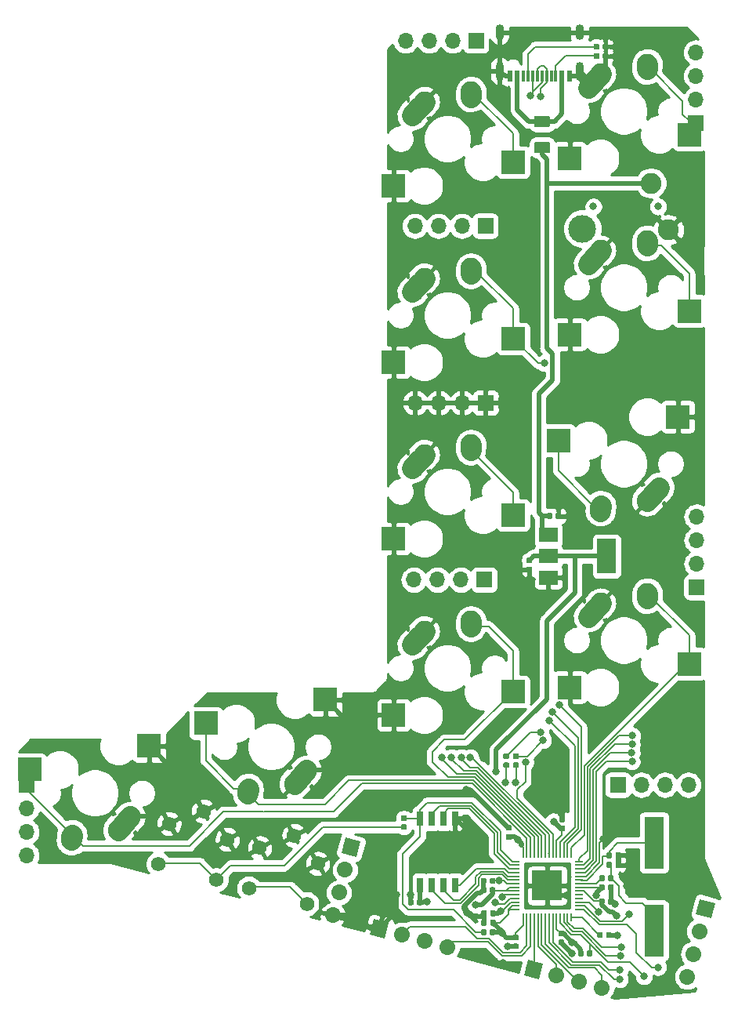
<source format=gbr>
G04 #@! TF.GenerationSoftware,KiCad,Pcbnew,(5.1.4)-1*
G04 #@! TF.CreationDate,2023-05-19T09:13:52-04:00*
G04 #@! TF.ProjectId,ThumbsUp,5468756d-6273-4557-902e-6b696361645f,rev?*
G04 #@! TF.SameCoordinates,Original*
G04 #@! TF.FileFunction,Copper,L2,Bot*
G04 #@! TF.FilePolarity,Positive*
%FSLAX46Y46*%
G04 Gerber Fmt 4.6, Leading zero omitted, Abs format (unit mm)*
G04 Created by KiCad (PCBNEW (5.1.4)-1) date 2023-05-19 09:13:52*
%MOMM*%
%LPD*%
G04 APERTURE LIST*
%ADD10C,1.575000*%
%ADD11C,0.100000*%
%ADD12C,0.590000*%
%ADD13O,1.700000X1.700000*%
%ADD14R,1.700000X1.700000*%
%ADD15R,2.550000X2.500000*%
%ADD16C,2.250000*%
%ADD17C,2.250000*%
%ADD18R,0.600000X1.160000*%
%ADD19R,0.300000X1.160000*%
%ADD20O,0.900000X1.700000*%
%ADD21O,0.900000X2.000000*%
%ADD22C,1.700000*%
%ADD23C,1.700000*%
%ADD24C,0.800000*%
%ADD25C,3.000000*%
%ADD26R,2.100000X5.600000*%
%ADD27R,2.000000X1.500000*%
%ADD28R,2.000000X3.800000*%
%ADD29R,0.650000X1.650000*%
%ADD30R,3.200000X3.200000*%
%ADD31R,0.850000X0.200000*%
%ADD32R,0.200000X0.850000*%
%ADD33C,1.250000*%
%ADD34C,0.200000*%
%ADD35C,0.500000*%
%ADD36C,0.254000*%
G04 APERTURE END LIST*
D10*
X85447277Y-456655373D03*
X87998928Y-459674326D03*
X86826658Y-464018953D03*
X81723356Y-457981047D03*
X80551086Y-462325674D03*
X75669532Y-454055373D03*
X78221183Y-457074326D03*
X77048913Y-461418953D03*
X71945611Y-455381047D03*
X70773341Y-459725674D03*
D11*
G36*
X118676958Y-467080710D02*
G01*
X118691276Y-467082834D01*
X118705317Y-467086351D01*
X118718946Y-467091228D01*
X118732031Y-467097417D01*
X118744447Y-467104858D01*
X118756073Y-467113481D01*
X118766798Y-467123202D01*
X118776519Y-467133927D01*
X118785142Y-467145553D01*
X118792583Y-467157969D01*
X118798772Y-467171054D01*
X118803649Y-467184683D01*
X118807166Y-467198724D01*
X118809290Y-467213042D01*
X118810000Y-467227500D01*
X118810000Y-467572500D01*
X118809290Y-467586958D01*
X118807166Y-467601276D01*
X118803649Y-467615317D01*
X118798772Y-467628946D01*
X118792583Y-467642031D01*
X118785142Y-467654447D01*
X118776519Y-467666073D01*
X118766798Y-467676798D01*
X118756073Y-467686519D01*
X118744447Y-467695142D01*
X118732031Y-467702583D01*
X118718946Y-467708772D01*
X118705317Y-467713649D01*
X118691276Y-467717166D01*
X118676958Y-467719290D01*
X118662500Y-467720000D01*
X118367500Y-467720000D01*
X118353042Y-467719290D01*
X118338724Y-467717166D01*
X118324683Y-467713649D01*
X118311054Y-467708772D01*
X118297969Y-467702583D01*
X118285553Y-467695142D01*
X118273927Y-467686519D01*
X118263202Y-467676798D01*
X118253481Y-467666073D01*
X118244858Y-467654447D01*
X118237417Y-467642031D01*
X118231228Y-467628946D01*
X118226351Y-467615317D01*
X118222834Y-467601276D01*
X118220710Y-467586958D01*
X118220000Y-467572500D01*
X118220000Y-467227500D01*
X118220710Y-467213042D01*
X118222834Y-467198724D01*
X118226351Y-467184683D01*
X118231228Y-467171054D01*
X118237417Y-467157969D01*
X118244858Y-467145553D01*
X118253481Y-467133927D01*
X118263202Y-467123202D01*
X118273927Y-467113481D01*
X118285553Y-467104858D01*
X118297969Y-467097417D01*
X118311054Y-467091228D01*
X118324683Y-467086351D01*
X118338724Y-467082834D01*
X118353042Y-467080710D01*
X118367500Y-467080000D01*
X118662500Y-467080000D01*
X118676958Y-467080710D01*
X118676958Y-467080710D01*
G37*
D12*
X118515000Y-467400000D03*
D11*
G36*
X119646958Y-467080710D02*
G01*
X119661276Y-467082834D01*
X119675317Y-467086351D01*
X119688946Y-467091228D01*
X119702031Y-467097417D01*
X119714447Y-467104858D01*
X119726073Y-467113481D01*
X119736798Y-467123202D01*
X119746519Y-467133927D01*
X119755142Y-467145553D01*
X119762583Y-467157969D01*
X119768772Y-467171054D01*
X119773649Y-467184683D01*
X119777166Y-467198724D01*
X119779290Y-467213042D01*
X119780000Y-467227500D01*
X119780000Y-467572500D01*
X119779290Y-467586958D01*
X119777166Y-467601276D01*
X119773649Y-467615317D01*
X119768772Y-467628946D01*
X119762583Y-467642031D01*
X119755142Y-467654447D01*
X119746519Y-467666073D01*
X119736798Y-467676798D01*
X119726073Y-467686519D01*
X119714447Y-467695142D01*
X119702031Y-467702583D01*
X119688946Y-467708772D01*
X119675317Y-467713649D01*
X119661276Y-467717166D01*
X119646958Y-467719290D01*
X119632500Y-467720000D01*
X119337500Y-467720000D01*
X119323042Y-467719290D01*
X119308724Y-467717166D01*
X119294683Y-467713649D01*
X119281054Y-467708772D01*
X119267969Y-467702583D01*
X119255553Y-467695142D01*
X119243927Y-467686519D01*
X119233202Y-467676798D01*
X119223481Y-467666073D01*
X119214858Y-467654447D01*
X119207417Y-467642031D01*
X119201228Y-467628946D01*
X119196351Y-467615317D01*
X119192834Y-467601276D01*
X119190710Y-467586958D01*
X119190000Y-467572500D01*
X119190000Y-467227500D01*
X119190710Y-467213042D01*
X119192834Y-467198724D01*
X119196351Y-467184683D01*
X119201228Y-467171054D01*
X119207417Y-467157969D01*
X119214858Y-467145553D01*
X119223481Y-467133927D01*
X119233202Y-467123202D01*
X119243927Y-467113481D01*
X119255553Y-467104858D01*
X119267969Y-467097417D01*
X119281054Y-467091228D01*
X119294683Y-467086351D01*
X119308724Y-467082834D01*
X119323042Y-467080710D01*
X119337500Y-467080000D01*
X119632500Y-467080000D01*
X119646958Y-467080710D01*
X119646958Y-467080710D01*
G37*
D12*
X119485000Y-467400000D03*
D13*
X97510000Y-370820000D03*
X100050000Y-370820000D03*
X102590000Y-370820000D03*
D14*
X105130000Y-370820000D03*
D15*
X109117789Y-422052952D03*
X96190789Y-424592952D03*
D16*
X99532789Y-415512952D03*
X98877790Y-416242952D03*
D17*
X98222789Y-416972952D02*
X99532791Y-415512952D01*
D16*
X104572789Y-414432952D03*
X104552789Y-414722952D03*
D17*
X104532789Y-415012952D02*
X104572789Y-414432952D01*
D15*
X128167790Y-380960000D03*
X115240790Y-383500000D03*
D16*
X118582790Y-374420000D03*
X117927791Y-375150000D03*
D17*
X117272790Y-375880000D02*
X118582792Y-374420000D01*
D16*
X123622790Y-373340000D03*
X123602790Y-373630000D03*
D17*
X123582790Y-373920000D02*
X123622790Y-373340000D01*
D15*
X109117790Y-383940000D03*
X96190790Y-386480000D03*
D16*
X99532790Y-377400000D03*
X98877791Y-378130000D03*
D17*
X98222790Y-378860000D02*
X99532792Y-377400000D01*
D16*
X104572790Y-376320000D03*
X104552790Y-376610000D03*
D17*
X104532790Y-376900000D02*
X104572790Y-376320000D01*
D15*
X128167789Y-438102952D03*
X115240789Y-440642952D03*
D16*
X118582789Y-431562952D03*
X117927790Y-432292952D03*
D17*
X117272789Y-433022952D02*
X118582791Y-431562952D01*
D16*
X123622789Y-430482952D03*
X123602789Y-430772952D03*
D17*
X123582789Y-431062952D02*
X123622789Y-430482952D01*
D15*
X113997789Y-413972952D03*
X126924789Y-411432952D03*
D16*
X123582789Y-420512952D03*
X124237788Y-419782952D03*
D17*
X124892789Y-419052952D02*
X123582787Y-420512952D01*
D16*
X118542789Y-421592952D03*
X118562789Y-421302952D03*
D17*
X118582789Y-421012952D02*
X118542789Y-421592952D01*
D16*
X123602790Y-392672952D03*
D17*
X123582790Y-392962952D02*
X123622790Y-392382952D01*
D16*
X123622790Y-392382952D03*
X117927791Y-394192952D03*
D17*
X117272790Y-394922952D02*
X118582792Y-393462952D01*
D16*
X118582790Y-393462952D03*
D15*
X115240790Y-402542952D03*
X128167790Y-400002952D03*
X109117790Y-441102952D03*
X96190790Y-443642952D03*
D16*
X99532790Y-434562952D03*
X98877791Y-435292952D03*
D17*
X98222790Y-436022952D02*
X99532792Y-434562952D01*
D16*
X104572790Y-433482952D03*
X104552790Y-433772952D03*
D17*
X104532790Y-434062952D02*
X104572790Y-433482952D01*
D16*
X104552790Y-395672952D03*
D17*
X104532790Y-395962952D02*
X104572790Y-395382952D01*
D16*
X104572790Y-395382952D03*
X98877791Y-397192952D03*
D17*
X98222790Y-397922952D02*
X99532792Y-396462952D01*
D16*
X99532790Y-396462952D03*
D15*
X96190790Y-405542952D03*
X109117790Y-403002952D03*
X75897789Y-444522953D03*
X88824789Y-441982953D03*
D16*
X85482789Y-451062953D03*
X86137788Y-450332953D03*
D17*
X86792789Y-449602953D02*
X85482787Y-451062953D01*
D16*
X80442789Y-452142953D03*
X80462789Y-451852953D03*
D17*
X80482789Y-451562953D02*
X80442789Y-452142953D01*
D15*
X56847789Y-449522952D03*
X69774789Y-446982952D03*
D16*
X66432789Y-456062952D03*
X67087788Y-455332952D03*
D17*
X67742789Y-454602952D02*
X66432787Y-456062952D01*
D16*
X61392789Y-457142952D03*
X61412789Y-456852952D03*
D17*
X61432789Y-456562952D02*
X61392789Y-457142952D01*
D11*
G36*
X117556958Y-469055710D02*
G01*
X117571276Y-469057834D01*
X117585317Y-469061351D01*
X117598946Y-469066228D01*
X117612031Y-469072417D01*
X117624447Y-469079858D01*
X117636073Y-469088481D01*
X117646798Y-469098202D01*
X117656519Y-469108927D01*
X117665142Y-469120553D01*
X117672583Y-469132969D01*
X117678772Y-469146054D01*
X117683649Y-469159683D01*
X117687166Y-469173724D01*
X117689290Y-469188042D01*
X117690000Y-469202500D01*
X117690000Y-469547500D01*
X117689290Y-469561958D01*
X117687166Y-469576276D01*
X117683649Y-469590317D01*
X117678772Y-469603946D01*
X117672583Y-469617031D01*
X117665142Y-469629447D01*
X117656519Y-469641073D01*
X117646798Y-469651798D01*
X117636073Y-469661519D01*
X117624447Y-469670142D01*
X117612031Y-469677583D01*
X117598946Y-469683772D01*
X117585317Y-469688649D01*
X117571276Y-469692166D01*
X117556958Y-469694290D01*
X117542500Y-469695000D01*
X117247500Y-469695000D01*
X117233042Y-469694290D01*
X117218724Y-469692166D01*
X117204683Y-469688649D01*
X117191054Y-469683772D01*
X117177969Y-469677583D01*
X117165553Y-469670142D01*
X117153927Y-469661519D01*
X117143202Y-469651798D01*
X117133481Y-469641073D01*
X117124858Y-469629447D01*
X117117417Y-469617031D01*
X117111228Y-469603946D01*
X117106351Y-469590317D01*
X117102834Y-469576276D01*
X117100710Y-469561958D01*
X117100000Y-469547500D01*
X117100000Y-469202500D01*
X117100710Y-469188042D01*
X117102834Y-469173724D01*
X117106351Y-469159683D01*
X117111228Y-469146054D01*
X117117417Y-469132969D01*
X117124858Y-469120553D01*
X117133481Y-469108927D01*
X117143202Y-469098202D01*
X117153927Y-469088481D01*
X117165553Y-469079858D01*
X117177969Y-469072417D01*
X117191054Y-469066228D01*
X117204683Y-469061351D01*
X117218724Y-469057834D01*
X117233042Y-469055710D01*
X117247500Y-469055000D01*
X117542500Y-469055000D01*
X117556958Y-469055710D01*
X117556958Y-469055710D01*
G37*
D12*
X117395000Y-469375000D03*
D11*
G36*
X116586958Y-469055710D02*
G01*
X116601276Y-469057834D01*
X116615317Y-469061351D01*
X116628946Y-469066228D01*
X116642031Y-469072417D01*
X116654447Y-469079858D01*
X116666073Y-469088481D01*
X116676798Y-469098202D01*
X116686519Y-469108927D01*
X116695142Y-469120553D01*
X116702583Y-469132969D01*
X116708772Y-469146054D01*
X116713649Y-469159683D01*
X116717166Y-469173724D01*
X116719290Y-469188042D01*
X116720000Y-469202500D01*
X116720000Y-469547500D01*
X116719290Y-469561958D01*
X116717166Y-469576276D01*
X116713649Y-469590317D01*
X116708772Y-469603946D01*
X116702583Y-469617031D01*
X116695142Y-469629447D01*
X116686519Y-469641073D01*
X116676798Y-469651798D01*
X116666073Y-469661519D01*
X116654447Y-469670142D01*
X116642031Y-469677583D01*
X116628946Y-469683772D01*
X116615317Y-469688649D01*
X116601276Y-469692166D01*
X116586958Y-469694290D01*
X116572500Y-469695000D01*
X116277500Y-469695000D01*
X116263042Y-469694290D01*
X116248724Y-469692166D01*
X116234683Y-469688649D01*
X116221054Y-469683772D01*
X116207969Y-469677583D01*
X116195553Y-469670142D01*
X116183927Y-469661519D01*
X116173202Y-469651798D01*
X116163481Y-469641073D01*
X116154858Y-469629447D01*
X116147417Y-469617031D01*
X116141228Y-469603946D01*
X116136351Y-469590317D01*
X116132834Y-469576276D01*
X116130710Y-469561958D01*
X116130000Y-469547500D01*
X116130000Y-469202500D01*
X116130710Y-469188042D01*
X116132834Y-469173724D01*
X116136351Y-469159683D01*
X116141228Y-469146054D01*
X116147417Y-469132969D01*
X116154858Y-469120553D01*
X116163481Y-469108927D01*
X116173202Y-469098202D01*
X116183927Y-469088481D01*
X116195553Y-469079858D01*
X116207969Y-469072417D01*
X116221054Y-469066228D01*
X116234683Y-469061351D01*
X116248724Y-469057834D01*
X116263042Y-469055710D01*
X116277500Y-469055000D01*
X116572500Y-469055000D01*
X116586958Y-469055710D01*
X116586958Y-469055710D01*
G37*
D12*
X116425000Y-469375000D03*
D11*
G36*
X109612958Y-447797710D02*
G01*
X109627276Y-447799834D01*
X109641317Y-447803351D01*
X109654946Y-447808228D01*
X109668031Y-447814417D01*
X109680447Y-447821858D01*
X109692073Y-447830481D01*
X109702798Y-447840202D01*
X109712519Y-447850927D01*
X109721142Y-447862553D01*
X109728583Y-447874969D01*
X109734772Y-447888054D01*
X109739649Y-447901683D01*
X109743166Y-447915724D01*
X109745290Y-447930042D01*
X109746000Y-447944500D01*
X109746000Y-448239500D01*
X109745290Y-448253958D01*
X109743166Y-448268276D01*
X109739649Y-448282317D01*
X109734772Y-448295946D01*
X109728583Y-448309031D01*
X109721142Y-448321447D01*
X109712519Y-448333073D01*
X109702798Y-448343798D01*
X109692073Y-448353519D01*
X109680447Y-448362142D01*
X109668031Y-448369583D01*
X109654946Y-448375772D01*
X109641317Y-448380649D01*
X109627276Y-448384166D01*
X109612958Y-448386290D01*
X109598500Y-448387000D01*
X109253500Y-448387000D01*
X109239042Y-448386290D01*
X109224724Y-448384166D01*
X109210683Y-448380649D01*
X109197054Y-448375772D01*
X109183969Y-448369583D01*
X109171553Y-448362142D01*
X109159927Y-448353519D01*
X109149202Y-448343798D01*
X109139481Y-448333073D01*
X109130858Y-448321447D01*
X109123417Y-448309031D01*
X109117228Y-448295946D01*
X109112351Y-448282317D01*
X109108834Y-448268276D01*
X109106710Y-448253958D01*
X109106000Y-448239500D01*
X109106000Y-447944500D01*
X109106710Y-447930042D01*
X109108834Y-447915724D01*
X109112351Y-447901683D01*
X109117228Y-447888054D01*
X109123417Y-447874969D01*
X109130858Y-447862553D01*
X109139481Y-447850927D01*
X109149202Y-447840202D01*
X109159927Y-447830481D01*
X109171553Y-447821858D01*
X109183969Y-447814417D01*
X109197054Y-447808228D01*
X109210683Y-447803351D01*
X109224724Y-447799834D01*
X109239042Y-447797710D01*
X109253500Y-447797000D01*
X109598500Y-447797000D01*
X109612958Y-447797710D01*
X109612958Y-447797710D01*
G37*
D12*
X109426000Y-448092000D03*
D11*
G36*
X109612958Y-448767710D02*
G01*
X109627276Y-448769834D01*
X109641317Y-448773351D01*
X109654946Y-448778228D01*
X109668031Y-448784417D01*
X109680447Y-448791858D01*
X109692073Y-448800481D01*
X109702798Y-448810202D01*
X109712519Y-448820927D01*
X109721142Y-448832553D01*
X109728583Y-448844969D01*
X109734772Y-448858054D01*
X109739649Y-448871683D01*
X109743166Y-448885724D01*
X109745290Y-448900042D01*
X109746000Y-448914500D01*
X109746000Y-449209500D01*
X109745290Y-449223958D01*
X109743166Y-449238276D01*
X109739649Y-449252317D01*
X109734772Y-449265946D01*
X109728583Y-449279031D01*
X109721142Y-449291447D01*
X109712519Y-449303073D01*
X109702798Y-449313798D01*
X109692073Y-449323519D01*
X109680447Y-449332142D01*
X109668031Y-449339583D01*
X109654946Y-449345772D01*
X109641317Y-449350649D01*
X109627276Y-449354166D01*
X109612958Y-449356290D01*
X109598500Y-449357000D01*
X109253500Y-449357000D01*
X109239042Y-449356290D01*
X109224724Y-449354166D01*
X109210683Y-449350649D01*
X109197054Y-449345772D01*
X109183969Y-449339583D01*
X109171553Y-449332142D01*
X109159927Y-449323519D01*
X109149202Y-449313798D01*
X109139481Y-449303073D01*
X109130858Y-449291447D01*
X109123417Y-449279031D01*
X109117228Y-449265946D01*
X109112351Y-449252317D01*
X109108834Y-449238276D01*
X109106710Y-449223958D01*
X109106000Y-449209500D01*
X109106000Y-448914500D01*
X109106710Y-448900042D01*
X109108834Y-448885724D01*
X109112351Y-448871683D01*
X109117228Y-448858054D01*
X109123417Y-448844969D01*
X109130858Y-448832553D01*
X109139481Y-448820927D01*
X109149202Y-448810202D01*
X109159927Y-448800481D01*
X109171553Y-448791858D01*
X109183969Y-448784417D01*
X109197054Y-448778228D01*
X109210683Y-448773351D01*
X109224724Y-448769834D01*
X109239042Y-448767710D01*
X109253500Y-448767000D01*
X109598500Y-448767000D01*
X109612958Y-448767710D01*
X109612958Y-448767710D01*
G37*
D12*
X109426000Y-449062000D03*
D11*
G36*
X108562958Y-447797710D02*
G01*
X108577276Y-447799834D01*
X108591317Y-447803351D01*
X108604946Y-447808228D01*
X108618031Y-447814417D01*
X108630447Y-447821858D01*
X108642073Y-447830481D01*
X108652798Y-447840202D01*
X108662519Y-447850927D01*
X108671142Y-447862553D01*
X108678583Y-447874969D01*
X108684772Y-447888054D01*
X108689649Y-447901683D01*
X108693166Y-447915724D01*
X108695290Y-447930042D01*
X108696000Y-447944500D01*
X108696000Y-448239500D01*
X108695290Y-448253958D01*
X108693166Y-448268276D01*
X108689649Y-448282317D01*
X108684772Y-448295946D01*
X108678583Y-448309031D01*
X108671142Y-448321447D01*
X108662519Y-448333073D01*
X108652798Y-448343798D01*
X108642073Y-448353519D01*
X108630447Y-448362142D01*
X108618031Y-448369583D01*
X108604946Y-448375772D01*
X108591317Y-448380649D01*
X108577276Y-448384166D01*
X108562958Y-448386290D01*
X108548500Y-448387000D01*
X108203500Y-448387000D01*
X108189042Y-448386290D01*
X108174724Y-448384166D01*
X108160683Y-448380649D01*
X108147054Y-448375772D01*
X108133969Y-448369583D01*
X108121553Y-448362142D01*
X108109927Y-448353519D01*
X108099202Y-448343798D01*
X108089481Y-448333073D01*
X108080858Y-448321447D01*
X108073417Y-448309031D01*
X108067228Y-448295946D01*
X108062351Y-448282317D01*
X108058834Y-448268276D01*
X108056710Y-448253958D01*
X108056000Y-448239500D01*
X108056000Y-447944500D01*
X108056710Y-447930042D01*
X108058834Y-447915724D01*
X108062351Y-447901683D01*
X108067228Y-447888054D01*
X108073417Y-447874969D01*
X108080858Y-447862553D01*
X108089481Y-447850927D01*
X108099202Y-447840202D01*
X108109927Y-447830481D01*
X108121553Y-447821858D01*
X108133969Y-447814417D01*
X108147054Y-447808228D01*
X108160683Y-447803351D01*
X108174724Y-447799834D01*
X108189042Y-447797710D01*
X108203500Y-447797000D01*
X108548500Y-447797000D01*
X108562958Y-447797710D01*
X108562958Y-447797710D01*
G37*
D12*
X108376000Y-448092000D03*
D11*
G36*
X108562958Y-448767710D02*
G01*
X108577276Y-448769834D01*
X108591317Y-448773351D01*
X108604946Y-448778228D01*
X108618031Y-448784417D01*
X108630447Y-448791858D01*
X108642073Y-448800481D01*
X108652798Y-448810202D01*
X108662519Y-448820927D01*
X108671142Y-448832553D01*
X108678583Y-448844969D01*
X108684772Y-448858054D01*
X108689649Y-448871683D01*
X108693166Y-448885724D01*
X108695290Y-448900042D01*
X108696000Y-448914500D01*
X108696000Y-449209500D01*
X108695290Y-449223958D01*
X108693166Y-449238276D01*
X108689649Y-449252317D01*
X108684772Y-449265946D01*
X108678583Y-449279031D01*
X108671142Y-449291447D01*
X108662519Y-449303073D01*
X108652798Y-449313798D01*
X108642073Y-449323519D01*
X108630447Y-449332142D01*
X108618031Y-449339583D01*
X108604946Y-449345772D01*
X108591317Y-449350649D01*
X108577276Y-449354166D01*
X108562958Y-449356290D01*
X108548500Y-449357000D01*
X108203500Y-449357000D01*
X108189042Y-449356290D01*
X108174724Y-449354166D01*
X108160683Y-449350649D01*
X108147054Y-449345772D01*
X108133969Y-449339583D01*
X108121553Y-449332142D01*
X108109927Y-449323519D01*
X108099202Y-449313798D01*
X108089481Y-449303073D01*
X108080858Y-449291447D01*
X108073417Y-449279031D01*
X108067228Y-449265946D01*
X108062351Y-449252317D01*
X108058834Y-449238276D01*
X108056710Y-449223958D01*
X108056000Y-449209500D01*
X108056000Y-448914500D01*
X108056710Y-448900042D01*
X108058834Y-448885724D01*
X108062351Y-448871683D01*
X108067228Y-448858054D01*
X108073417Y-448844969D01*
X108080858Y-448832553D01*
X108089481Y-448820927D01*
X108099202Y-448810202D01*
X108109927Y-448800481D01*
X108121553Y-448791858D01*
X108133969Y-448784417D01*
X108147054Y-448778228D01*
X108160683Y-448773351D01*
X108174724Y-448769834D01*
X108189042Y-448767710D01*
X108203500Y-448767000D01*
X108548500Y-448767000D01*
X108562958Y-448767710D01*
X108562958Y-448767710D01*
G37*
D12*
X108376000Y-449062000D03*
D11*
G36*
X118286958Y-372155710D02*
G01*
X118301276Y-372157834D01*
X118315317Y-372161351D01*
X118328946Y-372166228D01*
X118342031Y-372172417D01*
X118354447Y-372179858D01*
X118366073Y-372188481D01*
X118376798Y-372198202D01*
X118386519Y-372208927D01*
X118395142Y-372220553D01*
X118402583Y-372232969D01*
X118408772Y-372246054D01*
X118413649Y-372259683D01*
X118417166Y-372273724D01*
X118419290Y-372288042D01*
X118420000Y-372302500D01*
X118420000Y-372647500D01*
X118419290Y-372661958D01*
X118417166Y-372676276D01*
X118413649Y-372690317D01*
X118408772Y-372703946D01*
X118402583Y-372717031D01*
X118395142Y-372729447D01*
X118386519Y-372741073D01*
X118376798Y-372751798D01*
X118366073Y-372761519D01*
X118354447Y-372770142D01*
X118342031Y-372777583D01*
X118328946Y-372783772D01*
X118315317Y-372788649D01*
X118301276Y-372792166D01*
X118286958Y-372794290D01*
X118272500Y-372795000D01*
X117977500Y-372795000D01*
X117963042Y-372794290D01*
X117948724Y-372792166D01*
X117934683Y-372788649D01*
X117921054Y-372783772D01*
X117907969Y-372777583D01*
X117895553Y-372770142D01*
X117883927Y-372761519D01*
X117873202Y-372751798D01*
X117863481Y-372741073D01*
X117854858Y-372729447D01*
X117847417Y-372717031D01*
X117841228Y-372703946D01*
X117836351Y-372690317D01*
X117832834Y-372676276D01*
X117830710Y-372661958D01*
X117830000Y-372647500D01*
X117830000Y-372302500D01*
X117830710Y-372288042D01*
X117832834Y-372273724D01*
X117836351Y-372259683D01*
X117841228Y-372246054D01*
X117847417Y-372232969D01*
X117854858Y-372220553D01*
X117863481Y-372208927D01*
X117873202Y-372198202D01*
X117883927Y-372188481D01*
X117895553Y-372179858D01*
X117907969Y-372172417D01*
X117921054Y-372166228D01*
X117934683Y-372161351D01*
X117948724Y-372157834D01*
X117963042Y-372155710D01*
X117977500Y-372155000D01*
X118272500Y-372155000D01*
X118286958Y-372155710D01*
X118286958Y-372155710D01*
G37*
D12*
X118125000Y-372475000D03*
D11*
G36*
X119256958Y-372155710D02*
G01*
X119271276Y-372157834D01*
X119285317Y-372161351D01*
X119298946Y-372166228D01*
X119312031Y-372172417D01*
X119324447Y-372179858D01*
X119336073Y-372188481D01*
X119346798Y-372198202D01*
X119356519Y-372208927D01*
X119365142Y-372220553D01*
X119372583Y-372232969D01*
X119378772Y-372246054D01*
X119383649Y-372259683D01*
X119387166Y-372273724D01*
X119389290Y-372288042D01*
X119390000Y-372302500D01*
X119390000Y-372647500D01*
X119389290Y-372661958D01*
X119387166Y-372676276D01*
X119383649Y-372690317D01*
X119378772Y-372703946D01*
X119372583Y-372717031D01*
X119365142Y-372729447D01*
X119356519Y-372741073D01*
X119346798Y-372751798D01*
X119336073Y-372761519D01*
X119324447Y-372770142D01*
X119312031Y-372777583D01*
X119298946Y-372783772D01*
X119285317Y-372788649D01*
X119271276Y-372792166D01*
X119256958Y-372794290D01*
X119242500Y-372795000D01*
X118947500Y-372795000D01*
X118933042Y-372794290D01*
X118918724Y-372792166D01*
X118904683Y-372788649D01*
X118891054Y-372783772D01*
X118877969Y-372777583D01*
X118865553Y-372770142D01*
X118853927Y-372761519D01*
X118843202Y-372751798D01*
X118833481Y-372741073D01*
X118824858Y-372729447D01*
X118817417Y-372717031D01*
X118811228Y-372703946D01*
X118806351Y-372690317D01*
X118802834Y-372676276D01*
X118800710Y-372661958D01*
X118800000Y-372647500D01*
X118800000Y-372302500D01*
X118800710Y-372288042D01*
X118802834Y-372273724D01*
X118806351Y-372259683D01*
X118811228Y-372246054D01*
X118817417Y-372232969D01*
X118824858Y-372220553D01*
X118833481Y-372208927D01*
X118843202Y-372198202D01*
X118853927Y-372188481D01*
X118865553Y-372179858D01*
X118877969Y-372172417D01*
X118891054Y-372166228D01*
X118904683Y-372161351D01*
X118918724Y-372157834D01*
X118933042Y-372155710D01*
X118947500Y-372155000D01*
X119242500Y-372155000D01*
X119256958Y-372155710D01*
X119256958Y-372155710D01*
G37*
D12*
X119095000Y-372475000D03*
D11*
G36*
X119256958Y-371155710D02*
G01*
X119271276Y-371157834D01*
X119285317Y-371161351D01*
X119298946Y-371166228D01*
X119312031Y-371172417D01*
X119324447Y-371179858D01*
X119336073Y-371188481D01*
X119346798Y-371198202D01*
X119356519Y-371208927D01*
X119365142Y-371220553D01*
X119372583Y-371232969D01*
X119378772Y-371246054D01*
X119383649Y-371259683D01*
X119387166Y-371273724D01*
X119389290Y-371288042D01*
X119390000Y-371302500D01*
X119390000Y-371647500D01*
X119389290Y-371661958D01*
X119387166Y-371676276D01*
X119383649Y-371690317D01*
X119378772Y-371703946D01*
X119372583Y-371717031D01*
X119365142Y-371729447D01*
X119356519Y-371741073D01*
X119346798Y-371751798D01*
X119336073Y-371761519D01*
X119324447Y-371770142D01*
X119312031Y-371777583D01*
X119298946Y-371783772D01*
X119285317Y-371788649D01*
X119271276Y-371792166D01*
X119256958Y-371794290D01*
X119242500Y-371795000D01*
X118947500Y-371795000D01*
X118933042Y-371794290D01*
X118918724Y-371792166D01*
X118904683Y-371788649D01*
X118891054Y-371783772D01*
X118877969Y-371777583D01*
X118865553Y-371770142D01*
X118853927Y-371761519D01*
X118843202Y-371751798D01*
X118833481Y-371741073D01*
X118824858Y-371729447D01*
X118817417Y-371717031D01*
X118811228Y-371703946D01*
X118806351Y-371690317D01*
X118802834Y-371676276D01*
X118800710Y-371661958D01*
X118800000Y-371647500D01*
X118800000Y-371302500D01*
X118800710Y-371288042D01*
X118802834Y-371273724D01*
X118806351Y-371259683D01*
X118811228Y-371246054D01*
X118817417Y-371232969D01*
X118824858Y-371220553D01*
X118833481Y-371208927D01*
X118843202Y-371198202D01*
X118853927Y-371188481D01*
X118865553Y-371179858D01*
X118877969Y-371172417D01*
X118891054Y-371166228D01*
X118904683Y-371161351D01*
X118918724Y-371157834D01*
X118933042Y-371155710D01*
X118947500Y-371155000D01*
X119242500Y-371155000D01*
X119256958Y-371155710D01*
X119256958Y-371155710D01*
G37*
D12*
X119095000Y-371475000D03*
D11*
G36*
X118286958Y-371155710D02*
G01*
X118301276Y-371157834D01*
X118315317Y-371161351D01*
X118328946Y-371166228D01*
X118342031Y-371172417D01*
X118354447Y-371179858D01*
X118366073Y-371188481D01*
X118376798Y-371198202D01*
X118386519Y-371208927D01*
X118395142Y-371220553D01*
X118402583Y-371232969D01*
X118408772Y-371246054D01*
X118413649Y-371259683D01*
X118417166Y-371273724D01*
X118419290Y-371288042D01*
X118420000Y-371302500D01*
X118420000Y-371647500D01*
X118419290Y-371661958D01*
X118417166Y-371676276D01*
X118413649Y-371690317D01*
X118408772Y-371703946D01*
X118402583Y-371717031D01*
X118395142Y-371729447D01*
X118386519Y-371741073D01*
X118376798Y-371751798D01*
X118366073Y-371761519D01*
X118354447Y-371770142D01*
X118342031Y-371777583D01*
X118328946Y-371783772D01*
X118315317Y-371788649D01*
X118301276Y-371792166D01*
X118286958Y-371794290D01*
X118272500Y-371795000D01*
X117977500Y-371795000D01*
X117963042Y-371794290D01*
X117948724Y-371792166D01*
X117934683Y-371788649D01*
X117921054Y-371783772D01*
X117907969Y-371777583D01*
X117895553Y-371770142D01*
X117883927Y-371761519D01*
X117873202Y-371751798D01*
X117863481Y-371741073D01*
X117854858Y-371729447D01*
X117847417Y-371717031D01*
X117841228Y-371703946D01*
X117836351Y-371690317D01*
X117832834Y-371676276D01*
X117830710Y-371661958D01*
X117830000Y-371647500D01*
X117830000Y-371302500D01*
X117830710Y-371288042D01*
X117832834Y-371273724D01*
X117836351Y-371259683D01*
X117841228Y-371246054D01*
X117847417Y-371232969D01*
X117854858Y-371220553D01*
X117863481Y-371208927D01*
X117873202Y-371198202D01*
X117883927Y-371188481D01*
X117895553Y-371179858D01*
X117907969Y-371172417D01*
X117921054Y-371166228D01*
X117934683Y-371161351D01*
X117948724Y-371157834D01*
X117963042Y-371155710D01*
X117977500Y-371155000D01*
X118272500Y-371155000D01*
X118286958Y-371155710D01*
X118286958Y-371155710D01*
G37*
D12*
X118125000Y-371475000D03*
D11*
G36*
X111061958Y-427615710D02*
G01*
X111076276Y-427617834D01*
X111090317Y-427621351D01*
X111103946Y-427626228D01*
X111117031Y-427632417D01*
X111129447Y-427639858D01*
X111141073Y-427648481D01*
X111151798Y-427658202D01*
X111161519Y-427668927D01*
X111170142Y-427680553D01*
X111177583Y-427692969D01*
X111183772Y-427706054D01*
X111188649Y-427719683D01*
X111192166Y-427733724D01*
X111194290Y-427748042D01*
X111195000Y-427762500D01*
X111195000Y-428057500D01*
X111194290Y-428071958D01*
X111192166Y-428086276D01*
X111188649Y-428100317D01*
X111183772Y-428113946D01*
X111177583Y-428127031D01*
X111170142Y-428139447D01*
X111161519Y-428151073D01*
X111151798Y-428161798D01*
X111141073Y-428171519D01*
X111129447Y-428180142D01*
X111117031Y-428187583D01*
X111103946Y-428193772D01*
X111090317Y-428198649D01*
X111076276Y-428202166D01*
X111061958Y-428204290D01*
X111047500Y-428205000D01*
X110702500Y-428205000D01*
X110688042Y-428204290D01*
X110673724Y-428202166D01*
X110659683Y-428198649D01*
X110646054Y-428193772D01*
X110632969Y-428187583D01*
X110620553Y-428180142D01*
X110608927Y-428171519D01*
X110598202Y-428161798D01*
X110588481Y-428151073D01*
X110579858Y-428139447D01*
X110572417Y-428127031D01*
X110566228Y-428113946D01*
X110561351Y-428100317D01*
X110557834Y-428086276D01*
X110555710Y-428071958D01*
X110555000Y-428057500D01*
X110555000Y-427762500D01*
X110555710Y-427748042D01*
X110557834Y-427733724D01*
X110561351Y-427719683D01*
X110566228Y-427706054D01*
X110572417Y-427692969D01*
X110579858Y-427680553D01*
X110588481Y-427668927D01*
X110598202Y-427658202D01*
X110608927Y-427648481D01*
X110620553Y-427639858D01*
X110632969Y-427632417D01*
X110646054Y-427626228D01*
X110659683Y-427621351D01*
X110673724Y-427617834D01*
X110688042Y-427615710D01*
X110702500Y-427615000D01*
X111047500Y-427615000D01*
X111061958Y-427615710D01*
X111061958Y-427615710D01*
G37*
D12*
X110875000Y-427910000D03*
D11*
G36*
X111061958Y-426645710D02*
G01*
X111076276Y-426647834D01*
X111090317Y-426651351D01*
X111103946Y-426656228D01*
X111117031Y-426662417D01*
X111129447Y-426669858D01*
X111141073Y-426678481D01*
X111151798Y-426688202D01*
X111161519Y-426698927D01*
X111170142Y-426710553D01*
X111177583Y-426722969D01*
X111183772Y-426736054D01*
X111188649Y-426749683D01*
X111192166Y-426763724D01*
X111194290Y-426778042D01*
X111195000Y-426792500D01*
X111195000Y-427087500D01*
X111194290Y-427101958D01*
X111192166Y-427116276D01*
X111188649Y-427130317D01*
X111183772Y-427143946D01*
X111177583Y-427157031D01*
X111170142Y-427169447D01*
X111161519Y-427181073D01*
X111151798Y-427191798D01*
X111141073Y-427201519D01*
X111129447Y-427210142D01*
X111117031Y-427217583D01*
X111103946Y-427223772D01*
X111090317Y-427228649D01*
X111076276Y-427232166D01*
X111061958Y-427234290D01*
X111047500Y-427235000D01*
X110702500Y-427235000D01*
X110688042Y-427234290D01*
X110673724Y-427232166D01*
X110659683Y-427228649D01*
X110646054Y-427223772D01*
X110632969Y-427217583D01*
X110620553Y-427210142D01*
X110608927Y-427201519D01*
X110598202Y-427191798D01*
X110588481Y-427181073D01*
X110579858Y-427169447D01*
X110572417Y-427157031D01*
X110566228Y-427143946D01*
X110561351Y-427130317D01*
X110557834Y-427116276D01*
X110555710Y-427101958D01*
X110555000Y-427087500D01*
X110555000Y-426792500D01*
X110555710Y-426778042D01*
X110557834Y-426763724D01*
X110561351Y-426749683D01*
X110566228Y-426736054D01*
X110572417Y-426722969D01*
X110579858Y-426710553D01*
X110588481Y-426698927D01*
X110598202Y-426688202D01*
X110608927Y-426678481D01*
X110620553Y-426669858D01*
X110632969Y-426662417D01*
X110646054Y-426656228D01*
X110659683Y-426651351D01*
X110673724Y-426647834D01*
X110688042Y-426645710D01*
X110702500Y-426645000D01*
X111047500Y-426645000D01*
X111061958Y-426645710D01*
X111061958Y-426645710D01*
G37*
D12*
X110875000Y-426940000D03*
D11*
G36*
X107071958Y-466770710D02*
G01*
X107086276Y-466772834D01*
X107100317Y-466776351D01*
X107113946Y-466781228D01*
X107127031Y-466787417D01*
X107139447Y-466794858D01*
X107151073Y-466803481D01*
X107161798Y-466813202D01*
X107171519Y-466823927D01*
X107180142Y-466835553D01*
X107187583Y-466847969D01*
X107193772Y-466861054D01*
X107198649Y-466874683D01*
X107202166Y-466888724D01*
X107204290Y-466903042D01*
X107205000Y-466917500D01*
X107205000Y-467262500D01*
X107204290Y-467276958D01*
X107202166Y-467291276D01*
X107198649Y-467305317D01*
X107193772Y-467318946D01*
X107187583Y-467332031D01*
X107180142Y-467344447D01*
X107171519Y-467356073D01*
X107161798Y-467366798D01*
X107151073Y-467376519D01*
X107139447Y-467385142D01*
X107127031Y-467392583D01*
X107113946Y-467398772D01*
X107100317Y-467403649D01*
X107086276Y-467407166D01*
X107071958Y-467409290D01*
X107057500Y-467410000D01*
X106762500Y-467410000D01*
X106748042Y-467409290D01*
X106733724Y-467407166D01*
X106719683Y-467403649D01*
X106706054Y-467398772D01*
X106692969Y-467392583D01*
X106680553Y-467385142D01*
X106668927Y-467376519D01*
X106658202Y-467366798D01*
X106648481Y-467356073D01*
X106639858Y-467344447D01*
X106632417Y-467332031D01*
X106626228Y-467318946D01*
X106621351Y-467305317D01*
X106617834Y-467291276D01*
X106615710Y-467276958D01*
X106615000Y-467262500D01*
X106615000Y-466917500D01*
X106615710Y-466903042D01*
X106617834Y-466888724D01*
X106621351Y-466874683D01*
X106626228Y-466861054D01*
X106632417Y-466847969D01*
X106639858Y-466835553D01*
X106648481Y-466823927D01*
X106658202Y-466813202D01*
X106668927Y-466803481D01*
X106680553Y-466794858D01*
X106692969Y-466787417D01*
X106706054Y-466781228D01*
X106719683Y-466776351D01*
X106733724Y-466772834D01*
X106748042Y-466770710D01*
X106762500Y-466770000D01*
X107057500Y-466770000D01*
X107071958Y-466770710D01*
X107071958Y-466770710D01*
G37*
D12*
X106910000Y-467090000D03*
D11*
G36*
X106101958Y-466770710D02*
G01*
X106116276Y-466772834D01*
X106130317Y-466776351D01*
X106143946Y-466781228D01*
X106157031Y-466787417D01*
X106169447Y-466794858D01*
X106181073Y-466803481D01*
X106191798Y-466813202D01*
X106201519Y-466823927D01*
X106210142Y-466835553D01*
X106217583Y-466847969D01*
X106223772Y-466861054D01*
X106228649Y-466874683D01*
X106232166Y-466888724D01*
X106234290Y-466903042D01*
X106235000Y-466917500D01*
X106235000Y-467262500D01*
X106234290Y-467276958D01*
X106232166Y-467291276D01*
X106228649Y-467305317D01*
X106223772Y-467318946D01*
X106217583Y-467332031D01*
X106210142Y-467344447D01*
X106201519Y-467356073D01*
X106191798Y-467366798D01*
X106181073Y-467376519D01*
X106169447Y-467385142D01*
X106157031Y-467392583D01*
X106143946Y-467398772D01*
X106130317Y-467403649D01*
X106116276Y-467407166D01*
X106101958Y-467409290D01*
X106087500Y-467410000D01*
X105792500Y-467410000D01*
X105778042Y-467409290D01*
X105763724Y-467407166D01*
X105749683Y-467403649D01*
X105736054Y-467398772D01*
X105722969Y-467392583D01*
X105710553Y-467385142D01*
X105698927Y-467376519D01*
X105688202Y-467366798D01*
X105678481Y-467356073D01*
X105669858Y-467344447D01*
X105662417Y-467332031D01*
X105656228Y-467318946D01*
X105651351Y-467305317D01*
X105647834Y-467291276D01*
X105645710Y-467276958D01*
X105645000Y-467262500D01*
X105645000Y-466917500D01*
X105645710Y-466903042D01*
X105647834Y-466888724D01*
X105651351Y-466874683D01*
X105656228Y-466861054D01*
X105662417Y-466847969D01*
X105669858Y-466835553D01*
X105678481Y-466823927D01*
X105688202Y-466813202D01*
X105698927Y-466803481D01*
X105710553Y-466794858D01*
X105722969Y-466787417D01*
X105736054Y-466781228D01*
X105749683Y-466776351D01*
X105763724Y-466772834D01*
X105778042Y-466770710D01*
X105792500Y-466770000D01*
X106087500Y-466770000D01*
X106101958Y-466770710D01*
X106101958Y-466770710D01*
G37*
D12*
X105940000Y-467090000D03*
D11*
G36*
X119846958Y-460930710D02*
G01*
X119861276Y-460932834D01*
X119875317Y-460936351D01*
X119888946Y-460941228D01*
X119902031Y-460947417D01*
X119914447Y-460954858D01*
X119926073Y-460963481D01*
X119936798Y-460973202D01*
X119946519Y-460983927D01*
X119955142Y-460995553D01*
X119962583Y-461007969D01*
X119968772Y-461021054D01*
X119973649Y-461034683D01*
X119977166Y-461048724D01*
X119979290Y-461063042D01*
X119980000Y-461077500D01*
X119980000Y-461422500D01*
X119979290Y-461436958D01*
X119977166Y-461451276D01*
X119973649Y-461465317D01*
X119968772Y-461478946D01*
X119962583Y-461492031D01*
X119955142Y-461504447D01*
X119946519Y-461516073D01*
X119936798Y-461526798D01*
X119926073Y-461536519D01*
X119914447Y-461545142D01*
X119902031Y-461552583D01*
X119888946Y-461558772D01*
X119875317Y-461563649D01*
X119861276Y-461567166D01*
X119846958Y-461569290D01*
X119832500Y-461570000D01*
X119537500Y-461570000D01*
X119523042Y-461569290D01*
X119508724Y-461567166D01*
X119494683Y-461563649D01*
X119481054Y-461558772D01*
X119467969Y-461552583D01*
X119455553Y-461545142D01*
X119443927Y-461536519D01*
X119433202Y-461526798D01*
X119423481Y-461516073D01*
X119414858Y-461504447D01*
X119407417Y-461492031D01*
X119401228Y-461478946D01*
X119396351Y-461465317D01*
X119392834Y-461451276D01*
X119390710Y-461436958D01*
X119390000Y-461422500D01*
X119390000Y-461077500D01*
X119390710Y-461063042D01*
X119392834Y-461048724D01*
X119396351Y-461034683D01*
X119401228Y-461021054D01*
X119407417Y-461007969D01*
X119414858Y-460995553D01*
X119423481Y-460983927D01*
X119433202Y-460973202D01*
X119443927Y-460963481D01*
X119455553Y-460954858D01*
X119467969Y-460947417D01*
X119481054Y-460941228D01*
X119494683Y-460936351D01*
X119508724Y-460932834D01*
X119523042Y-460930710D01*
X119537500Y-460930000D01*
X119832500Y-460930000D01*
X119846958Y-460930710D01*
X119846958Y-460930710D01*
G37*
D12*
X119685000Y-461250000D03*
D11*
G36*
X118876958Y-460930710D02*
G01*
X118891276Y-460932834D01*
X118905317Y-460936351D01*
X118918946Y-460941228D01*
X118932031Y-460947417D01*
X118944447Y-460954858D01*
X118956073Y-460963481D01*
X118966798Y-460973202D01*
X118976519Y-460983927D01*
X118985142Y-460995553D01*
X118992583Y-461007969D01*
X118998772Y-461021054D01*
X119003649Y-461034683D01*
X119007166Y-461048724D01*
X119009290Y-461063042D01*
X119010000Y-461077500D01*
X119010000Y-461422500D01*
X119009290Y-461436958D01*
X119007166Y-461451276D01*
X119003649Y-461465317D01*
X118998772Y-461478946D01*
X118992583Y-461492031D01*
X118985142Y-461504447D01*
X118976519Y-461516073D01*
X118966798Y-461526798D01*
X118956073Y-461536519D01*
X118944447Y-461545142D01*
X118932031Y-461552583D01*
X118918946Y-461558772D01*
X118905317Y-461563649D01*
X118891276Y-461567166D01*
X118876958Y-461569290D01*
X118862500Y-461570000D01*
X118567500Y-461570000D01*
X118553042Y-461569290D01*
X118538724Y-461567166D01*
X118524683Y-461563649D01*
X118511054Y-461558772D01*
X118497969Y-461552583D01*
X118485553Y-461545142D01*
X118473927Y-461536519D01*
X118463202Y-461526798D01*
X118453481Y-461516073D01*
X118444858Y-461504447D01*
X118437417Y-461492031D01*
X118431228Y-461478946D01*
X118426351Y-461465317D01*
X118422834Y-461451276D01*
X118420710Y-461436958D01*
X118420000Y-461422500D01*
X118420000Y-461077500D01*
X118420710Y-461063042D01*
X118422834Y-461048724D01*
X118426351Y-461034683D01*
X118431228Y-461021054D01*
X118437417Y-461007969D01*
X118444858Y-460995553D01*
X118453481Y-460983927D01*
X118463202Y-460973202D01*
X118473927Y-460963481D01*
X118485553Y-460954858D01*
X118497969Y-460947417D01*
X118511054Y-460941228D01*
X118524683Y-460936351D01*
X118538724Y-460932834D01*
X118553042Y-460930710D01*
X118567500Y-460930000D01*
X118862500Y-460930000D01*
X118876958Y-460930710D01*
X118876958Y-460930710D01*
G37*
D12*
X118715000Y-461250000D03*
D11*
G36*
X97486958Y-454485710D02*
G01*
X97501276Y-454487834D01*
X97515317Y-454491351D01*
X97528946Y-454496228D01*
X97542031Y-454502417D01*
X97554447Y-454509858D01*
X97566073Y-454518481D01*
X97576798Y-454528202D01*
X97586519Y-454538927D01*
X97595142Y-454550553D01*
X97602583Y-454562969D01*
X97608772Y-454576054D01*
X97613649Y-454589683D01*
X97617166Y-454603724D01*
X97619290Y-454618042D01*
X97620000Y-454632500D01*
X97620000Y-454927500D01*
X97619290Y-454941958D01*
X97617166Y-454956276D01*
X97613649Y-454970317D01*
X97608772Y-454983946D01*
X97602583Y-454997031D01*
X97595142Y-455009447D01*
X97586519Y-455021073D01*
X97576798Y-455031798D01*
X97566073Y-455041519D01*
X97554447Y-455050142D01*
X97542031Y-455057583D01*
X97528946Y-455063772D01*
X97515317Y-455068649D01*
X97501276Y-455072166D01*
X97486958Y-455074290D01*
X97472500Y-455075000D01*
X97127500Y-455075000D01*
X97113042Y-455074290D01*
X97098724Y-455072166D01*
X97084683Y-455068649D01*
X97071054Y-455063772D01*
X97057969Y-455057583D01*
X97045553Y-455050142D01*
X97033927Y-455041519D01*
X97023202Y-455031798D01*
X97013481Y-455021073D01*
X97004858Y-455009447D01*
X96997417Y-454997031D01*
X96991228Y-454983946D01*
X96986351Y-454970317D01*
X96982834Y-454956276D01*
X96980710Y-454941958D01*
X96980000Y-454927500D01*
X96980000Y-454632500D01*
X96980710Y-454618042D01*
X96982834Y-454603724D01*
X96986351Y-454589683D01*
X96991228Y-454576054D01*
X96997417Y-454562969D01*
X97004858Y-454550553D01*
X97013481Y-454538927D01*
X97023202Y-454528202D01*
X97033927Y-454518481D01*
X97045553Y-454509858D01*
X97057969Y-454502417D01*
X97071054Y-454496228D01*
X97084683Y-454491351D01*
X97098724Y-454487834D01*
X97113042Y-454485710D01*
X97127500Y-454485000D01*
X97472500Y-454485000D01*
X97486958Y-454485710D01*
X97486958Y-454485710D01*
G37*
D12*
X97300000Y-454780000D03*
D11*
G36*
X97486958Y-455455710D02*
G01*
X97501276Y-455457834D01*
X97515317Y-455461351D01*
X97528946Y-455466228D01*
X97542031Y-455472417D01*
X97554447Y-455479858D01*
X97566073Y-455488481D01*
X97576798Y-455498202D01*
X97586519Y-455508927D01*
X97595142Y-455520553D01*
X97602583Y-455532969D01*
X97608772Y-455546054D01*
X97613649Y-455559683D01*
X97617166Y-455573724D01*
X97619290Y-455588042D01*
X97620000Y-455602500D01*
X97620000Y-455897500D01*
X97619290Y-455911958D01*
X97617166Y-455926276D01*
X97613649Y-455940317D01*
X97608772Y-455953946D01*
X97602583Y-455967031D01*
X97595142Y-455979447D01*
X97586519Y-455991073D01*
X97576798Y-456001798D01*
X97566073Y-456011519D01*
X97554447Y-456020142D01*
X97542031Y-456027583D01*
X97528946Y-456033772D01*
X97515317Y-456038649D01*
X97501276Y-456042166D01*
X97486958Y-456044290D01*
X97472500Y-456045000D01*
X97127500Y-456045000D01*
X97113042Y-456044290D01*
X97098724Y-456042166D01*
X97084683Y-456038649D01*
X97071054Y-456033772D01*
X97057969Y-456027583D01*
X97045553Y-456020142D01*
X97033927Y-456011519D01*
X97023202Y-456001798D01*
X97013481Y-455991073D01*
X97004858Y-455979447D01*
X96997417Y-455967031D01*
X96991228Y-455953946D01*
X96986351Y-455940317D01*
X96982834Y-455926276D01*
X96980710Y-455911958D01*
X96980000Y-455897500D01*
X96980000Y-455602500D01*
X96980710Y-455588042D01*
X96982834Y-455573724D01*
X96986351Y-455559683D01*
X96991228Y-455546054D01*
X96997417Y-455532969D01*
X97004858Y-455520553D01*
X97013481Y-455508927D01*
X97023202Y-455498202D01*
X97033927Y-455488481D01*
X97045553Y-455479858D01*
X97057969Y-455472417D01*
X97071054Y-455466228D01*
X97084683Y-455461351D01*
X97098724Y-455457834D01*
X97113042Y-455455710D01*
X97127500Y-455455000D01*
X97472500Y-455455000D01*
X97486958Y-455455710D01*
X97486958Y-455455710D01*
G37*
D12*
X97300000Y-455750000D03*
D11*
G36*
X109586958Y-468325710D02*
G01*
X109601276Y-468327834D01*
X109615317Y-468331351D01*
X109628946Y-468336228D01*
X109642031Y-468342417D01*
X109654447Y-468349858D01*
X109666073Y-468358481D01*
X109676798Y-468368202D01*
X109686519Y-468378927D01*
X109695142Y-468390553D01*
X109702583Y-468402969D01*
X109708772Y-468416054D01*
X109713649Y-468429683D01*
X109717166Y-468443724D01*
X109719290Y-468458042D01*
X109720000Y-468472500D01*
X109720000Y-468767500D01*
X109719290Y-468781958D01*
X109717166Y-468796276D01*
X109713649Y-468810317D01*
X109708772Y-468823946D01*
X109702583Y-468837031D01*
X109695142Y-468849447D01*
X109686519Y-468861073D01*
X109676798Y-468871798D01*
X109666073Y-468881519D01*
X109654447Y-468890142D01*
X109642031Y-468897583D01*
X109628946Y-468903772D01*
X109615317Y-468908649D01*
X109601276Y-468912166D01*
X109586958Y-468914290D01*
X109572500Y-468915000D01*
X109227500Y-468915000D01*
X109213042Y-468914290D01*
X109198724Y-468912166D01*
X109184683Y-468908649D01*
X109171054Y-468903772D01*
X109157969Y-468897583D01*
X109145553Y-468890142D01*
X109133927Y-468881519D01*
X109123202Y-468871798D01*
X109113481Y-468861073D01*
X109104858Y-468849447D01*
X109097417Y-468837031D01*
X109091228Y-468823946D01*
X109086351Y-468810317D01*
X109082834Y-468796276D01*
X109080710Y-468781958D01*
X109080000Y-468767500D01*
X109080000Y-468472500D01*
X109080710Y-468458042D01*
X109082834Y-468443724D01*
X109086351Y-468429683D01*
X109091228Y-468416054D01*
X109097417Y-468402969D01*
X109104858Y-468390553D01*
X109113481Y-468378927D01*
X109123202Y-468368202D01*
X109133927Y-468358481D01*
X109145553Y-468349858D01*
X109157969Y-468342417D01*
X109171054Y-468336228D01*
X109184683Y-468331351D01*
X109198724Y-468327834D01*
X109213042Y-468325710D01*
X109227500Y-468325000D01*
X109572500Y-468325000D01*
X109586958Y-468325710D01*
X109586958Y-468325710D01*
G37*
D12*
X109400000Y-468620000D03*
D11*
G36*
X109586958Y-467355710D02*
G01*
X109601276Y-467357834D01*
X109615317Y-467361351D01*
X109628946Y-467366228D01*
X109642031Y-467372417D01*
X109654447Y-467379858D01*
X109666073Y-467388481D01*
X109676798Y-467398202D01*
X109686519Y-467408927D01*
X109695142Y-467420553D01*
X109702583Y-467432969D01*
X109708772Y-467446054D01*
X109713649Y-467459683D01*
X109717166Y-467473724D01*
X109719290Y-467488042D01*
X109720000Y-467502500D01*
X109720000Y-467797500D01*
X109719290Y-467811958D01*
X109717166Y-467826276D01*
X109713649Y-467840317D01*
X109708772Y-467853946D01*
X109702583Y-467867031D01*
X109695142Y-467879447D01*
X109686519Y-467891073D01*
X109676798Y-467901798D01*
X109666073Y-467911519D01*
X109654447Y-467920142D01*
X109642031Y-467927583D01*
X109628946Y-467933772D01*
X109615317Y-467938649D01*
X109601276Y-467942166D01*
X109586958Y-467944290D01*
X109572500Y-467945000D01*
X109227500Y-467945000D01*
X109213042Y-467944290D01*
X109198724Y-467942166D01*
X109184683Y-467938649D01*
X109171054Y-467933772D01*
X109157969Y-467927583D01*
X109145553Y-467920142D01*
X109133927Y-467911519D01*
X109123202Y-467901798D01*
X109113481Y-467891073D01*
X109104858Y-467879447D01*
X109097417Y-467867031D01*
X109091228Y-467853946D01*
X109086351Y-467840317D01*
X109082834Y-467826276D01*
X109080710Y-467811958D01*
X109080000Y-467797500D01*
X109080000Y-467502500D01*
X109080710Y-467488042D01*
X109082834Y-467473724D01*
X109086351Y-467459683D01*
X109091228Y-467446054D01*
X109097417Y-467432969D01*
X109104858Y-467420553D01*
X109113481Y-467408927D01*
X109123202Y-467398202D01*
X109133927Y-467388481D01*
X109145553Y-467379858D01*
X109157969Y-467372417D01*
X109171054Y-467366228D01*
X109184683Y-467361351D01*
X109198724Y-467357834D01*
X109213042Y-467355710D01*
X109227500Y-467355000D01*
X109572500Y-467355000D01*
X109586958Y-467355710D01*
X109586958Y-467355710D01*
G37*
D12*
X109400000Y-467650000D03*
D11*
G36*
X114611958Y-454620710D02*
G01*
X114626276Y-454622834D01*
X114640317Y-454626351D01*
X114653946Y-454631228D01*
X114667031Y-454637417D01*
X114679447Y-454644858D01*
X114691073Y-454653481D01*
X114701798Y-454663202D01*
X114711519Y-454673927D01*
X114720142Y-454685553D01*
X114727583Y-454697969D01*
X114733772Y-454711054D01*
X114738649Y-454724683D01*
X114742166Y-454738724D01*
X114744290Y-454753042D01*
X114745000Y-454767500D01*
X114745000Y-455062500D01*
X114744290Y-455076958D01*
X114742166Y-455091276D01*
X114738649Y-455105317D01*
X114733772Y-455118946D01*
X114727583Y-455132031D01*
X114720142Y-455144447D01*
X114711519Y-455156073D01*
X114701798Y-455166798D01*
X114691073Y-455176519D01*
X114679447Y-455185142D01*
X114667031Y-455192583D01*
X114653946Y-455198772D01*
X114640317Y-455203649D01*
X114626276Y-455207166D01*
X114611958Y-455209290D01*
X114597500Y-455210000D01*
X114252500Y-455210000D01*
X114238042Y-455209290D01*
X114223724Y-455207166D01*
X114209683Y-455203649D01*
X114196054Y-455198772D01*
X114182969Y-455192583D01*
X114170553Y-455185142D01*
X114158927Y-455176519D01*
X114148202Y-455166798D01*
X114138481Y-455156073D01*
X114129858Y-455144447D01*
X114122417Y-455132031D01*
X114116228Y-455118946D01*
X114111351Y-455105317D01*
X114107834Y-455091276D01*
X114105710Y-455076958D01*
X114105000Y-455062500D01*
X114105000Y-454767500D01*
X114105710Y-454753042D01*
X114107834Y-454738724D01*
X114111351Y-454724683D01*
X114116228Y-454711054D01*
X114122417Y-454697969D01*
X114129858Y-454685553D01*
X114138481Y-454673927D01*
X114148202Y-454663202D01*
X114158927Y-454653481D01*
X114170553Y-454644858D01*
X114182969Y-454637417D01*
X114196054Y-454631228D01*
X114209683Y-454626351D01*
X114223724Y-454622834D01*
X114238042Y-454620710D01*
X114252500Y-454620000D01*
X114597500Y-454620000D01*
X114611958Y-454620710D01*
X114611958Y-454620710D01*
G37*
D12*
X114425000Y-454915000D03*
D11*
G36*
X114611958Y-455590710D02*
G01*
X114626276Y-455592834D01*
X114640317Y-455596351D01*
X114653946Y-455601228D01*
X114667031Y-455607417D01*
X114679447Y-455614858D01*
X114691073Y-455623481D01*
X114701798Y-455633202D01*
X114711519Y-455643927D01*
X114720142Y-455655553D01*
X114727583Y-455667969D01*
X114733772Y-455681054D01*
X114738649Y-455694683D01*
X114742166Y-455708724D01*
X114744290Y-455723042D01*
X114745000Y-455737500D01*
X114745000Y-456032500D01*
X114744290Y-456046958D01*
X114742166Y-456061276D01*
X114738649Y-456075317D01*
X114733772Y-456088946D01*
X114727583Y-456102031D01*
X114720142Y-456114447D01*
X114711519Y-456126073D01*
X114701798Y-456136798D01*
X114691073Y-456146519D01*
X114679447Y-456155142D01*
X114667031Y-456162583D01*
X114653946Y-456168772D01*
X114640317Y-456173649D01*
X114626276Y-456177166D01*
X114611958Y-456179290D01*
X114597500Y-456180000D01*
X114252500Y-456180000D01*
X114238042Y-456179290D01*
X114223724Y-456177166D01*
X114209683Y-456173649D01*
X114196054Y-456168772D01*
X114182969Y-456162583D01*
X114170553Y-456155142D01*
X114158927Y-456146519D01*
X114148202Y-456136798D01*
X114138481Y-456126073D01*
X114129858Y-456114447D01*
X114122417Y-456102031D01*
X114116228Y-456088946D01*
X114111351Y-456075317D01*
X114107834Y-456061276D01*
X114105710Y-456046958D01*
X114105000Y-456032500D01*
X114105000Y-455737500D01*
X114105710Y-455723042D01*
X114107834Y-455708724D01*
X114111351Y-455694683D01*
X114116228Y-455681054D01*
X114122417Y-455667969D01*
X114129858Y-455655553D01*
X114138481Y-455643927D01*
X114148202Y-455633202D01*
X114158927Y-455623481D01*
X114170553Y-455614858D01*
X114182969Y-455607417D01*
X114196054Y-455601228D01*
X114209683Y-455596351D01*
X114223724Y-455592834D01*
X114238042Y-455590710D01*
X114252500Y-455590000D01*
X114597500Y-455590000D01*
X114611958Y-455590710D01*
X114611958Y-455590710D01*
G37*
D12*
X114425000Y-455885000D03*
D11*
G36*
X119846958Y-461930710D02*
G01*
X119861276Y-461932834D01*
X119875317Y-461936351D01*
X119888946Y-461941228D01*
X119902031Y-461947417D01*
X119914447Y-461954858D01*
X119926073Y-461963481D01*
X119936798Y-461973202D01*
X119946519Y-461983927D01*
X119955142Y-461995553D01*
X119962583Y-462007969D01*
X119968772Y-462021054D01*
X119973649Y-462034683D01*
X119977166Y-462048724D01*
X119979290Y-462063042D01*
X119980000Y-462077500D01*
X119980000Y-462422500D01*
X119979290Y-462436958D01*
X119977166Y-462451276D01*
X119973649Y-462465317D01*
X119968772Y-462478946D01*
X119962583Y-462492031D01*
X119955142Y-462504447D01*
X119946519Y-462516073D01*
X119936798Y-462526798D01*
X119926073Y-462536519D01*
X119914447Y-462545142D01*
X119902031Y-462552583D01*
X119888946Y-462558772D01*
X119875317Y-462563649D01*
X119861276Y-462567166D01*
X119846958Y-462569290D01*
X119832500Y-462570000D01*
X119537500Y-462570000D01*
X119523042Y-462569290D01*
X119508724Y-462567166D01*
X119494683Y-462563649D01*
X119481054Y-462558772D01*
X119467969Y-462552583D01*
X119455553Y-462545142D01*
X119443927Y-462536519D01*
X119433202Y-462526798D01*
X119423481Y-462516073D01*
X119414858Y-462504447D01*
X119407417Y-462492031D01*
X119401228Y-462478946D01*
X119396351Y-462465317D01*
X119392834Y-462451276D01*
X119390710Y-462436958D01*
X119390000Y-462422500D01*
X119390000Y-462077500D01*
X119390710Y-462063042D01*
X119392834Y-462048724D01*
X119396351Y-462034683D01*
X119401228Y-462021054D01*
X119407417Y-462007969D01*
X119414858Y-461995553D01*
X119423481Y-461983927D01*
X119433202Y-461973202D01*
X119443927Y-461963481D01*
X119455553Y-461954858D01*
X119467969Y-461947417D01*
X119481054Y-461941228D01*
X119494683Y-461936351D01*
X119508724Y-461932834D01*
X119523042Y-461930710D01*
X119537500Y-461930000D01*
X119832500Y-461930000D01*
X119846958Y-461930710D01*
X119846958Y-461930710D01*
G37*
D12*
X119685000Y-462250000D03*
D11*
G36*
X118876958Y-461930710D02*
G01*
X118891276Y-461932834D01*
X118905317Y-461936351D01*
X118918946Y-461941228D01*
X118932031Y-461947417D01*
X118944447Y-461954858D01*
X118956073Y-461963481D01*
X118966798Y-461973202D01*
X118976519Y-461983927D01*
X118985142Y-461995553D01*
X118992583Y-462007969D01*
X118998772Y-462021054D01*
X119003649Y-462034683D01*
X119007166Y-462048724D01*
X119009290Y-462063042D01*
X119010000Y-462077500D01*
X119010000Y-462422500D01*
X119009290Y-462436958D01*
X119007166Y-462451276D01*
X119003649Y-462465317D01*
X118998772Y-462478946D01*
X118992583Y-462492031D01*
X118985142Y-462504447D01*
X118976519Y-462516073D01*
X118966798Y-462526798D01*
X118956073Y-462536519D01*
X118944447Y-462545142D01*
X118932031Y-462552583D01*
X118918946Y-462558772D01*
X118905317Y-462563649D01*
X118891276Y-462567166D01*
X118876958Y-462569290D01*
X118862500Y-462570000D01*
X118567500Y-462570000D01*
X118553042Y-462569290D01*
X118538724Y-462567166D01*
X118524683Y-462563649D01*
X118511054Y-462558772D01*
X118497969Y-462552583D01*
X118485553Y-462545142D01*
X118473927Y-462536519D01*
X118463202Y-462526798D01*
X118453481Y-462516073D01*
X118444858Y-462504447D01*
X118437417Y-462492031D01*
X118431228Y-462478946D01*
X118426351Y-462465317D01*
X118422834Y-462451276D01*
X118420710Y-462436958D01*
X118420000Y-462422500D01*
X118420000Y-462077500D01*
X118420710Y-462063042D01*
X118422834Y-462048724D01*
X118426351Y-462034683D01*
X118431228Y-462021054D01*
X118437417Y-462007969D01*
X118444858Y-461995553D01*
X118453481Y-461983927D01*
X118463202Y-461973202D01*
X118473927Y-461963481D01*
X118485553Y-461954858D01*
X118497969Y-461947417D01*
X118511054Y-461941228D01*
X118524683Y-461936351D01*
X118538724Y-461932834D01*
X118553042Y-461930710D01*
X118567500Y-461930000D01*
X118862500Y-461930000D01*
X118876958Y-461930710D01*
X118876958Y-461930710D01*
G37*
D12*
X118715000Y-462250000D03*
D11*
G36*
X106091958Y-461230710D02*
G01*
X106106276Y-461232834D01*
X106120317Y-461236351D01*
X106133946Y-461241228D01*
X106147031Y-461247417D01*
X106159447Y-461254858D01*
X106171073Y-461263481D01*
X106181798Y-461273202D01*
X106191519Y-461283927D01*
X106200142Y-461295553D01*
X106207583Y-461307969D01*
X106213772Y-461321054D01*
X106218649Y-461334683D01*
X106222166Y-461348724D01*
X106224290Y-461363042D01*
X106225000Y-461377500D01*
X106225000Y-461722500D01*
X106224290Y-461736958D01*
X106222166Y-461751276D01*
X106218649Y-461765317D01*
X106213772Y-461778946D01*
X106207583Y-461792031D01*
X106200142Y-461804447D01*
X106191519Y-461816073D01*
X106181798Y-461826798D01*
X106171073Y-461836519D01*
X106159447Y-461845142D01*
X106147031Y-461852583D01*
X106133946Y-461858772D01*
X106120317Y-461863649D01*
X106106276Y-461867166D01*
X106091958Y-461869290D01*
X106077500Y-461870000D01*
X105782500Y-461870000D01*
X105768042Y-461869290D01*
X105753724Y-461867166D01*
X105739683Y-461863649D01*
X105726054Y-461858772D01*
X105712969Y-461852583D01*
X105700553Y-461845142D01*
X105688927Y-461836519D01*
X105678202Y-461826798D01*
X105668481Y-461816073D01*
X105659858Y-461804447D01*
X105652417Y-461792031D01*
X105646228Y-461778946D01*
X105641351Y-461765317D01*
X105637834Y-461751276D01*
X105635710Y-461736958D01*
X105635000Y-461722500D01*
X105635000Y-461377500D01*
X105635710Y-461363042D01*
X105637834Y-461348724D01*
X105641351Y-461334683D01*
X105646228Y-461321054D01*
X105652417Y-461307969D01*
X105659858Y-461295553D01*
X105668481Y-461283927D01*
X105678202Y-461273202D01*
X105688927Y-461263481D01*
X105700553Y-461254858D01*
X105712969Y-461247417D01*
X105726054Y-461241228D01*
X105739683Y-461236351D01*
X105753724Y-461232834D01*
X105768042Y-461230710D01*
X105782500Y-461230000D01*
X106077500Y-461230000D01*
X106091958Y-461230710D01*
X106091958Y-461230710D01*
G37*
D12*
X105930000Y-461550000D03*
D11*
G36*
X107061958Y-461230710D02*
G01*
X107076276Y-461232834D01*
X107090317Y-461236351D01*
X107103946Y-461241228D01*
X107117031Y-461247417D01*
X107129447Y-461254858D01*
X107141073Y-461263481D01*
X107151798Y-461273202D01*
X107161519Y-461283927D01*
X107170142Y-461295553D01*
X107177583Y-461307969D01*
X107183772Y-461321054D01*
X107188649Y-461334683D01*
X107192166Y-461348724D01*
X107194290Y-461363042D01*
X107195000Y-461377500D01*
X107195000Y-461722500D01*
X107194290Y-461736958D01*
X107192166Y-461751276D01*
X107188649Y-461765317D01*
X107183772Y-461778946D01*
X107177583Y-461792031D01*
X107170142Y-461804447D01*
X107161519Y-461816073D01*
X107151798Y-461826798D01*
X107141073Y-461836519D01*
X107129447Y-461845142D01*
X107117031Y-461852583D01*
X107103946Y-461858772D01*
X107090317Y-461863649D01*
X107076276Y-461867166D01*
X107061958Y-461869290D01*
X107047500Y-461870000D01*
X106752500Y-461870000D01*
X106738042Y-461869290D01*
X106723724Y-461867166D01*
X106709683Y-461863649D01*
X106696054Y-461858772D01*
X106682969Y-461852583D01*
X106670553Y-461845142D01*
X106658927Y-461836519D01*
X106648202Y-461826798D01*
X106638481Y-461816073D01*
X106629858Y-461804447D01*
X106622417Y-461792031D01*
X106616228Y-461778946D01*
X106611351Y-461765317D01*
X106607834Y-461751276D01*
X106605710Y-461736958D01*
X106605000Y-461722500D01*
X106605000Y-461377500D01*
X106605710Y-461363042D01*
X106607834Y-461348724D01*
X106611351Y-461334683D01*
X106616228Y-461321054D01*
X106622417Y-461307969D01*
X106629858Y-461295553D01*
X106638481Y-461283927D01*
X106648202Y-461273202D01*
X106658927Y-461263481D01*
X106670553Y-461254858D01*
X106682969Y-461247417D01*
X106696054Y-461241228D01*
X106709683Y-461236351D01*
X106723724Y-461232834D01*
X106738042Y-461230710D01*
X106752500Y-461230000D01*
X107047500Y-461230000D01*
X107061958Y-461230710D01*
X107061958Y-461230710D01*
G37*
D12*
X106900000Y-461550000D03*
D11*
G36*
X119831958Y-463455710D02*
G01*
X119846276Y-463457834D01*
X119860317Y-463461351D01*
X119873946Y-463466228D01*
X119887031Y-463472417D01*
X119899447Y-463479858D01*
X119911073Y-463488481D01*
X119921798Y-463498202D01*
X119931519Y-463508927D01*
X119940142Y-463520553D01*
X119947583Y-463532969D01*
X119953772Y-463546054D01*
X119958649Y-463559683D01*
X119962166Y-463573724D01*
X119964290Y-463588042D01*
X119965000Y-463602500D01*
X119965000Y-463947500D01*
X119964290Y-463961958D01*
X119962166Y-463976276D01*
X119958649Y-463990317D01*
X119953772Y-464003946D01*
X119947583Y-464017031D01*
X119940142Y-464029447D01*
X119931519Y-464041073D01*
X119921798Y-464051798D01*
X119911073Y-464061519D01*
X119899447Y-464070142D01*
X119887031Y-464077583D01*
X119873946Y-464083772D01*
X119860317Y-464088649D01*
X119846276Y-464092166D01*
X119831958Y-464094290D01*
X119817500Y-464095000D01*
X119522500Y-464095000D01*
X119508042Y-464094290D01*
X119493724Y-464092166D01*
X119479683Y-464088649D01*
X119466054Y-464083772D01*
X119452969Y-464077583D01*
X119440553Y-464070142D01*
X119428927Y-464061519D01*
X119418202Y-464051798D01*
X119408481Y-464041073D01*
X119399858Y-464029447D01*
X119392417Y-464017031D01*
X119386228Y-464003946D01*
X119381351Y-463990317D01*
X119377834Y-463976276D01*
X119375710Y-463961958D01*
X119375000Y-463947500D01*
X119375000Y-463602500D01*
X119375710Y-463588042D01*
X119377834Y-463573724D01*
X119381351Y-463559683D01*
X119386228Y-463546054D01*
X119392417Y-463532969D01*
X119399858Y-463520553D01*
X119408481Y-463508927D01*
X119418202Y-463498202D01*
X119428927Y-463488481D01*
X119440553Y-463479858D01*
X119452969Y-463472417D01*
X119466054Y-463466228D01*
X119479683Y-463461351D01*
X119493724Y-463457834D01*
X119508042Y-463455710D01*
X119522500Y-463455000D01*
X119817500Y-463455000D01*
X119831958Y-463455710D01*
X119831958Y-463455710D01*
G37*
D12*
X119670000Y-463775000D03*
D11*
G36*
X118861958Y-463455710D02*
G01*
X118876276Y-463457834D01*
X118890317Y-463461351D01*
X118903946Y-463466228D01*
X118917031Y-463472417D01*
X118929447Y-463479858D01*
X118941073Y-463488481D01*
X118951798Y-463498202D01*
X118961519Y-463508927D01*
X118970142Y-463520553D01*
X118977583Y-463532969D01*
X118983772Y-463546054D01*
X118988649Y-463559683D01*
X118992166Y-463573724D01*
X118994290Y-463588042D01*
X118995000Y-463602500D01*
X118995000Y-463947500D01*
X118994290Y-463961958D01*
X118992166Y-463976276D01*
X118988649Y-463990317D01*
X118983772Y-464003946D01*
X118977583Y-464017031D01*
X118970142Y-464029447D01*
X118961519Y-464041073D01*
X118951798Y-464051798D01*
X118941073Y-464061519D01*
X118929447Y-464070142D01*
X118917031Y-464077583D01*
X118903946Y-464083772D01*
X118890317Y-464088649D01*
X118876276Y-464092166D01*
X118861958Y-464094290D01*
X118847500Y-464095000D01*
X118552500Y-464095000D01*
X118538042Y-464094290D01*
X118523724Y-464092166D01*
X118509683Y-464088649D01*
X118496054Y-464083772D01*
X118482969Y-464077583D01*
X118470553Y-464070142D01*
X118458927Y-464061519D01*
X118448202Y-464051798D01*
X118438481Y-464041073D01*
X118429858Y-464029447D01*
X118422417Y-464017031D01*
X118416228Y-464003946D01*
X118411351Y-463990317D01*
X118407834Y-463976276D01*
X118405710Y-463961958D01*
X118405000Y-463947500D01*
X118405000Y-463602500D01*
X118405710Y-463588042D01*
X118407834Y-463573724D01*
X118411351Y-463559683D01*
X118416228Y-463546054D01*
X118422417Y-463532969D01*
X118429858Y-463520553D01*
X118438481Y-463508927D01*
X118448202Y-463498202D01*
X118458927Y-463488481D01*
X118470553Y-463479858D01*
X118482969Y-463472417D01*
X118496054Y-463466228D01*
X118509683Y-463461351D01*
X118523724Y-463457834D01*
X118538042Y-463455710D01*
X118552500Y-463455000D01*
X118847500Y-463455000D01*
X118861958Y-463455710D01*
X118861958Y-463455710D01*
G37*
D12*
X118700000Y-463775000D03*
D11*
G36*
X106126958Y-464730710D02*
G01*
X106141276Y-464732834D01*
X106155317Y-464736351D01*
X106168946Y-464741228D01*
X106182031Y-464747417D01*
X106194447Y-464754858D01*
X106206073Y-464763481D01*
X106216798Y-464773202D01*
X106226519Y-464783927D01*
X106235142Y-464795553D01*
X106242583Y-464807969D01*
X106248772Y-464821054D01*
X106253649Y-464834683D01*
X106257166Y-464848724D01*
X106259290Y-464863042D01*
X106260000Y-464877500D01*
X106260000Y-465222500D01*
X106259290Y-465236958D01*
X106257166Y-465251276D01*
X106253649Y-465265317D01*
X106248772Y-465278946D01*
X106242583Y-465292031D01*
X106235142Y-465304447D01*
X106226519Y-465316073D01*
X106216798Y-465326798D01*
X106206073Y-465336519D01*
X106194447Y-465345142D01*
X106182031Y-465352583D01*
X106168946Y-465358772D01*
X106155317Y-465363649D01*
X106141276Y-465367166D01*
X106126958Y-465369290D01*
X106112500Y-465370000D01*
X105817500Y-465370000D01*
X105803042Y-465369290D01*
X105788724Y-465367166D01*
X105774683Y-465363649D01*
X105761054Y-465358772D01*
X105747969Y-465352583D01*
X105735553Y-465345142D01*
X105723927Y-465336519D01*
X105713202Y-465326798D01*
X105703481Y-465316073D01*
X105694858Y-465304447D01*
X105687417Y-465292031D01*
X105681228Y-465278946D01*
X105676351Y-465265317D01*
X105672834Y-465251276D01*
X105670710Y-465236958D01*
X105670000Y-465222500D01*
X105670000Y-464877500D01*
X105670710Y-464863042D01*
X105672834Y-464848724D01*
X105676351Y-464834683D01*
X105681228Y-464821054D01*
X105687417Y-464807969D01*
X105694858Y-464795553D01*
X105703481Y-464783927D01*
X105713202Y-464773202D01*
X105723927Y-464763481D01*
X105735553Y-464754858D01*
X105747969Y-464747417D01*
X105761054Y-464741228D01*
X105774683Y-464736351D01*
X105788724Y-464732834D01*
X105803042Y-464730710D01*
X105817500Y-464730000D01*
X106112500Y-464730000D01*
X106126958Y-464730710D01*
X106126958Y-464730710D01*
G37*
D12*
X105965000Y-465050000D03*
D11*
G36*
X107096958Y-464730710D02*
G01*
X107111276Y-464732834D01*
X107125317Y-464736351D01*
X107138946Y-464741228D01*
X107152031Y-464747417D01*
X107164447Y-464754858D01*
X107176073Y-464763481D01*
X107186798Y-464773202D01*
X107196519Y-464783927D01*
X107205142Y-464795553D01*
X107212583Y-464807969D01*
X107218772Y-464821054D01*
X107223649Y-464834683D01*
X107227166Y-464848724D01*
X107229290Y-464863042D01*
X107230000Y-464877500D01*
X107230000Y-465222500D01*
X107229290Y-465236958D01*
X107227166Y-465251276D01*
X107223649Y-465265317D01*
X107218772Y-465278946D01*
X107212583Y-465292031D01*
X107205142Y-465304447D01*
X107196519Y-465316073D01*
X107186798Y-465326798D01*
X107176073Y-465336519D01*
X107164447Y-465345142D01*
X107152031Y-465352583D01*
X107138946Y-465358772D01*
X107125317Y-465363649D01*
X107111276Y-465367166D01*
X107096958Y-465369290D01*
X107082500Y-465370000D01*
X106787500Y-465370000D01*
X106773042Y-465369290D01*
X106758724Y-465367166D01*
X106744683Y-465363649D01*
X106731054Y-465358772D01*
X106717969Y-465352583D01*
X106705553Y-465345142D01*
X106693927Y-465336519D01*
X106683202Y-465326798D01*
X106673481Y-465316073D01*
X106664858Y-465304447D01*
X106657417Y-465292031D01*
X106651228Y-465278946D01*
X106646351Y-465265317D01*
X106642834Y-465251276D01*
X106640710Y-465236958D01*
X106640000Y-465222500D01*
X106640000Y-464877500D01*
X106640710Y-464863042D01*
X106642834Y-464848724D01*
X106646351Y-464834683D01*
X106651228Y-464821054D01*
X106657417Y-464807969D01*
X106664858Y-464795553D01*
X106673481Y-464783927D01*
X106683202Y-464773202D01*
X106693927Y-464763481D01*
X106705553Y-464754858D01*
X106717969Y-464747417D01*
X106731054Y-464741228D01*
X106744683Y-464736351D01*
X106758724Y-464732834D01*
X106773042Y-464730710D01*
X106787500Y-464730000D01*
X107082500Y-464730000D01*
X107096958Y-464730710D01*
X107096958Y-464730710D01*
G37*
D12*
X106935000Y-465050000D03*
D11*
G36*
X98216958Y-463540710D02*
G01*
X98231276Y-463542834D01*
X98245317Y-463546351D01*
X98258946Y-463551228D01*
X98272031Y-463557417D01*
X98284447Y-463564858D01*
X98296073Y-463573481D01*
X98306798Y-463583202D01*
X98316519Y-463593927D01*
X98325142Y-463605553D01*
X98332583Y-463617969D01*
X98338772Y-463631054D01*
X98343649Y-463644683D01*
X98347166Y-463658724D01*
X98349290Y-463673042D01*
X98350000Y-463687500D01*
X98350000Y-464032500D01*
X98349290Y-464046958D01*
X98347166Y-464061276D01*
X98343649Y-464075317D01*
X98338772Y-464088946D01*
X98332583Y-464102031D01*
X98325142Y-464114447D01*
X98316519Y-464126073D01*
X98306798Y-464136798D01*
X98296073Y-464146519D01*
X98284447Y-464155142D01*
X98272031Y-464162583D01*
X98258946Y-464168772D01*
X98245317Y-464173649D01*
X98231276Y-464177166D01*
X98216958Y-464179290D01*
X98202500Y-464180000D01*
X97907500Y-464180000D01*
X97893042Y-464179290D01*
X97878724Y-464177166D01*
X97864683Y-464173649D01*
X97851054Y-464168772D01*
X97837969Y-464162583D01*
X97825553Y-464155142D01*
X97813927Y-464146519D01*
X97803202Y-464136798D01*
X97793481Y-464126073D01*
X97784858Y-464114447D01*
X97777417Y-464102031D01*
X97771228Y-464088946D01*
X97766351Y-464075317D01*
X97762834Y-464061276D01*
X97760710Y-464046958D01*
X97760000Y-464032500D01*
X97760000Y-463687500D01*
X97760710Y-463673042D01*
X97762834Y-463658724D01*
X97766351Y-463644683D01*
X97771228Y-463631054D01*
X97777417Y-463617969D01*
X97784858Y-463605553D01*
X97793481Y-463593927D01*
X97803202Y-463583202D01*
X97813927Y-463573481D01*
X97825553Y-463564858D01*
X97837969Y-463557417D01*
X97851054Y-463551228D01*
X97864683Y-463546351D01*
X97878724Y-463542834D01*
X97893042Y-463540710D01*
X97907500Y-463540000D01*
X98202500Y-463540000D01*
X98216958Y-463540710D01*
X98216958Y-463540710D01*
G37*
D12*
X98055000Y-463860000D03*
D11*
G36*
X99186958Y-463540710D02*
G01*
X99201276Y-463542834D01*
X99215317Y-463546351D01*
X99228946Y-463551228D01*
X99242031Y-463557417D01*
X99254447Y-463564858D01*
X99266073Y-463573481D01*
X99276798Y-463583202D01*
X99286519Y-463593927D01*
X99295142Y-463605553D01*
X99302583Y-463617969D01*
X99308772Y-463631054D01*
X99313649Y-463644683D01*
X99317166Y-463658724D01*
X99319290Y-463673042D01*
X99320000Y-463687500D01*
X99320000Y-464032500D01*
X99319290Y-464046958D01*
X99317166Y-464061276D01*
X99313649Y-464075317D01*
X99308772Y-464088946D01*
X99302583Y-464102031D01*
X99295142Y-464114447D01*
X99286519Y-464126073D01*
X99276798Y-464136798D01*
X99266073Y-464146519D01*
X99254447Y-464155142D01*
X99242031Y-464162583D01*
X99228946Y-464168772D01*
X99215317Y-464173649D01*
X99201276Y-464177166D01*
X99186958Y-464179290D01*
X99172500Y-464180000D01*
X98877500Y-464180000D01*
X98863042Y-464179290D01*
X98848724Y-464177166D01*
X98834683Y-464173649D01*
X98821054Y-464168772D01*
X98807969Y-464162583D01*
X98795553Y-464155142D01*
X98783927Y-464146519D01*
X98773202Y-464136798D01*
X98763481Y-464126073D01*
X98754858Y-464114447D01*
X98747417Y-464102031D01*
X98741228Y-464088946D01*
X98736351Y-464075317D01*
X98732834Y-464061276D01*
X98730710Y-464046958D01*
X98730000Y-464032500D01*
X98730000Y-463687500D01*
X98730710Y-463673042D01*
X98732834Y-463658724D01*
X98736351Y-463644683D01*
X98741228Y-463631054D01*
X98747417Y-463617969D01*
X98754858Y-463605553D01*
X98763481Y-463593927D01*
X98773202Y-463583202D01*
X98783927Y-463573481D01*
X98795553Y-463564858D01*
X98807969Y-463557417D01*
X98821054Y-463551228D01*
X98834683Y-463546351D01*
X98848724Y-463542834D01*
X98863042Y-463540710D01*
X98877500Y-463540000D01*
X99172500Y-463540000D01*
X99186958Y-463540710D01*
X99186958Y-463540710D01*
G37*
D12*
X99025000Y-463860000D03*
D11*
G36*
X114181958Y-421830710D02*
G01*
X114196276Y-421832834D01*
X114210317Y-421836351D01*
X114223946Y-421841228D01*
X114237031Y-421847417D01*
X114249447Y-421854858D01*
X114261073Y-421863481D01*
X114271798Y-421873202D01*
X114281519Y-421883927D01*
X114290142Y-421895553D01*
X114297583Y-421907969D01*
X114303772Y-421921054D01*
X114308649Y-421934683D01*
X114312166Y-421948724D01*
X114314290Y-421963042D01*
X114315000Y-421977500D01*
X114315000Y-422322500D01*
X114314290Y-422336958D01*
X114312166Y-422351276D01*
X114308649Y-422365317D01*
X114303772Y-422378946D01*
X114297583Y-422392031D01*
X114290142Y-422404447D01*
X114281519Y-422416073D01*
X114271798Y-422426798D01*
X114261073Y-422436519D01*
X114249447Y-422445142D01*
X114237031Y-422452583D01*
X114223946Y-422458772D01*
X114210317Y-422463649D01*
X114196276Y-422467166D01*
X114181958Y-422469290D01*
X114167500Y-422470000D01*
X113872500Y-422470000D01*
X113858042Y-422469290D01*
X113843724Y-422467166D01*
X113829683Y-422463649D01*
X113816054Y-422458772D01*
X113802969Y-422452583D01*
X113790553Y-422445142D01*
X113778927Y-422436519D01*
X113768202Y-422426798D01*
X113758481Y-422416073D01*
X113749858Y-422404447D01*
X113742417Y-422392031D01*
X113736228Y-422378946D01*
X113731351Y-422365317D01*
X113727834Y-422351276D01*
X113725710Y-422336958D01*
X113725000Y-422322500D01*
X113725000Y-421977500D01*
X113725710Y-421963042D01*
X113727834Y-421948724D01*
X113731351Y-421934683D01*
X113736228Y-421921054D01*
X113742417Y-421907969D01*
X113749858Y-421895553D01*
X113758481Y-421883927D01*
X113768202Y-421873202D01*
X113778927Y-421863481D01*
X113790553Y-421854858D01*
X113802969Y-421847417D01*
X113816054Y-421841228D01*
X113829683Y-421836351D01*
X113843724Y-421832834D01*
X113858042Y-421830710D01*
X113872500Y-421830000D01*
X114167500Y-421830000D01*
X114181958Y-421830710D01*
X114181958Y-421830710D01*
G37*
D12*
X114020000Y-422150000D03*
D11*
G36*
X113211958Y-421830710D02*
G01*
X113226276Y-421832834D01*
X113240317Y-421836351D01*
X113253946Y-421841228D01*
X113267031Y-421847417D01*
X113279447Y-421854858D01*
X113291073Y-421863481D01*
X113301798Y-421873202D01*
X113311519Y-421883927D01*
X113320142Y-421895553D01*
X113327583Y-421907969D01*
X113333772Y-421921054D01*
X113338649Y-421934683D01*
X113342166Y-421948724D01*
X113344290Y-421963042D01*
X113345000Y-421977500D01*
X113345000Y-422322500D01*
X113344290Y-422336958D01*
X113342166Y-422351276D01*
X113338649Y-422365317D01*
X113333772Y-422378946D01*
X113327583Y-422392031D01*
X113320142Y-422404447D01*
X113311519Y-422416073D01*
X113301798Y-422426798D01*
X113291073Y-422436519D01*
X113279447Y-422445142D01*
X113267031Y-422452583D01*
X113253946Y-422458772D01*
X113240317Y-422463649D01*
X113226276Y-422467166D01*
X113211958Y-422469290D01*
X113197500Y-422470000D01*
X112902500Y-422470000D01*
X112888042Y-422469290D01*
X112873724Y-422467166D01*
X112859683Y-422463649D01*
X112846054Y-422458772D01*
X112832969Y-422452583D01*
X112820553Y-422445142D01*
X112808927Y-422436519D01*
X112798202Y-422426798D01*
X112788481Y-422416073D01*
X112779858Y-422404447D01*
X112772417Y-422392031D01*
X112766228Y-422378946D01*
X112761351Y-422365317D01*
X112757834Y-422351276D01*
X112755710Y-422336958D01*
X112755000Y-422322500D01*
X112755000Y-421977500D01*
X112755710Y-421963042D01*
X112757834Y-421948724D01*
X112761351Y-421934683D01*
X112766228Y-421921054D01*
X112772417Y-421907969D01*
X112779858Y-421895553D01*
X112788481Y-421883927D01*
X112798202Y-421873202D01*
X112808927Y-421863481D01*
X112820553Y-421854858D01*
X112832969Y-421847417D01*
X112846054Y-421841228D01*
X112859683Y-421836351D01*
X112873724Y-421832834D01*
X112888042Y-421830710D01*
X112902500Y-421830000D01*
X113197500Y-421830000D01*
X113211958Y-421830710D01*
X113211958Y-421830710D01*
G37*
D12*
X113050000Y-422150000D03*
D11*
G36*
X106121958Y-465750710D02*
G01*
X106136276Y-465752834D01*
X106150317Y-465756351D01*
X106163946Y-465761228D01*
X106177031Y-465767417D01*
X106189447Y-465774858D01*
X106201073Y-465783481D01*
X106211798Y-465793202D01*
X106221519Y-465803927D01*
X106230142Y-465815553D01*
X106237583Y-465827969D01*
X106243772Y-465841054D01*
X106248649Y-465854683D01*
X106252166Y-465868724D01*
X106254290Y-465883042D01*
X106255000Y-465897500D01*
X106255000Y-466242500D01*
X106254290Y-466256958D01*
X106252166Y-466271276D01*
X106248649Y-466285317D01*
X106243772Y-466298946D01*
X106237583Y-466312031D01*
X106230142Y-466324447D01*
X106221519Y-466336073D01*
X106211798Y-466346798D01*
X106201073Y-466356519D01*
X106189447Y-466365142D01*
X106177031Y-466372583D01*
X106163946Y-466378772D01*
X106150317Y-466383649D01*
X106136276Y-466387166D01*
X106121958Y-466389290D01*
X106107500Y-466390000D01*
X105812500Y-466390000D01*
X105798042Y-466389290D01*
X105783724Y-466387166D01*
X105769683Y-466383649D01*
X105756054Y-466378772D01*
X105742969Y-466372583D01*
X105730553Y-466365142D01*
X105718927Y-466356519D01*
X105708202Y-466346798D01*
X105698481Y-466336073D01*
X105689858Y-466324447D01*
X105682417Y-466312031D01*
X105676228Y-466298946D01*
X105671351Y-466285317D01*
X105667834Y-466271276D01*
X105665710Y-466256958D01*
X105665000Y-466242500D01*
X105665000Y-465897500D01*
X105665710Y-465883042D01*
X105667834Y-465868724D01*
X105671351Y-465854683D01*
X105676228Y-465841054D01*
X105682417Y-465827969D01*
X105689858Y-465815553D01*
X105698481Y-465803927D01*
X105708202Y-465793202D01*
X105718927Y-465783481D01*
X105730553Y-465774858D01*
X105742969Y-465767417D01*
X105756054Y-465761228D01*
X105769683Y-465756351D01*
X105783724Y-465752834D01*
X105798042Y-465750710D01*
X105812500Y-465750000D01*
X106107500Y-465750000D01*
X106121958Y-465750710D01*
X106121958Y-465750710D01*
G37*
D12*
X105960000Y-466070000D03*
D11*
G36*
X107091958Y-465750710D02*
G01*
X107106276Y-465752834D01*
X107120317Y-465756351D01*
X107133946Y-465761228D01*
X107147031Y-465767417D01*
X107159447Y-465774858D01*
X107171073Y-465783481D01*
X107181798Y-465793202D01*
X107191519Y-465803927D01*
X107200142Y-465815553D01*
X107207583Y-465827969D01*
X107213772Y-465841054D01*
X107218649Y-465854683D01*
X107222166Y-465868724D01*
X107224290Y-465883042D01*
X107225000Y-465897500D01*
X107225000Y-466242500D01*
X107224290Y-466256958D01*
X107222166Y-466271276D01*
X107218649Y-466285317D01*
X107213772Y-466298946D01*
X107207583Y-466312031D01*
X107200142Y-466324447D01*
X107191519Y-466336073D01*
X107181798Y-466346798D01*
X107171073Y-466356519D01*
X107159447Y-466365142D01*
X107147031Y-466372583D01*
X107133946Y-466378772D01*
X107120317Y-466383649D01*
X107106276Y-466387166D01*
X107091958Y-466389290D01*
X107077500Y-466390000D01*
X106782500Y-466390000D01*
X106768042Y-466389290D01*
X106753724Y-466387166D01*
X106739683Y-466383649D01*
X106726054Y-466378772D01*
X106712969Y-466372583D01*
X106700553Y-466365142D01*
X106688927Y-466356519D01*
X106678202Y-466346798D01*
X106668481Y-466336073D01*
X106659858Y-466324447D01*
X106652417Y-466312031D01*
X106646228Y-466298946D01*
X106641351Y-466285317D01*
X106637834Y-466271276D01*
X106635710Y-466256958D01*
X106635000Y-466242500D01*
X106635000Y-465897500D01*
X106635710Y-465883042D01*
X106637834Y-465868724D01*
X106641351Y-465854683D01*
X106646228Y-465841054D01*
X106652417Y-465827969D01*
X106659858Y-465815553D01*
X106668481Y-465803927D01*
X106678202Y-465793202D01*
X106688927Y-465783481D01*
X106700553Y-465774858D01*
X106712969Y-465767417D01*
X106726054Y-465761228D01*
X106739683Y-465756351D01*
X106753724Y-465752834D01*
X106768042Y-465750710D01*
X106782500Y-465750000D01*
X107077500Y-465750000D01*
X107091958Y-465750710D01*
X107091958Y-465750710D01*
G37*
D12*
X106930000Y-466070000D03*
D11*
G36*
X108836958Y-455535710D02*
G01*
X108851276Y-455537834D01*
X108865317Y-455541351D01*
X108878946Y-455546228D01*
X108892031Y-455552417D01*
X108904447Y-455559858D01*
X108916073Y-455568481D01*
X108926798Y-455578202D01*
X108936519Y-455588927D01*
X108945142Y-455600553D01*
X108952583Y-455612969D01*
X108958772Y-455626054D01*
X108963649Y-455639683D01*
X108967166Y-455653724D01*
X108969290Y-455668042D01*
X108970000Y-455682500D01*
X108970000Y-455977500D01*
X108969290Y-455991958D01*
X108967166Y-456006276D01*
X108963649Y-456020317D01*
X108958772Y-456033946D01*
X108952583Y-456047031D01*
X108945142Y-456059447D01*
X108936519Y-456071073D01*
X108926798Y-456081798D01*
X108916073Y-456091519D01*
X108904447Y-456100142D01*
X108892031Y-456107583D01*
X108878946Y-456113772D01*
X108865317Y-456118649D01*
X108851276Y-456122166D01*
X108836958Y-456124290D01*
X108822500Y-456125000D01*
X108477500Y-456125000D01*
X108463042Y-456124290D01*
X108448724Y-456122166D01*
X108434683Y-456118649D01*
X108421054Y-456113772D01*
X108407969Y-456107583D01*
X108395553Y-456100142D01*
X108383927Y-456091519D01*
X108373202Y-456081798D01*
X108363481Y-456071073D01*
X108354858Y-456059447D01*
X108347417Y-456047031D01*
X108341228Y-456033946D01*
X108336351Y-456020317D01*
X108332834Y-456006276D01*
X108330710Y-455991958D01*
X108330000Y-455977500D01*
X108330000Y-455682500D01*
X108330710Y-455668042D01*
X108332834Y-455653724D01*
X108336351Y-455639683D01*
X108341228Y-455626054D01*
X108347417Y-455612969D01*
X108354858Y-455600553D01*
X108363481Y-455588927D01*
X108373202Y-455578202D01*
X108383927Y-455568481D01*
X108395553Y-455559858D01*
X108407969Y-455552417D01*
X108421054Y-455546228D01*
X108434683Y-455541351D01*
X108448724Y-455537834D01*
X108463042Y-455535710D01*
X108477500Y-455535000D01*
X108822500Y-455535000D01*
X108836958Y-455535710D01*
X108836958Y-455535710D01*
G37*
D12*
X108650000Y-455830000D03*
D11*
G36*
X108836958Y-456505710D02*
G01*
X108851276Y-456507834D01*
X108865317Y-456511351D01*
X108878946Y-456516228D01*
X108892031Y-456522417D01*
X108904447Y-456529858D01*
X108916073Y-456538481D01*
X108926798Y-456548202D01*
X108936519Y-456558927D01*
X108945142Y-456570553D01*
X108952583Y-456582969D01*
X108958772Y-456596054D01*
X108963649Y-456609683D01*
X108967166Y-456623724D01*
X108969290Y-456638042D01*
X108970000Y-456652500D01*
X108970000Y-456947500D01*
X108969290Y-456961958D01*
X108967166Y-456976276D01*
X108963649Y-456990317D01*
X108958772Y-457003946D01*
X108952583Y-457017031D01*
X108945142Y-457029447D01*
X108936519Y-457041073D01*
X108926798Y-457051798D01*
X108916073Y-457061519D01*
X108904447Y-457070142D01*
X108892031Y-457077583D01*
X108878946Y-457083772D01*
X108865317Y-457088649D01*
X108851276Y-457092166D01*
X108836958Y-457094290D01*
X108822500Y-457095000D01*
X108477500Y-457095000D01*
X108463042Y-457094290D01*
X108448724Y-457092166D01*
X108434683Y-457088649D01*
X108421054Y-457083772D01*
X108407969Y-457077583D01*
X108395553Y-457070142D01*
X108383927Y-457061519D01*
X108373202Y-457051798D01*
X108363481Y-457041073D01*
X108354858Y-457029447D01*
X108347417Y-457017031D01*
X108341228Y-457003946D01*
X108336351Y-456990317D01*
X108332834Y-456976276D01*
X108330710Y-456961958D01*
X108330000Y-456947500D01*
X108330000Y-456652500D01*
X108330710Y-456638042D01*
X108332834Y-456623724D01*
X108336351Y-456609683D01*
X108341228Y-456596054D01*
X108347417Y-456582969D01*
X108354858Y-456570553D01*
X108363481Y-456558927D01*
X108373202Y-456548202D01*
X108383927Y-456538481D01*
X108395553Y-456529858D01*
X108407969Y-456522417D01*
X108421054Y-456516228D01*
X108434683Y-456511351D01*
X108448724Y-456507834D01*
X108463042Y-456505710D01*
X108477500Y-456505000D01*
X108822500Y-456505000D01*
X108836958Y-456505710D01*
X108836958Y-456505710D01*
G37*
D12*
X108650000Y-456800000D03*
D11*
G36*
X120631958Y-459505710D02*
G01*
X120646276Y-459507834D01*
X120660317Y-459511351D01*
X120673946Y-459516228D01*
X120687031Y-459522417D01*
X120699447Y-459529858D01*
X120711073Y-459538481D01*
X120721798Y-459548202D01*
X120731519Y-459558927D01*
X120740142Y-459570553D01*
X120747583Y-459582969D01*
X120753772Y-459596054D01*
X120758649Y-459609683D01*
X120762166Y-459623724D01*
X120764290Y-459638042D01*
X120765000Y-459652500D01*
X120765000Y-459997500D01*
X120764290Y-460011958D01*
X120762166Y-460026276D01*
X120758649Y-460040317D01*
X120753772Y-460053946D01*
X120747583Y-460067031D01*
X120740142Y-460079447D01*
X120731519Y-460091073D01*
X120721798Y-460101798D01*
X120711073Y-460111519D01*
X120699447Y-460120142D01*
X120687031Y-460127583D01*
X120673946Y-460133772D01*
X120660317Y-460138649D01*
X120646276Y-460142166D01*
X120631958Y-460144290D01*
X120617500Y-460145000D01*
X120322500Y-460145000D01*
X120308042Y-460144290D01*
X120293724Y-460142166D01*
X120279683Y-460138649D01*
X120266054Y-460133772D01*
X120252969Y-460127583D01*
X120240553Y-460120142D01*
X120228927Y-460111519D01*
X120218202Y-460101798D01*
X120208481Y-460091073D01*
X120199858Y-460079447D01*
X120192417Y-460067031D01*
X120186228Y-460053946D01*
X120181351Y-460040317D01*
X120177834Y-460026276D01*
X120175710Y-460011958D01*
X120175000Y-459997500D01*
X120175000Y-459652500D01*
X120175710Y-459638042D01*
X120177834Y-459623724D01*
X120181351Y-459609683D01*
X120186228Y-459596054D01*
X120192417Y-459582969D01*
X120199858Y-459570553D01*
X120208481Y-459558927D01*
X120218202Y-459548202D01*
X120228927Y-459538481D01*
X120240553Y-459529858D01*
X120252969Y-459522417D01*
X120266054Y-459516228D01*
X120279683Y-459511351D01*
X120293724Y-459507834D01*
X120308042Y-459505710D01*
X120322500Y-459505000D01*
X120617500Y-459505000D01*
X120631958Y-459505710D01*
X120631958Y-459505710D01*
G37*
D12*
X120470000Y-459825000D03*
D11*
G36*
X119661958Y-459505710D02*
G01*
X119676276Y-459507834D01*
X119690317Y-459511351D01*
X119703946Y-459516228D01*
X119717031Y-459522417D01*
X119729447Y-459529858D01*
X119741073Y-459538481D01*
X119751798Y-459548202D01*
X119761519Y-459558927D01*
X119770142Y-459570553D01*
X119777583Y-459582969D01*
X119783772Y-459596054D01*
X119788649Y-459609683D01*
X119792166Y-459623724D01*
X119794290Y-459638042D01*
X119795000Y-459652500D01*
X119795000Y-459997500D01*
X119794290Y-460011958D01*
X119792166Y-460026276D01*
X119788649Y-460040317D01*
X119783772Y-460053946D01*
X119777583Y-460067031D01*
X119770142Y-460079447D01*
X119761519Y-460091073D01*
X119751798Y-460101798D01*
X119741073Y-460111519D01*
X119729447Y-460120142D01*
X119717031Y-460127583D01*
X119703946Y-460133772D01*
X119690317Y-460138649D01*
X119676276Y-460142166D01*
X119661958Y-460144290D01*
X119647500Y-460145000D01*
X119352500Y-460145000D01*
X119338042Y-460144290D01*
X119323724Y-460142166D01*
X119309683Y-460138649D01*
X119296054Y-460133772D01*
X119282969Y-460127583D01*
X119270553Y-460120142D01*
X119258927Y-460111519D01*
X119248202Y-460101798D01*
X119238481Y-460091073D01*
X119229858Y-460079447D01*
X119222417Y-460067031D01*
X119216228Y-460053946D01*
X119211351Y-460040317D01*
X119207834Y-460026276D01*
X119205710Y-460011958D01*
X119205000Y-459997500D01*
X119205000Y-459652500D01*
X119205710Y-459638042D01*
X119207834Y-459623724D01*
X119211351Y-459609683D01*
X119216228Y-459596054D01*
X119222417Y-459582969D01*
X119229858Y-459570553D01*
X119238481Y-459558927D01*
X119248202Y-459548202D01*
X119258927Y-459538481D01*
X119270553Y-459529858D01*
X119282969Y-459522417D01*
X119296054Y-459516228D01*
X119309683Y-459511351D01*
X119323724Y-459507834D01*
X119338042Y-459505710D01*
X119352500Y-459505000D01*
X119647500Y-459505000D01*
X119661958Y-459505710D01*
X119661958Y-459505710D01*
G37*
D12*
X119500000Y-459825000D03*
D11*
G36*
X120631958Y-458480710D02*
G01*
X120646276Y-458482834D01*
X120660317Y-458486351D01*
X120673946Y-458491228D01*
X120687031Y-458497417D01*
X120699447Y-458504858D01*
X120711073Y-458513481D01*
X120721798Y-458523202D01*
X120731519Y-458533927D01*
X120740142Y-458545553D01*
X120747583Y-458557969D01*
X120753772Y-458571054D01*
X120758649Y-458584683D01*
X120762166Y-458598724D01*
X120764290Y-458613042D01*
X120765000Y-458627500D01*
X120765000Y-458972500D01*
X120764290Y-458986958D01*
X120762166Y-459001276D01*
X120758649Y-459015317D01*
X120753772Y-459028946D01*
X120747583Y-459042031D01*
X120740142Y-459054447D01*
X120731519Y-459066073D01*
X120721798Y-459076798D01*
X120711073Y-459086519D01*
X120699447Y-459095142D01*
X120687031Y-459102583D01*
X120673946Y-459108772D01*
X120660317Y-459113649D01*
X120646276Y-459117166D01*
X120631958Y-459119290D01*
X120617500Y-459120000D01*
X120322500Y-459120000D01*
X120308042Y-459119290D01*
X120293724Y-459117166D01*
X120279683Y-459113649D01*
X120266054Y-459108772D01*
X120252969Y-459102583D01*
X120240553Y-459095142D01*
X120228927Y-459086519D01*
X120218202Y-459076798D01*
X120208481Y-459066073D01*
X120199858Y-459054447D01*
X120192417Y-459042031D01*
X120186228Y-459028946D01*
X120181351Y-459015317D01*
X120177834Y-459001276D01*
X120175710Y-458986958D01*
X120175000Y-458972500D01*
X120175000Y-458627500D01*
X120175710Y-458613042D01*
X120177834Y-458598724D01*
X120181351Y-458584683D01*
X120186228Y-458571054D01*
X120192417Y-458557969D01*
X120199858Y-458545553D01*
X120208481Y-458533927D01*
X120218202Y-458523202D01*
X120228927Y-458513481D01*
X120240553Y-458504858D01*
X120252969Y-458497417D01*
X120266054Y-458491228D01*
X120279683Y-458486351D01*
X120293724Y-458482834D01*
X120308042Y-458480710D01*
X120322500Y-458480000D01*
X120617500Y-458480000D01*
X120631958Y-458480710D01*
X120631958Y-458480710D01*
G37*
D12*
X120470000Y-458800000D03*
D11*
G36*
X119661958Y-458480710D02*
G01*
X119676276Y-458482834D01*
X119690317Y-458486351D01*
X119703946Y-458491228D01*
X119717031Y-458497417D01*
X119729447Y-458504858D01*
X119741073Y-458513481D01*
X119751798Y-458523202D01*
X119761519Y-458533927D01*
X119770142Y-458545553D01*
X119777583Y-458557969D01*
X119783772Y-458571054D01*
X119788649Y-458584683D01*
X119792166Y-458598724D01*
X119794290Y-458613042D01*
X119795000Y-458627500D01*
X119795000Y-458972500D01*
X119794290Y-458986958D01*
X119792166Y-459001276D01*
X119788649Y-459015317D01*
X119783772Y-459028946D01*
X119777583Y-459042031D01*
X119770142Y-459054447D01*
X119761519Y-459066073D01*
X119751798Y-459076798D01*
X119741073Y-459086519D01*
X119729447Y-459095142D01*
X119717031Y-459102583D01*
X119703946Y-459108772D01*
X119690317Y-459113649D01*
X119676276Y-459117166D01*
X119661958Y-459119290D01*
X119647500Y-459120000D01*
X119352500Y-459120000D01*
X119338042Y-459119290D01*
X119323724Y-459117166D01*
X119309683Y-459113649D01*
X119296054Y-459108772D01*
X119282969Y-459102583D01*
X119270553Y-459095142D01*
X119258927Y-459086519D01*
X119248202Y-459076798D01*
X119238481Y-459066073D01*
X119229858Y-459054447D01*
X119222417Y-459042031D01*
X119216228Y-459028946D01*
X119211351Y-459015317D01*
X119207834Y-459001276D01*
X119205710Y-458986958D01*
X119205000Y-458972500D01*
X119205000Y-458627500D01*
X119205710Y-458613042D01*
X119207834Y-458598724D01*
X119211351Y-458584683D01*
X119216228Y-458571054D01*
X119222417Y-458557969D01*
X119229858Y-458545553D01*
X119238481Y-458533927D01*
X119248202Y-458523202D01*
X119258927Y-458513481D01*
X119270553Y-458504858D01*
X119282969Y-458497417D01*
X119296054Y-458491228D01*
X119309683Y-458486351D01*
X119323724Y-458482834D01*
X119338042Y-458480710D01*
X119352500Y-458480000D01*
X119647500Y-458480000D01*
X119661958Y-458480710D01*
X119661958Y-458480710D01*
G37*
D12*
X119500000Y-458800000D03*
D11*
G36*
X106091958Y-462230710D02*
G01*
X106106276Y-462232834D01*
X106120317Y-462236351D01*
X106133946Y-462241228D01*
X106147031Y-462247417D01*
X106159447Y-462254858D01*
X106171073Y-462263481D01*
X106181798Y-462273202D01*
X106191519Y-462283927D01*
X106200142Y-462295553D01*
X106207583Y-462307969D01*
X106213772Y-462321054D01*
X106218649Y-462334683D01*
X106222166Y-462348724D01*
X106224290Y-462363042D01*
X106225000Y-462377500D01*
X106225000Y-462722500D01*
X106224290Y-462736958D01*
X106222166Y-462751276D01*
X106218649Y-462765317D01*
X106213772Y-462778946D01*
X106207583Y-462792031D01*
X106200142Y-462804447D01*
X106191519Y-462816073D01*
X106181798Y-462826798D01*
X106171073Y-462836519D01*
X106159447Y-462845142D01*
X106147031Y-462852583D01*
X106133946Y-462858772D01*
X106120317Y-462863649D01*
X106106276Y-462867166D01*
X106091958Y-462869290D01*
X106077500Y-462870000D01*
X105782500Y-462870000D01*
X105768042Y-462869290D01*
X105753724Y-462867166D01*
X105739683Y-462863649D01*
X105726054Y-462858772D01*
X105712969Y-462852583D01*
X105700553Y-462845142D01*
X105688927Y-462836519D01*
X105678202Y-462826798D01*
X105668481Y-462816073D01*
X105659858Y-462804447D01*
X105652417Y-462792031D01*
X105646228Y-462778946D01*
X105641351Y-462765317D01*
X105637834Y-462751276D01*
X105635710Y-462736958D01*
X105635000Y-462722500D01*
X105635000Y-462377500D01*
X105635710Y-462363042D01*
X105637834Y-462348724D01*
X105641351Y-462334683D01*
X105646228Y-462321054D01*
X105652417Y-462307969D01*
X105659858Y-462295553D01*
X105668481Y-462283927D01*
X105678202Y-462273202D01*
X105688927Y-462263481D01*
X105700553Y-462254858D01*
X105712969Y-462247417D01*
X105726054Y-462241228D01*
X105739683Y-462236351D01*
X105753724Y-462232834D01*
X105768042Y-462230710D01*
X105782500Y-462230000D01*
X106077500Y-462230000D01*
X106091958Y-462230710D01*
X106091958Y-462230710D01*
G37*
D12*
X105930000Y-462550000D03*
D11*
G36*
X107061958Y-462230710D02*
G01*
X107076276Y-462232834D01*
X107090317Y-462236351D01*
X107103946Y-462241228D01*
X107117031Y-462247417D01*
X107129447Y-462254858D01*
X107141073Y-462263481D01*
X107151798Y-462273202D01*
X107161519Y-462283927D01*
X107170142Y-462295553D01*
X107177583Y-462307969D01*
X107183772Y-462321054D01*
X107188649Y-462334683D01*
X107192166Y-462348724D01*
X107194290Y-462363042D01*
X107195000Y-462377500D01*
X107195000Y-462722500D01*
X107194290Y-462736958D01*
X107192166Y-462751276D01*
X107188649Y-462765317D01*
X107183772Y-462778946D01*
X107177583Y-462792031D01*
X107170142Y-462804447D01*
X107161519Y-462816073D01*
X107151798Y-462826798D01*
X107141073Y-462836519D01*
X107129447Y-462845142D01*
X107117031Y-462852583D01*
X107103946Y-462858772D01*
X107090317Y-462863649D01*
X107076276Y-462867166D01*
X107061958Y-462869290D01*
X107047500Y-462870000D01*
X106752500Y-462870000D01*
X106738042Y-462869290D01*
X106723724Y-462867166D01*
X106709683Y-462863649D01*
X106696054Y-462858772D01*
X106682969Y-462852583D01*
X106670553Y-462845142D01*
X106658927Y-462836519D01*
X106648202Y-462826798D01*
X106638481Y-462816073D01*
X106629858Y-462804447D01*
X106622417Y-462792031D01*
X106616228Y-462778946D01*
X106611351Y-462765317D01*
X106607834Y-462751276D01*
X106605710Y-462736958D01*
X106605000Y-462722500D01*
X106605000Y-462377500D01*
X106605710Y-462363042D01*
X106607834Y-462348724D01*
X106611351Y-462334683D01*
X106616228Y-462321054D01*
X106622417Y-462307969D01*
X106629858Y-462295553D01*
X106638481Y-462283927D01*
X106648202Y-462273202D01*
X106658927Y-462263481D01*
X106670553Y-462254858D01*
X106682969Y-462247417D01*
X106696054Y-462241228D01*
X106709683Y-462236351D01*
X106723724Y-462232834D01*
X106738042Y-462230710D01*
X106752500Y-462230000D01*
X107047500Y-462230000D01*
X107061958Y-462230710D01*
X107061958Y-462230710D01*
G37*
D12*
X106900000Y-462550000D03*
D11*
G36*
X114511958Y-467900710D02*
G01*
X114526276Y-467902834D01*
X114540317Y-467906351D01*
X114553946Y-467911228D01*
X114567031Y-467917417D01*
X114579447Y-467924858D01*
X114591073Y-467933481D01*
X114601798Y-467943202D01*
X114611519Y-467953927D01*
X114620142Y-467965553D01*
X114627583Y-467977969D01*
X114633772Y-467991054D01*
X114638649Y-468004683D01*
X114642166Y-468018724D01*
X114644290Y-468033042D01*
X114645000Y-468047500D01*
X114645000Y-468342500D01*
X114644290Y-468356958D01*
X114642166Y-468371276D01*
X114638649Y-468385317D01*
X114633772Y-468398946D01*
X114627583Y-468412031D01*
X114620142Y-468424447D01*
X114611519Y-468436073D01*
X114601798Y-468446798D01*
X114591073Y-468456519D01*
X114579447Y-468465142D01*
X114567031Y-468472583D01*
X114553946Y-468478772D01*
X114540317Y-468483649D01*
X114526276Y-468487166D01*
X114511958Y-468489290D01*
X114497500Y-468490000D01*
X114152500Y-468490000D01*
X114138042Y-468489290D01*
X114123724Y-468487166D01*
X114109683Y-468483649D01*
X114096054Y-468478772D01*
X114082969Y-468472583D01*
X114070553Y-468465142D01*
X114058927Y-468456519D01*
X114048202Y-468446798D01*
X114038481Y-468436073D01*
X114029858Y-468424447D01*
X114022417Y-468412031D01*
X114016228Y-468398946D01*
X114011351Y-468385317D01*
X114007834Y-468371276D01*
X114005710Y-468356958D01*
X114005000Y-468342500D01*
X114005000Y-468047500D01*
X114005710Y-468033042D01*
X114007834Y-468018724D01*
X114011351Y-468004683D01*
X114016228Y-467991054D01*
X114022417Y-467977969D01*
X114029858Y-467965553D01*
X114038481Y-467953927D01*
X114048202Y-467943202D01*
X114058927Y-467933481D01*
X114070553Y-467924858D01*
X114082969Y-467917417D01*
X114096054Y-467911228D01*
X114109683Y-467906351D01*
X114123724Y-467902834D01*
X114138042Y-467900710D01*
X114152500Y-467900000D01*
X114497500Y-467900000D01*
X114511958Y-467900710D01*
X114511958Y-467900710D01*
G37*
D12*
X114325000Y-468195000D03*
D11*
G36*
X114511958Y-466930710D02*
G01*
X114526276Y-466932834D01*
X114540317Y-466936351D01*
X114553946Y-466941228D01*
X114567031Y-466947417D01*
X114579447Y-466954858D01*
X114591073Y-466963481D01*
X114601798Y-466973202D01*
X114611519Y-466983927D01*
X114620142Y-466995553D01*
X114627583Y-467007969D01*
X114633772Y-467021054D01*
X114638649Y-467034683D01*
X114642166Y-467048724D01*
X114644290Y-467063042D01*
X114645000Y-467077500D01*
X114645000Y-467372500D01*
X114644290Y-467386958D01*
X114642166Y-467401276D01*
X114638649Y-467415317D01*
X114633772Y-467428946D01*
X114627583Y-467442031D01*
X114620142Y-467454447D01*
X114611519Y-467466073D01*
X114601798Y-467476798D01*
X114591073Y-467486519D01*
X114579447Y-467495142D01*
X114567031Y-467502583D01*
X114553946Y-467508772D01*
X114540317Y-467513649D01*
X114526276Y-467517166D01*
X114511958Y-467519290D01*
X114497500Y-467520000D01*
X114152500Y-467520000D01*
X114138042Y-467519290D01*
X114123724Y-467517166D01*
X114109683Y-467513649D01*
X114096054Y-467508772D01*
X114082969Y-467502583D01*
X114070553Y-467495142D01*
X114058927Y-467486519D01*
X114048202Y-467476798D01*
X114038481Y-467466073D01*
X114029858Y-467454447D01*
X114022417Y-467442031D01*
X114016228Y-467428946D01*
X114011351Y-467415317D01*
X114007834Y-467401276D01*
X114005710Y-467386958D01*
X114005000Y-467372500D01*
X114005000Y-467077500D01*
X114005710Y-467063042D01*
X114007834Y-467048724D01*
X114011351Y-467034683D01*
X114016228Y-467021054D01*
X114022417Y-467007969D01*
X114029858Y-466995553D01*
X114038481Y-466983927D01*
X114048202Y-466973202D01*
X114058927Y-466963481D01*
X114070553Y-466954858D01*
X114082969Y-466947417D01*
X114096054Y-466941228D01*
X114109683Y-466936351D01*
X114123724Y-466932834D01*
X114138042Y-466930710D01*
X114152500Y-466930000D01*
X114497500Y-466930000D01*
X114511958Y-466930710D01*
X114511958Y-466930710D01*
G37*
D12*
X114325000Y-467225000D03*
D18*
X115180000Y-374675000D03*
X114380000Y-374675000D03*
X115180000Y-374675000D03*
X114380000Y-374675000D03*
X108780000Y-374675000D03*
X108780000Y-374675000D03*
X109580000Y-374675000D03*
X109580000Y-374675000D03*
D19*
X113730000Y-374675000D03*
X112730000Y-374675000D03*
X113230000Y-374675000D03*
X110730000Y-374675000D03*
X110230000Y-374675000D03*
X112230000Y-374675000D03*
X111730000Y-374675000D03*
X111230000Y-374675000D03*
D20*
X116300000Y-369925000D03*
X107660000Y-369925000D03*
D21*
X116300000Y-374095000D03*
X107660000Y-374095000D03*
D22*
X101993144Y-468685154D03*
D23*
X101993144Y-468685154D02*
X101993144Y-468685154D01*
D22*
X99539692Y-468027754D03*
D23*
X99539692Y-468027754D02*
X99539692Y-468027754D01*
D22*
X97086241Y-467370353D03*
D23*
X97086241Y-467370353D02*
X97086241Y-467370353D01*
D22*
X94632789Y-466712953D03*
D11*
G36*
X95233830Y-467753986D02*
G01*
X93591756Y-467313994D01*
X94031748Y-465671920D01*
X95673822Y-466111912D01*
X95233830Y-467753986D01*
X95233830Y-467753986D01*
G37*
D24*
X117800000Y-388725000D03*
X124800000Y-388725000D03*
D16*
X124000000Y-386200000D03*
D25*
X116600000Y-391125000D03*
D16*
X125900000Y-391250000D03*
D13*
X128876095Y-372098305D03*
X128876095Y-374638305D03*
X128876095Y-377178305D03*
D14*
X128876095Y-379718305D03*
D13*
X128940599Y-422224893D03*
X128940599Y-424764893D03*
X128940599Y-427304893D03*
D14*
X128940599Y-429844893D03*
D13*
X128068428Y-451181322D03*
X125528428Y-451181322D03*
X122988428Y-451181322D03*
D14*
X120448428Y-451181322D03*
D22*
X89627956Y-465271820D03*
D23*
X89627956Y-465271820D02*
X89627956Y-465271820D01*
D22*
X90285356Y-462818368D03*
D23*
X90285356Y-462818368D02*
X90285356Y-462818368D01*
D22*
X90942757Y-460364917D03*
D23*
X90942757Y-460364917D02*
X90942757Y-460364917D01*
D22*
X91600157Y-457911465D03*
D11*
G36*
X90559124Y-458512506D02*
G01*
X90999116Y-456870432D01*
X92641190Y-457310424D01*
X92201198Y-458952498D01*
X90559124Y-458512506D01*
X90559124Y-458512506D01*
G37*
D13*
X56532789Y-458812952D03*
X56532789Y-456272952D03*
X56532789Y-453732952D03*
D14*
X56532789Y-451192952D03*
D13*
X98376974Y-429020972D03*
X100916974Y-429020972D03*
X103456974Y-429020972D03*
D14*
X105996974Y-429020972D03*
D13*
X98509278Y-390818375D03*
X101049278Y-390818375D03*
X103589278Y-390818375D03*
D14*
X106129278Y-390818375D03*
D13*
X98534161Y-409935202D03*
X101074161Y-409935202D03*
X103614161Y-409935202D03*
D14*
X106154161Y-409935202D03*
D22*
X118693145Y-473085153D03*
D23*
X118693145Y-473085153D02*
X118693145Y-473085153D01*
D22*
X116239693Y-472427753D03*
D23*
X116239693Y-472427753D02*
X116239693Y-472427753D01*
D22*
X113786242Y-471770352D03*
D23*
X113786242Y-471770352D02*
X113786242Y-471770352D01*
D22*
X111332790Y-471112952D03*
D11*
G36*
X110731749Y-470071919D02*
G01*
X112373823Y-470511911D01*
X111933831Y-472153985D01*
X110291757Y-471713993D01*
X110731749Y-470071919D01*
X110731749Y-470071919D01*
G37*
D22*
X127932789Y-471912952D03*
D23*
X127932789Y-471912952D02*
X127932789Y-471912952D01*
D22*
X128590189Y-469459500D03*
D23*
X128590189Y-469459500D02*
X128590189Y-469459500D01*
D22*
X129247590Y-467006049D03*
D23*
X129247590Y-467006049D02*
X129247590Y-467006049D01*
D22*
X129904990Y-464552597D03*
D11*
G36*
X128863957Y-465153638D02*
G01*
X129303949Y-463511564D01*
X130946023Y-463951556D01*
X130506031Y-465593630D01*
X128863957Y-465153638D01*
X128863957Y-465153638D01*
G37*
D26*
X124350000Y-457425000D03*
X124350000Y-466925000D03*
D27*
X112925000Y-428800000D03*
X112925000Y-424200000D03*
X112925000Y-426500000D03*
D28*
X119225000Y-426500000D03*
D29*
X99045000Y-462010000D03*
X100315000Y-462010000D03*
X101585000Y-462010000D03*
X102855000Y-462010000D03*
X102855000Y-454810000D03*
X101585000Y-454810000D03*
X100315000Y-454810000D03*
X99045000Y-454810000D03*
D30*
X112800000Y-462050000D03*
D31*
X109350000Y-459450000D03*
X109350000Y-459850000D03*
X109350000Y-460250000D03*
X109350000Y-460650000D03*
X109350000Y-461050000D03*
X109350000Y-461450000D03*
X109350000Y-461850000D03*
X109350000Y-462250000D03*
X109350000Y-462650000D03*
X109350000Y-463050000D03*
X109350000Y-463450000D03*
X109350000Y-463850000D03*
X109350000Y-464250000D03*
X109350000Y-464650000D03*
D32*
X110200000Y-465500000D03*
X110600000Y-465500000D03*
X111000000Y-465500000D03*
X111400000Y-465500000D03*
X111800000Y-465500000D03*
X112200000Y-465500000D03*
X112600000Y-465500000D03*
X113000000Y-465500000D03*
X113400000Y-465500000D03*
X113800000Y-465500000D03*
X114200000Y-465500000D03*
X114600000Y-465500000D03*
X115000000Y-465500000D03*
X115400000Y-465500000D03*
D31*
X116250000Y-464650000D03*
X116250000Y-464250000D03*
X116250000Y-463850000D03*
X116250000Y-463450000D03*
X116250000Y-463050000D03*
X116250000Y-462650000D03*
X116250000Y-462250000D03*
X116250000Y-461850000D03*
X116250000Y-461450000D03*
X116250000Y-461050000D03*
X116250000Y-460650000D03*
X116250000Y-460250000D03*
X116250000Y-459850000D03*
X116250000Y-459450000D03*
D32*
X115400000Y-458600000D03*
X115000000Y-458600000D03*
X114600000Y-458600000D03*
X114200000Y-458600000D03*
X113800000Y-458600000D03*
X113400000Y-458600000D03*
X113000000Y-458600000D03*
X112600000Y-458600000D03*
X112200000Y-458600000D03*
X111800000Y-458600000D03*
X111400000Y-458600000D03*
X111000000Y-458600000D03*
X110600000Y-458600000D03*
X110200000Y-458600000D03*
D11*
G36*
X112899504Y-378926204D02*
G01*
X112923773Y-378929804D01*
X112947571Y-378935765D01*
X112970671Y-378944030D01*
X112992849Y-378954520D01*
X113013893Y-378967133D01*
X113033598Y-378981747D01*
X113051777Y-378998223D01*
X113068253Y-379016402D01*
X113082867Y-379036107D01*
X113095480Y-379057151D01*
X113105970Y-379079329D01*
X113114235Y-379102429D01*
X113120196Y-379126227D01*
X113123796Y-379150496D01*
X113125000Y-379175000D01*
X113125000Y-379925000D01*
X113123796Y-379949504D01*
X113120196Y-379973773D01*
X113114235Y-379997571D01*
X113105970Y-380020671D01*
X113095480Y-380042849D01*
X113082867Y-380063893D01*
X113068253Y-380083598D01*
X113051777Y-380101777D01*
X113033598Y-380118253D01*
X113013893Y-380132867D01*
X112992849Y-380145480D01*
X112970671Y-380155970D01*
X112947571Y-380164235D01*
X112923773Y-380170196D01*
X112899504Y-380173796D01*
X112875000Y-380175000D01*
X111625000Y-380175000D01*
X111600496Y-380173796D01*
X111576227Y-380170196D01*
X111552429Y-380164235D01*
X111529329Y-380155970D01*
X111507151Y-380145480D01*
X111486107Y-380132867D01*
X111466402Y-380118253D01*
X111448223Y-380101777D01*
X111431747Y-380083598D01*
X111417133Y-380063893D01*
X111404520Y-380042849D01*
X111394030Y-380020671D01*
X111385765Y-379997571D01*
X111379804Y-379973773D01*
X111376204Y-379949504D01*
X111375000Y-379925000D01*
X111375000Y-379175000D01*
X111376204Y-379150496D01*
X111379804Y-379126227D01*
X111385765Y-379102429D01*
X111394030Y-379079329D01*
X111404520Y-379057151D01*
X111417133Y-379036107D01*
X111431747Y-379016402D01*
X111448223Y-378998223D01*
X111466402Y-378981747D01*
X111486107Y-378967133D01*
X111507151Y-378954520D01*
X111529329Y-378944030D01*
X111552429Y-378935765D01*
X111576227Y-378929804D01*
X111600496Y-378926204D01*
X111625000Y-378925000D01*
X112875000Y-378925000D01*
X112899504Y-378926204D01*
X112899504Y-378926204D01*
G37*
D33*
X112250000Y-379550000D03*
D11*
G36*
X112899504Y-381726204D02*
G01*
X112923773Y-381729804D01*
X112947571Y-381735765D01*
X112970671Y-381744030D01*
X112992849Y-381754520D01*
X113013893Y-381767133D01*
X113033598Y-381781747D01*
X113051777Y-381798223D01*
X113068253Y-381816402D01*
X113082867Y-381836107D01*
X113095480Y-381857151D01*
X113105970Y-381879329D01*
X113114235Y-381902429D01*
X113120196Y-381926227D01*
X113123796Y-381950496D01*
X113125000Y-381975000D01*
X113125000Y-382725000D01*
X113123796Y-382749504D01*
X113120196Y-382773773D01*
X113114235Y-382797571D01*
X113105970Y-382820671D01*
X113095480Y-382842849D01*
X113082867Y-382863893D01*
X113068253Y-382883598D01*
X113051777Y-382901777D01*
X113033598Y-382918253D01*
X113013893Y-382932867D01*
X112992849Y-382945480D01*
X112970671Y-382955970D01*
X112947571Y-382964235D01*
X112923773Y-382970196D01*
X112899504Y-382973796D01*
X112875000Y-382975000D01*
X111625000Y-382975000D01*
X111600496Y-382973796D01*
X111576227Y-382970196D01*
X111552429Y-382964235D01*
X111529329Y-382955970D01*
X111507151Y-382945480D01*
X111486107Y-382932867D01*
X111466402Y-382918253D01*
X111448223Y-382901777D01*
X111431747Y-382883598D01*
X111417133Y-382863893D01*
X111404520Y-382842849D01*
X111394030Y-382820671D01*
X111385765Y-382797571D01*
X111379804Y-382773773D01*
X111376204Y-382749504D01*
X111375000Y-382725000D01*
X111375000Y-381975000D01*
X111376204Y-381950496D01*
X111379804Y-381926227D01*
X111385765Y-381902429D01*
X111394030Y-381879329D01*
X111404520Y-381857151D01*
X111417133Y-381836107D01*
X111431747Y-381816402D01*
X111448223Y-381798223D01*
X111466402Y-381781747D01*
X111486107Y-381767133D01*
X111507151Y-381754520D01*
X111529329Y-381744030D01*
X111552429Y-381735765D01*
X111576227Y-381729804D01*
X111600496Y-381726204D01*
X111625000Y-381725000D01*
X112875000Y-381725000D01*
X112899504Y-381726204D01*
X112899504Y-381726204D01*
G37*
D33*
X112250000Y-382350000D03*
D24*
X110975000Y-376725000D03*
X112062065Y-445485431D03*
X112075000Y-376875000D03*
X112360037Y-446363248D03*
X107787880Y-464802836D03*
X120300000Y-465325002D03*
X107620979Y-461501191D03*
X107966595Y-463325603D03*
X109350000Y-450950000D03*
X107146000Y-463880000D03*
X108276702Y-450945568D03*
X104163969Y-465000283D03*
X96490000Y-463070000D03*
X98030000Y-463070000D03*
X104040000Y-455960000D03*
X114900000Y-463100000D03*
X104036356Y-451656032D03*
X113500000Y-453550002D03*
X118875000Y-457025000D03*
X115455864Y-469344136D03*
X121399988Y-462100000D03*
X120125365Y-464045989D03*
X67742789Y-459332211D03*
X105930000Y-448280000D03*
X108508655Y-468645979D03*
X108000000Y-470400000D03*
X123250000Y-471850000D03*
X121950145Y-448655167D03*
X121947694Y-447728169D03*
X121964373Y-446801317D03*
X122000000Y-445875000D03*
X104500000Y-448199964D03*
X103519894Y-448199964D03*
X102466731Y-448199964D03*
X101422667Y-448199964D03*
X112475000Y-405650000D03*
X113050960Y-444197171D03*
X110450000Y-448725000D03*
X113370109Y-443299718D03*
X114078676Y-442527828D03*
X105083989Y-464130749D03*
X109624021Y-457092000D03*
X107908000Y-467182000D03*
X118068356Y-463081644D03*
X99800000Y-463835000D03*
X113500000Y-455125000D03*
X120350000Y-467450000D03*
X115503153Y-468225008D03*
X107300000Y-449770000D03*
X118333617Y-464859428D03*
X120625000Y-472200000D03*
X120625008Y-471175008D03*
X120708320Y-469613376D03*
X120802344Y-468691144D03*
X121679012Y-465173740D03*
X124776999Y-470875000D03*
D34*
X119685000Y-460010000D02*
X119500000Y-459825000D01*
X119685000Y-461250000D02*
X119685000Y-460010000D01*
X119685000Y-461250000D02*
X120550000Y-462115000D01*
X123100000Y-463925000D02*
X124350000Y-465175000D01*
X121350000Y-463925000D02*
X123100000Y-463925000D01*
X120550000Y-463125000D02*
X121350000Y-463925000D01*
X120550000Y-462115000D02*
X120550000Y-463125000D01*
X124350000Y-465175000D02*
X124350000Y-466925000D01*
X111230000Y-375455000D02*
X111230000Y-374675000D01*
X111230000Y-376470000D02*
X111230000Y-375455000D01*
X110975000Y-376725000D02*
X111230000Y-376470000D01*
X111230000Y-376313602D02*
X111230000Y-375455000D01*
X112230000Y-374675000D02*
X112230000Y-375313602D01*
X112230000Y-375313602D02*
X111230000Y-376313602D01*
X110982569Y-445485431D02*
X112062065Y-445485431D01*
X108376000Y-448092000D02*
X110982569Y-445485431D01*
X111730000Y-373895000D02*
X111730000Y-374675000D01*
X112050000Y-373575000D02*
X111730000Y-373895000D01*
X112410000Y-373575000D02*
X112050000Y-373575000D01*
X112730000Y-374675000D02*
X112730000Y-373895000D01*
X112730000Y-373895000D02*
X112410000Y-373575000D01*
X112075000Y-376000000D02*
X112075000Y-376875000D01*
X112730000Y-374675000D02*
X112730000Y-375345000D01*
X112730000Y-375345000D02*
X112075000Y-376000000D01*
X110631285Y-448092000D02*
X112360037Y-446363248D01*
X109426000Y-448092000D02*
X110631285Y-448092000D01*
X117050000Y-461500000D02*
X116475000Y-461500000D01*
X118775000Y-459775000D02*
X117050000Y-461500000D01*
X118775000Y-458875000D02*
X118775000Y-459775000D01*
X119475000Y-458875000D02*
X118775000Y-458875000D01*
X119575000Y-458975000D02*
X119475000Y-458875000D01*
X120425000Y-457425000D02*
X124350000Y-457425000D01*
X119500000Y-458800000D02*
X119500000Y-458350000D01*
X119500000Y-458350000D02*
X120425000Y-457425000D01*
X108900370Y-463850000D02*
X107947534Y-464802836D01*
X109350000Y-463850000D02*
X108900370Y-463850000D01*
X107947534Y-464802836D02*
X107787880Y-464802836D01*
D35*
X106935000Y-465050000D02*
X107540716Y-465050000D01*
X107540716Y-465050000D02*
X107787880Y-464802836D01*
D34*
X108118000Y-461550000D02*
X107698000Y-461550000D01*
X107698000Y-461550000D02*
X106900000Y-461550000D01*
X108418000Y-461850000D02*
X108118000Y-461550000D01*
X109350000Y-461850000D02*
X108418000Y-461850000D01*
X117840000Y-463750000D02*
X116740000Y-462650000D01*
X118575000Y-463750000D02*
X117840000Y-463750000D01*
X116740000Y-462650000D02*
X116250000Y-462650000D01*
D35*
X119499154Y-464925003D02*
X119900001Y-464925003D01*
X119900001Y-464925003D02*
X120300000Y-465325002D01*
X118700000Y-463775000D02*
X118700000Y-464125849D01*
X118700000Y-464125849D02*
X119499154Y-464925003D01*
X107698000Y-461550000D02*
X107649191Y-461501191D01*
D34*
X109350000Y-459850000D02*
X108816398Y-459850000D01*
X100315000Y-454310000D02*
X100315000Y-454810000D01*
X108816398Y-459850000D02*
X107420000Y-458453602D01*
X107420000Y-458453602D02*
X107420000Y-456325537D01*
X101194012Y-453430988D02*
X100315000Y-454310000D01*
X104525451Y-453430988D02*
X101194012Y-453430988D01*
X107420000Y-456325537D02*
X104525451Y-453430988D01*
X107092989Y-458617989D02*
X107092989Y-456460989D01*
X107092989Y-456460989D02*
X104389999Y-453757999D01*
X108725000Y-460250000D02*
X107092989Y-458617989D01*
X109350000Y-460250000D02*
X108725000Y-460250000D01*
X102137001Y-453757999D02*
X101585000Y-454310000D01*
X104389999Y-453757999D02*
X102137001Y-453757999D01*
X101585000Y-454310000D02*
X101585000Y-454810000D01*
X102855000Y-462010000D02*
X103380000Y-462010000D01*
X103380000Y-462010000D02*
X105169832Y-460220168D01*
X108193946Y-460220168D02*
X108623777Y-460650000D01*
X105169832Y-460220168D02*
X108193946Y-460220168D01*
X108623777Y-460650000D02*
X109350000Y-460650000D01*
X101585000Y-462510000D02*
X101585000Y-462010000D01*
X108058494Y-460547179D02*
X105620720Y-460547179D01*
X102697989Y-463622989D02*
X101585000Y-462510000D01*
X103337991Y-463622989D02*
X102697989Y-463622989D01*
X108561315Y-461050000D02*
X108058494Y-460547179D01*
X105080979Y-461880001D02*
X103337991Y-463622989D01*
X105620720Y-460547179D02*
X105080979Y-461086920D01*
X105080979Y-461086920D02*
X105080979Y-461880001D01*
X109350000Y-461050000D02*
X108561315Y-461050000D01*
X101755000Y-463950000D02*
X100315000Y-462510000D01*
X109350000Y-461450000D02*
X108498852Y-461450000D01*
X108498852Y-461450000D02*
X107923042Y-460874190D01*
X107923042Y-460874190D02*
X105756172Y-460874190D01*
X105756172Y-460874190D02*
X105407990Y-461222372D01*
X105407990Y-461222372D02*
X105407990Y-462015453D01*
X105407990Y-462015453D02*
X103473443Y-463950000D01*
X100315000Y-462510000D02*
X100315000Y-462010000D01*
X103473443Y-463950000D02*
X101755000Y-463950000D01*
X107976000Y-463050000D02*
X107976000Y-463316198D01*
X107976000Y-463316198D02*
X107966595Y-463325603D01*
X109350000Y-463050000D02*
X107976000Y-463050000D01*
X107976000Y-463050000D02*
X107908000Y-463118000D01*
X109426000Y-450874000D02*
X109350000Y-450950000D01*
X109426000Y-449062000D02*
X109426000Y-450874000D01*
X109350000Y-463450000D02*
X108753935Y-463450000D01*
X107291992Y-464025992D02*
X107146000Y-463880000D01*
X108177943Y-464025992D02*
X107291992Y-464025992D01*
X108753935Y-463450000D02*
X108177943Y-464025992D01*
X108376000Y-449062000D02*
X108376000Y-450846270D01*
X108376000Y-450846270D02*
X108276702Y-450945568D01*
X116250000Y-461850000D02*
X118100000Y-461850000D01*
X118100000Y-461850000D02*
X118700000Y-461250000D01*
X114775000Y-372475000D02*
X118125000Y-372475000D01*
X113730000Y-374675000D02*
X113730000Y-373520000D01*
X113730000Y-373520000D02*
X114775000Y-372475000D01*
X111525000Y-371475000D02*
X118125000Y-371475000D01*
X110730000Y-374675000D02*
X110730000Y-372270000D01*
X110730000Y-372270000D02*
X111525000Y-371475000D01*
X111000000Y-468632463D02*
X111000000Y-465500000D01*
X110032463Y-469600000D02*
X111000000Y-468632463D01*
X107900000Y-469600000D02*
X110032463Y-469600000D01*
X106400000Y-468100000D02*
X107900000Y-469600000D01*
X101993144Y-468685154D02*
X102578298Y-468100000D01*
X102578298Y-468100000D02*
X106400000Y-468100000D01*
X103982816Y-466520354D02*
X105235451Y-467772989D01*
X108035451Y-469272989D02*
X109897011Y-469272989D01*
X97086241Y-467370353D02*
X97936240Y-466520354D01*
X110600000Y-468570000D02*
X110600000Y-466125000D01*
X110600000Y-466125000D02*
X110600000Y-465500000D01*
X109897011Y-469272989D02*
X110600000Y-468570000D01*
X106535452Y-467772989D02*
X108035451Y-469272989D01*
X105235451Y-467772989D02*
X106535452Y-467772989D01*
X97936240Y-466520354D02*
X103982816Y-466520354D01*
D35*
X103763970Y-464334068D02*
X103763970Y-464600284D01*
X105630832Y-465384168D02*
X104547854Y-465384168D01*
X104547854Y-465384168D02*
X104163969Y-465000283D01*
X103763970Y-464600284D02*
X104163969Y-465000283D01*
X105213870Y-462884168D02*
X103763970Y-464334068D01*
X105930000Y-462550000D02*
X105595832Y-462884168D01*
X105595832Y-462884168D02*
X105213870Y-462884168D01*
X105965000Y-465050000D02*
X105630832Y-465384168D01*
X104040000Y-455960000D02*
X102890000Y-454810000D01*
X102890000Y-454810000D02*
X102855000Y-454810000D01*
X96490000Y-463070000D02*
X96490000Y-464855742D01*
X96490000Y-464855742D02*
X94632789Y-466712953D01*
X98030000Y-463415000D02*
X98030000Y-463070000D01*
X98055000Y-463860000D02*
X98055000Y-463440000D01*
X98055000Y-463440000D02*
X98030000Y-463415000D01*
X105965000Y-465050000D02*
X105965000Y-466065000D01*
X105965000Y-466065000D02*
X105960000Y-466070000D01*
X105930000Y-461550000D02*
X105930000Y-462550000D01*
X94632789Y-466712953D02*
X93652805Y-466712953D01*
X93652805Y-466712953D02*
X92211672Y-465271820D01*
X92211672Y-465271820D02*
X89627956Y-465271820D01*
X114334315Y-463100000D02*
X114900000Y-463100000D01*
X113850000Y-463100000D02*
X114334315Y-463100000D01*
X112800000Y-462050000D02*
X113850000Y-463100000D01*
X104476032Y-451656032D02*
X104036356Y-451656032D01*
X108650000Y-455830000D02*
X104476032Y-451656032D01*
X114400000Y-454900000D02*
X114400000Y-454450002D01*
X114400000Y-454450002D02*
X113500000Y-453550002D01*
D34*
X118447989Y-457452011D02*
X118875000Y-457025000D01*
X116962538Y-461050000D02*
X118447989Y-459564549D01*
X118447989Y-459564549D02*
X118447989Y-457452011D01*
X116250000Y-461050000D02*
X116962538Y-461050000D01*
D35*
X120470000Y-459825000D02*
X120470000Y-458800000D01*
X114400000Y-468175000D02*
X114400000Y-468288272D01*
X114400000Y-468288272D02*
X115455864Y-469344136D01*
X119725366Y-463645990D02*
X120125365Y-464045989D01*
X119685000Y-462250000D02*
X119685000Y-463605624D01*
X119685000Y-463605624D02*
X119725366Y-463645990D01*
X117272790Y-375067790D02*
X116300000Y-374095000D01*
X117272790Y-375880000D02*
X117272790Y-375067790D01*
X116067790Y-374675000D02*
X117272790Y-375880000D01*
X115180000Y-374675000D02*
X116067790Y-374675000D01*
X108240000Y-374675000D02*
X107660000Y-374095000D01*
X108780000Y-374675000D02*
X108240000Y-374675000D01*
X119095000Y-374057790D02*
X119095000Y-372475000D01*
X117272790Y-375880000D02*
X119095000Y-374057790D01*
X88849789Y-441982953D02*
X88824789Y-441982953D01*
X90599789Y-443732953D02*
X88849789Y-441982953D01*
X90599789Y-448350211D02*
X90599789Y-443732953D01*
X86792789Y-449602953D02*
X89347047Y-449602953D01*
X89347047Y-449602953D02*
X90599789Y-448350211D01*
X69799789Y-446982952D02*
X69774789Y-446982952D01*
X71549789Y-448732952D02*
X69799789Y-446982952D01*
X71549789Y-452550211D02*
X71549789Y-448732952D01*
X67742789Y-454602952D02*
X69497048Y-454602952D01*
X69497048Y-454602952D02*
X71549789Y-452550211D01*
X109400000Y-468620000D02*
X108534634Y-468620000D01*
X108534634Y-468620000D02*
X108508655Y-468645979D01*
X112475000Y-424200000D02*
X112925000Y-424200000D01*
X112250000Y-423975000D02*
X112475000Y-424200000D01*
X113050000Y-422150000D02*
X112250000Y-422150000D01*
X112250000Y-422150000D02*
X112250000Y-423975000D01*
X124000000Y-386200000D02*
X112875000Y-386200000D01*
X112250000Y-383075000D02*
X112250000Y-382350000D01*
X112775000Y-386300000D02*
X112775000Y-383600000D01*
X112775000Y-383600000D02*
X112250000Y-383075000D01*
X111875000Y-421775000D02*
X112250000Y-422150000D01*
X111875000Y-408975000D02*
X111875000Y-421775000D01*
X113377001Y-407472999D02*
X111875000Y-408975000D01*
X113377001Y-404602001D02*
X113377001Y-407472999D01*
X112762056Y-386200000D02*
X112762056Y-403987056D01*
X112762056Y-403987056D02*
X113377001Y-404602001D01*
D34*
X115422999Y-467347999D02*
X116410933Y-467347999D01*
X116410933Y-467347999D02*
X117443967Y-468381033D01*
X114200000Y-465500000D02*
X114200000Y-466125000D01*
X114200000Y-466125000D02*
X115422999Y-467347999D01*
X121700001Y-470300001D02*
X123250000Y-471850000D01*
X119362935Y-470300001D02*
X121700001Y-470300001D01*
X117443967Y-468381033D02*
X119362935Y-470300001D01*
X117395000Y-468430000D02*
X117443967Y-468381033D01*
X117395000Y-469375000D02*
X117395000Y-468430000D01*
X116900076Y-460650000D02*
X118114077Y-459435999D01*
X118114077Y-449710923D02*
X119169833Y-448655167D01*
X119169833Y-448655167D02*
X121950145Y-448655167D01*
X118114077Y-459435999D02*
X118114077Y-449710923D01*
X116250000Y-460650000D02*
X116900076Y-460650000D01*
X117787066Y-449575471D02*
X119634368Y-447728169D01*
X117787066Y-459300548D02*
X117787066Y-449575471D01*
X116250000Y-460250000D02*
X116837614Y-460250000D01*
X119634368Y-447728169D02*
X121947694Y-447728169D01*
X116837614Y-460250000D02*
X117787066Y-459300548D01*
X117460055Y-449440019D02*
X120098757Y-446801317D01*
X116775152Y-459850000D02*
X117460055Y-459165097D01*
X120098757Y-446801317D02*
X121964373Y-446801317D01*
X116250000Y-459850000D02*
X116775152Y-459850000D01*
X117460055Y-459165097D02*
X117460055Y-449440019D01*
X117133044Y-458266956D02*
X117133044Y-449275418D01*
X120533462Y-445875000D02*
X122000000Y-445875000D01*
X117133044Y-449275418D02*
X120533462Y-445875000D01*
X116250000Y-459150000D02*
X117133044Y-458266956D01*
X116250000Y-459450000D02*
X116250000Y-459150000D01*
X111400000Y-465500000D02*
X111400000Y-471045742D01*
X111400000Y-471045742D02*
X111332790Y-471112952D01*
X111800000Y-465500000D02*
X111800000Y-468582029D01*
X111800000Y-468582029D02*
X113786242Y-470568271D01*
X113786242Y-470568271D02*
X113786242Y-471770352D01*
X116190290Y-472427753D02*
X116239693Y-472427753D01*
X112200000Y-465500000D02*
X112200000Y-468437463D01*
X112200000Y-468437463D02*
X116190290Y-472427753D01*
X112600000Y-468375000D02*
X115175000Y-470950000D01*
X112600000Y-465500000D02*
X112600000Y-468375000D01*
X117900000Y-470950000D02*
X118670000Y-471720000D01*
X115175000Y-470950000D02*
X117900000Y-470950000D01*
X118670000Y-471720000D02*
X118670000Y-473062008D01*
X118670000Y-473062008D02*
X118693145Y-473085153D01*
X113000000Y-458600000D02*
X112927001Y-458527001D01*
X104644379Y-448199964D02*
X104500000Y-448199964D01*
X113000000Y-458600000D02*
X113000000Y-456555585D01*
X113000000Y-456555585D02*
X104644379Y-448199964D01*
X103519894Y-448419894D02*
X103519894Y-448285346D01*
X104427002Y-449327002D02*
X103519894Y-448419894D01*
X105308954Y-449327002D02*
X104427002Y-449327002D01*
X112600000Y-458600000D02*
X112600000Y-456618048D01*
X112600000Y-456618048D02*
X105308954Y-449327002D01*
X112200000Y-458600000D02*
X112200000Y-456680511D01*
X112200000Y-456680511D02*
X105173502Y-449654013D01*
X105173502Y-449654013D02*
X103749574Y-449654013D01*
X103749574Y-449654013D02*
X102466731Y-448371170D01*
X103003691Y-449981024D02*
X101422667Y-448400000D01*
X111800000Y-458600000D02*
X111800000Y-456742974D01*
X111800000Y-456742974D02*
X105038050Y-449981024D01*
X105038050Y-449981024D02*
X103003691Y-449981024D01*
X56532789Y-451662952D02*
X56532789Y-451192952D01*
X61432789Y-456562952D02*
X56532789Y-451662952D01*
X56532789Y-449837952D02*
X56847789Y-449522952D01*
X56532789Y-451192952D02*
X56532789Y-449837952D01*
X110600000Y-456930363D02*
X104698659Y-451029022D01*
X110600000Y-458600000D02*
X110600000Y-456930363D01*
X104698659Y-451029022D02*
X92770978Y-451029022D01*
X92770978Y-451029022D02*
X89700000Y-454100000D01*
X89700000Y-454100000D02*
X82162850Y-454100000D01*
X62619837Y-457750000D02*
X61432789Y-456562952D01*
X74150000Y-457750000D02*
X62619837Y-457750000D01*
X82100000Y-454100000D02*
X77800000Y-454100000D01*
X77800000Y-454100000D02*
X74150000Y-457750000D01*
X75897789Y-448522789D02*
X75897789Y-444522953D01*
X80482789Y-451562953D02*
X78937953Y-451562953D01*
X78937953Y-451562953D02*
X75897789Y-448522789D01*
X111000000Y-456867901D02*
X104834111Y-450702011D01*
X81567788Y-453267952D02*
X80442789Y-452142953D01*
X88807048Y-453267952D02*
X81567788Y-453267952D01*
X91372989Y-450702011D02*
X88807048Y-453267952D01*
X104834111Y-450702011D02*
X91372989Y-450702011D01*
X111000000Y-458600000D02*
X111000000Y-456867901D01*
X109117790Y-399742790D02*
X109117790Y-403002952D01*
X104532790Y-395962952D02*
X105337952Y-395962952D01*
X105337952Y-395962952D02*
X109117790Y-399742790D01*
X109117790Y-403002952D02*
X109142790Y-403002952D01*
X109142790Y-403002952D02*
X111789838Y-405650000D01*
X111789838Y-405650000D02*
X112475000Y-405650000D01*
X115825000Y-455750000D02*
X115825000Y-446971211D01*
X114200000Y-457375000D02*
X115825000Y-455750000D01*
X115825000Y-446971211D02*
X113050960Y-444197171D01*
X114200000Y-458600000D02*
X114200000Y-457375000D01*
X109117789Y-419597952D02*
X109117789Y-422052952D01*
X104532789Y-415012952D02*
X109117789Y-419597952D01*
X109560000Y-451730000D02*
X110450000Y-450840000D01*
X113400000Y-456487695D02*
X109560000Y-452647695D01*
X110450000Y-450840000D02*
X110450000Y-448725000D01*
X109560000Y-452647695D02*
X109560000Y-451730000D01*
X113400000Y-458600000D02*
X113400000Y-456487695D01*
X111400000Y-458600000D02*
X111472999Y-458527001D01*
X109092790Y-441102952D02*
X109117790Y-441102952D01*
X103895742Y-446300000D02*
X109092790Y-441102952D01*
X101700000Y-446300000D02*
X103895742Y-446300000D01*
X111400000Y-456805437D02*
X104969563Y-450375000D01*
X111400000Y-458600000D02*
X111400000Y-456805437D01*
X104969563Y-450375000D02*
X102075000Y-450375000D01*
X102075000Y-450375000D02*
X100400000Y-448700000D01*
X100400000Y-448700000D02*
X100400000Y-447600000D01*
X100400000Y-447600000D02*
X101700000Y-446300000D01*
X109117790Y-439652952D02*
X109117790Y-441102952D01*
X109117790Y-436717790D02*
X109117790Y-439652952D01*
X104532790Y-434062952D02*
X106462952Y-434062952D01*
X106462952Y-434062952D02*
X109117790Y-436717790D01*
X128167790Y-395967790D02*
X128167790Y-400002952D01*
X123582790Y-392962952D02*
X125162952Y-392962952D01*
X125162952Y-392962952D02*
X128167790Y-395967790D01*
X114600000Y-458600000D02*
X114600000Y-457437463D01*
X114600000Y-457437463D02*
X116152011Y-455885452D01*
X116152011Y-455885452D02*
X116152011Y-446081620D01*
X116152011Y-446081620D02*
X113370109Y-443299718D01*
X113997789Y-417247789D02*
X113997789Y-413972952D01*
X118582789Y-421012952D02*
X117762952Y-421012952D01*
X117762952Y-421012952D02*
X113997789Y-417247789D01*
X115000000Y-457499926D02*
X116479022Y-456020904D01*
X115000000Y-458600000D02*
X115000000Y-457499926D01*
X116479022Y-456020904D02*
X116479022Y-444928174D01*
X116479022Y-444928174D02*
X114078676Y-442527828D01*
X128167789Y-435027952D02*
X123622789Y-430482952D01*
X128167789Y-438102952D02*
X128167789Y-435027952D01*
X116806033Y-449139967D02*
X128807789Y-437138211D01*
X115400000Y-457975000D02*
X116806033Y-456568967D01*
X116806033Y-456568967D02*
X116806033Y-449139967D01*
X115400000Y-458600000D02*
X115400000Y-457975000D01*
D35*
X110825000Y-379550000D02*
X112250000Y-379550000D01*
X109580000Y-374675000D02*
X109580000Y-378305000D01*
X109580000Y-378305000D02*
X110825000Y-379550000D01*
X113575000Y-379550000D02*
X112250000Y-379550000D01*
X114380000Y-374675000D02*
X114380000Y-378745000D01*
X114380000Y-378745000D02*
X113575000Y-379550000D01*
D34*
X114400000Y-456600000D02*
X113800000Y-457200000D01*
X114400000Y-455900000D02*
X114400000Y-456600000D01*
X113800000Y-457200000D02*
X113800000Y-458600000D01*
D35*
X106900000Y-462550000D02*
X106900000Y-462970000D01*
X106900000Y-462970000D02*
X105739251Y-464130749D01*
X105739251Y-464130749D02*
X105083989Y-464130749D01*
X110010000Y-457740000D02*
X110024020Y-457725980D01*
X109332021Y-456800000D02*
X109624021Y-457092000D01*
X108650000Y-456800000D02*
X109332021Y-456800000D01*
X110024020Y-457491999D02*
X109624021Y-457092000D01*
X110024020Y-457725980D02*
X110024020Y-457491999D01*
X109400000Y-467650000D02*
X108376000Y-467650000D01*
X106930000Y-466070000D02*
X107908000Y-467048000D01*
X107816000Y-467090000D02*
X107908000Y-467182000D01*
X106910000Y-467090000D02*
X107816000Y-467090000D01*
X108376000Y-467650000D02*
X107908000Y-467182000D01*
X107908000Y-467048000D02*
X107908000Y-467182000D01*
D34*
X108650000Y-464625000D02*
X108650000Y-464775000D01*
X109350000Y-464250000D02*
X109025000Y-464250000D01*
X109025000Y-464250000D02*
X108650000Y-464625000D01*
X110010000Y-457740000D02*
X110200000Y-457930000D01*
X110200000Y-457930000D02*
X110200000Y-458600000D01*
X107710000Y-466080000D02*
X108650000Y-465140000D01*
X106880000Y-466080000D02*
X107710000Y-466080000D01*
X108650000Y-465140000D02*
X108650000Y-464775000D01*
X108325000Y-462650000D02*
X106900000Y-462650000D01*
X109350000Y-462650000D02*
X108325000Y-462650000D01*
X109350000Y-462250000D02*
X108725000Y-462250000D01*
X108725000Y-462250000D02*
X108325000Y-462650000D01*
X108650000Y-464775000D02*
X108775000Y-464650000D01*
X108775000Y-464650000D02*
X109350000Y-464650000D01*
X109400000Y-467150000D02*
X110200000Y-466350000D01*
X110200000Y-466350000D02*
X110200000Y-465500000D01*
X109400000Y-467650000D02*
X109400000Y-467150000D01*
D35*
X118068356Y-463081644D02*
X118068356Y-462896644D01*
X118068356Y-462896644D02*
X118715000Y-462250000D01*
X99445000Y-463835000D02*
X99800000Y-463835000D01*
X99025000Y-463860000D02*
X99420000Y-463860000D01*
X99420000Y-463860000D02*
X99445000Y-463835000D01*
X99045000Y-462010000D02*
X99045000Y-463840000D01*
X99045000Y-463840000D02*
X99025000Y-463860000D01*
D34*
X118700000Y-462250000D02*
X116250000Y-462250000D01*
D35*
X111315000Y-426500000D02*
X110875000Y-426940000D01*
X112925000Y-426500000D02*
X111315000Y-426500000D01*
X119225000Y-426500000D02*
X115800000Y-426500000D01*
X115800000Y-426500000D02*
X112925000Y-426500000D01*
X114275000Y-455900000D02*
X113500000Y-455125000D01*
X114400000Y-455900000D02*
X114275000Y-455900000D01*
D34*
X113800000Y-466725000D02*
X113800000Y-465500000D01*
X114300000Y-467225000D02*
X113800000Y-466725000D01*
D35*
X119450000Y-467450000D02*
X120350000Y-467450000D01*
X114503145Y-467225000D02*
X115503153Y-468225008D01*
X116425000Y-469375000D02*
X116425000Y-468955000D01*
X116425000Y-468955000D02*
X115695008Y-468225008D01*
X114400000Y-467225000D02*
X114503145Y-467225000D01*
X115695008Y-468225008D02*
X115503153Y-468225008D01*
X107300000Y-447400000D02*
X107300000Y-449770000D01*
X112750000Y-441950000D02*
X107300000Y-447400000D01*
X112750000Y-433450000D02*
X112750000Y-441950000D01*
X115800000Y-426500000D02*
X115800000Y-430400000D01*
X115800000Y-430400000D02*
X112750000Y-433450000D01*
D34*
X116250000Y-463850000D02*
X117324189Y-463850000D01*
X117324189Y-463850000D02*
X118333617Y-464859428D01*
X80651086Y-462225674D02*
X80551086Y-462325674D01*
X85033379Y-462225674D02*
X80651086Y-462225674D01*
X86251651Y-463918953D02*
X86251651Y-463443946D01*
X86251651Y-463443946D02*
X85033379Y-462225674D01*
X99815522Y-453103978D02*
X99018000Y-453901500D01*
X104660902Y-453103978D02*
X99815522Y-453103978D01*
X107747010Y-456190086D02*
X104660902Y-453103978D01*
X107747010Y-458172010D02*
X107747010Y-456190086D01*
X109350000Y-459450000D02*
X109025000Y-459450000D01*
X109025000Y-459450000D02*
X107747010Y-458172010D01*
X99018000Y-453901500D02*
X99018000Y-454736000D01*
X99045000Y-454810000D02*
X97330000Y-454810000D01*
X97330000Y-454810000D02*
X97300000Y-454780000D01*
X105090000Y-467090000D02*
X102675000Y-464675000D01*
X99045000Y-456775000D02*
X99045000Y-454810000D01*
X105940000Y-467090000D02*
X105090000Y-467090000D01*
X102675000Y-464675000D02*
X97775000Y-464675000D01*
X97775000Y-464675000D02*
X97180000Y-464080000D01*
X97180000Y-464080000D02*
X97180000Y-458640000D01*
X97180000Y-458640000D02*
X99045000Y-456775000D01*
X120037538Y-472200000D02*
X120625000Y-472200000D01*
X115385526Y-470622989D02*
X118460527Y-470622989D01*
X113000000Y-468237461D02*
X115385526Y-470622989D01*
X113000000Y-465500000D02*
X113000000Y-468237461D01*
X118460527Y-470622989D02*
X120037538Y-472200000D01*
X118595978Y-470295978D02*
X119475008Y-471175008D01*
X115520978Y-470295978D02*
X118595978Y-470295978D01*
X113400000Y-465500000D02*
X113400000Y-468174998D01*
X113400000Y-468174998D02*
X115520978Y-470295978D01*
X119475008Y-471175008D02*
X120625008Y-471175008D01*
X119150914Y-469613376D02*
X120708320Y-469613376D01*
X116558526Y-467020988D02*
X119150914Y-469613376D01*
X114600000Y-466037538D02*
X115583448Y-467020988D01*
X114600000Y-465500000D02*
X114600000Y-466037538D01*
X115583448Y-467020988D02*
X116558526Y-467020988D01*
X118691144Y-468691144D02*
X120802344Y-468691144D01*
X115000000Y-465975077D02*
X115718900Y-466693977D01*
X115718900Y-466693977D02*
X116693977Y-466693977D01*
X115000000Y-465500000D02*
X115000000Y-465975077D01*
X116693977Y-466693977D02*
X118691144Y-468691144D01*
X116837462Y-464250000D02*
X118539464Y-465952002D01*
X120900750Y-465952002D02*
X121679012Y-465173740D01*
X116250000Y-464250000D02*
X116837462Y-464250000D01*
X118539464Y-465952002D02*
X120900750Y-465952002D01*
X109117790Y-380865000D02*
X104572790Y-376320000D01*
X109117790Y-383940000D02*
X109117790Y-380865000D01*
X121429013Y-466279013D02*
X122450000Y-467300000D01*
X118404013Y-466279013D02*
X121429013Y-466279013D01*
X116250000Y-464650000D02*
X116775000Y-464650000D01*
X116775000Y-464650000D02*
X118404013Y-466279013D01*
X122450000Y-469283602D02*
X124091398Y-470925000D01*
X122450000Y-467300000D02*
X122450000Y-469283602D01*
X124091398Y-470925000D02*
X124726999Y-470925000D01*
X124726999Y-470925000D02*
X124776999Y-470875000D01*
X128167790Y-380426610D02*
X128876095Y-379718305D01*
X128167790Y-380960000D02*
X128167790Y-380426610D01*
X124045000Y-373920000D02*
X123582790Y-373920000D01*
X127450000Y-377325000D02*
X124045000Y-373920000D01*
X127450000Y-378792210D02*
X127450000Y-377325000D01*
X128167790Y-380960000D02*
X128167790Y-379510000D01*
X128167790Y-379510000D02*
X127450000Y-378792210D01*
X116575000Y-465500000D02*
X115400000Y-465500000D01*
X118475000Y-467400000D02*
X116575000Y-465500000D01*
X70873341Y-459625674D02*
X70773341Y-459725674D01*
X88512462Y-455750000D02*
X84362462Y-459900000D01*
X97300000Y-455750000D02*
X88512462Y-455750000D01*
X84362462Y-459900000D02*
X78567866Y-459900000D01*
X78567866Y-459900000D02*
X77048913Y-461418953D01*
X77048913Y-461418953D02*
X75255634Y-459625674D01*
X75255634Y-459625674D02*
X70873341Y-459625674D01*
D36*
G36*
X129667671Y-450497987D02*
G01*
X129662029Y-451486129D01*
X129661794Y-451488559D01*
X129661845Y-451518468D01*
X129661673Y-451548511D01*
X129661899Y-451550953D01*
X129674155Y-458803369D01*
X129671047Y-458832329D01*
X129674264Y-458868201D01*
X129674270Y-458871649D01*
X129677162Y-458900508D01*
X129682660Y-458961816D01*
X129683638Y-458965145D01*
X129683984Y-458968597D01*
X129701960Y-459027497D01*
X129710129Y-459055297D01*
X129711419Y-459058490D01*
X129721934Y-459092943D01*
X129735709Y-459118610D01*
X131437723Y-463331249D01*
X131392637Y-463499831D01*
X131334457Y-463445339D01*
X131228235Y-463379287D01*
X131111168Y-463335226D01*
X129469094Y-462895234D01*
X129345681Y-462874858D01*
X129220664Y-462878951D01*
X129098847Y-462907354D01*
X128984913Y-462958978D01*
X128883239Y-463031836D01*
X128797732Y-463123130D01*
X128731680Y-463229352D01*
X128687619Y-463346419D01*
X128247627Y-464988493D01*
X128227251Y-465111906D01*
X128231344Y-465236923D01*
X128259747Y-465358740D01*
X128311371Y-465472674D01*
X128384229Y-465574348D01*
X128475523Y-465659855D01*
X128540425Y-465700213D01*
X128418576Y-465765343D01*
X128192456Y-465950915D01*
X128006884Y-466177035D01*
X127868991Y-466435015D01*
X127784077Y-466714938D01*
X127755405Y-467006049D01*
X127784077Y-467297160D01*
X127868991Y-467577083D01*
X128006884Y-467835063D01*
X128170869Y-468034879D01*
X128019155Y-468080901D01*
X127761175Y-468218794D01*
X127535055Y-468404366D01*
X127349483Y-468630486D01*
X127211590Y-468888466D01*
X127126676Y-469168389D01*
X127098004Y-469459500D01*
X127126676Y-469750611D01*
X127211590Y-470030534D01*
X127349483Y-470288514D01*
X127513469Y-470488331D01*
X127361755Y-470534353D01*
X127103775Y-470672246D01*
X126877655Y-470857818D01*
X126692083Y-471083938D01*
X126554190Y-471341918D01*
X126469276Y-471621841D01*
X126440604Y-471912952D01*
X126469276Y-472204063D01*
X126554190Y-472483986D01*
X126692083Y-472741966D01*
X126877655Y-472968086D01*
X127103775Y-473153658D01*
X127361755Y-473291551D01*
X127641678Y-473376465D01*
X127859839Y-473397952D01*
X128005739Y-473397952D01*
X128223900Y-473376465D01*
X128503823Y-473291551D01*
X128761803Y-473153658D01*
X128824606Y-473102117D01*
X128735298Y-473436055D01*
X120089635Y-474244754D01*
X119736752Y-474149747D01*
X119748279Y-474140287D01*
X119933851Y-473914167D01*
X120071744Y-473656187D01*
X120156658Y-473376264D01*
X120180314Y-473136081D01*
X120323102Y-473195226D01*
X120523061Y-473235000D01*
X120726939Y-473235000D01*
X120926898Y-473195226D01*
X121115256Y-473117205D01*
X121284774Y-473003937D01*
X121428937Y-472859774D01*
X121542205Y-472690256D01*
X121620226Y-472501898D01*
X121660000Y-472301939D01*
X121660000Y-472098061D01*
X121620226Y-471898102D01*
X121542205Y-471709744D01*
X121527349Y-471687510D01*
X121542213Y-471665264D01*
X121620234Y-471476906D01*
X121656274Y-471295720D01*
X122215000Y-471854447D01*
X122215000Y-471951939D01*
X122254774Y-472151898D01*
X122332795Y-472340256D01*
X122446063Y-472509774D01*
X122590226Y-472653937D01*
X122759744Y-472767205D01*
X122948102Y-472845226D01*
X123148061Y-472885000D01*
X123351939Y-472885000D01*
X123551898Y-472845226D01*
X123740256Y-472767205D01*
X123909774Y-472653937D01*
X124053937Y-472509774D01*
X124167205Y-472340256D01*
X124245226Y-472151898D01*
X124285000Y-471951939D01*
X124285000Y-471791040D01*
X124286743Y-471792205D01*
X124475101Y-471870226D01*
X124675060Y-471910000D01*
X124878938Y-471910000D01*
X125078897Y-471870226D01*
X125267255Y-471792205D01*
X125436773Y-471678937D01*
X125580936Y-471534774D01*
X125694204Y-471365256D01*
X125772225Y-471176898D01*
X125811999Y-470976939D01*
X125811999Y-470773061D01*
X125772225Y-470573102D01*
X125694204Y-470384744D01*
X125646457Y-470313285D01*
X125754494Y-470255537D01*
X125851185Y-470176185D01*
X125930537Y-470079494D01*
X125989502Y-469969180D01*
X126025812Y-469849482D01*
X126038072Y-469725000D01*
X126038072Y-464125000D01*
X126025812Y-464000518D01*
X125989502Y-463880820D01*
X125930537Y-463770506D01*
X125851185Y-463673815D01*
X125754494Y-463594463D01*
X125644180Y-463535498D01*
X125524482Y-463499188D01*
X125400000Y-463486928D01*
X123701374Y-463486928D01*
X123645258Y-463430812D01*
X123622238Y-463402762D01*
X123510320Y-463310913D01*
X123382633Y-463242663D01*
X123244085Y-463200635D01*
X123136105Y-463190000D01*
X123100000Y-463186444D01*
X123063895Y-463190000D01*
X121654447Y-463190000D01*
X121285000Y-462820554D01*
X121285000Y-462151105D01*
X121288556Y-462115000D01*
X121274365Y-461970915D01*
X121232337Y-461832366D01*
X121164087Y-461704680D01*
X121095253Y-461620806D01*
X121095250Y-461620803D01*
X121072237Y-461592762D01*
X121044197Y-461569750D01*
X120618072Y-461143626D01*
X120618072Y-461077500D01*
X120602977Y-460924243D01*
X120559222Y-460780000D01*
X120597002Y-460780000D01*
X120597002Y-460621252D01*
X120755750Y-460780000D01*
X120765000Y-460783072D01*
X120889482Y-460770812D01*
X121009180Y-460734502D01*
X121119494Y-460675537D01*
X121216185Y-460596185D01*
X121295537Y-460499494D01*
X121354502Y-460389180D01*
X121390812Y-460269482D01*
X121403072Y-460145000D01*
X121400000Y-460110750D01*
X121241250Y-459952000D01*
X120597000Y-459952000D01*
X120597000Y-459972000D01*
X120433072Y-459972000D01*
X120433072Y-459652500D01*
X120417977Y-459499243D01*
X120373274Y-459351875D01*
X120352228Y-459312500D01*
X120373274Y-459273125D01*
X120417977Y-459125757D01*
X120433072Y-458972500D01*
X120433072Y-458927000D01*
X120597000Y-458927000D01*
X120597000Y-459698000D01*
X120698750Y-459698000D01*
X120755750Y-459755000D01*
X120765000Y-459758072D01*
X120889482Y-459745812D01*
X121009180Y-459709502D01*
X121030698Y-459698000D01*
X121241250Y-459698000D01*
X121400000Y-459539250D01*
X121403072Y-459505000D01*
X121390812Y-459380518D01*
X121370179Y-459312500D01*
X121390812Y-459244482D01*
X121403072Y-459120000D01*
X121400000Y-459085750D01*
X121241250Y-458927000D01*
X121030698Y-458927000D01*
X121009180Y-458915498D01*
X120889482Y-458879188D01*
X120765000Y-458866928D01*
X120755750Y-458870000D01*
X120698750Y-458927000D01*
X120597000Y-458927000D01*
X120433072Y-458927000D01*
X120433072Y-458653000D01*
X120597000Y-458653000D01*
X120597000Y-458673000D01*
X121241250Y-458673000D01*
X121400000Y-458514250D01*
X121403072Y-458480000D01*
X121390812Y-458355518D01*
X121354502Y-458235820D01*
X121313975Y-458160000D01*
X122661928Y-458160000D01*
X122661928Y-460225000D01*
X122674188Y-460349482D01*
X122710498Y-460469180D01*
X122769463Y-460579494D01*
X122848815Y-460676185D01*
X122945506Y-460755537D01*
X123055820Y-460814502D01*
X123175518Y-460850812D01*
X123300000Y-460863072D01*
X125400000Y-460863072D01*
X125524482Y-460850812D01*
X125644180Y-460814502D01*
X125754494Y-460755537D01*
X125851185Y-460676185D01*
X125930537Y-460579494D01*
X125989502Y-460469180D01*
X126025812Y-460349482D01*
X126038072Y-460225000D01*
X126038072Y-454625000D01*
X126025812Y-454500518D01*
X125989502Y-454380820D01*
X125930537Y-454270506D01*
X125851185Y-454173815D01*
X125754494Y-454094463D01*
X125644180Y-454035498D01*
X125524482Y-453999188D01*
X125400000Y-453986928D01*
X123300000Y-453986928D01*
X123175518Y-453999188D01*
X123055820Y-454035498D01*
X122945506Y-454094463D01*
X122848815Y-454173815D01*
X122769463Y-454270506D01*
X122710498Y-454380820D01*
X122674188Y-454500518D01*
X122661928Y-454625000D01*
X122661928Y-456690000D01*
X120461105Y-456690000D01*
X120425000Y-456686444D01*
X120280915Y-456700635D01*
X120142366Y-456742663D01*
X120048872Y-456792637D01*
X120014680Y-456810913D01*
X119902762Y-456902762D01*
X119879746Y-456930807D01*
X119005808Y-457804746D01*
X118977763Y-457827762D01*
X118885913Y-457939680D01*
X118849077Y-458008595D01*
X118849077Y-450331322D01*
X118960356Y-450331322D01*
X118960356Y-452031322D01*
X118972616Y-452155804D01*
X119008926Y-452275502D01*
X119067891Y-452385816D01*
X119147243Y-452482507D01*
X119243934Y-452561859D01*
X119354248Y-452620824D01*
X119473946Y-452657134D01*
X119598428Y-452669394D01*
X121298428Y-452669394D01*
X121422910Y-452657134D01*
X121542608Y-452620824D01*
X121652922Y-452561859D01*
X121749613Y-452482507D01*
X121828965Y-452385816D01*
X121887930Y-452275502D01*
X121908821Y-452206635D01*
X121933294Y-452236456D01*
X122159414Y-452422028D01*
X122417394Y-452559921D01*
X122697317Y-452644835D01*
X122915478Y-452666322D01*
X123061378Y-452666322D01*
X123279539Y-452644835D01*
X123559462Y-452559921D01*
X123817442Y-452422028D01*
X124043562Y-452236456D01*
X124229134Y-452010336D01*
X124258428Y-451955531D01*
X124287722Y-452010336D01*
X124473294Y-452236456D01*
X124699414Y-452422028D01*
X124957394Y-452559921D01*
X125237317Y-452644835D01*
X125455478Y-452666322D01*
X125601378Y-452666322D01*
X125819539Y-452644835D01*
X126099462Y-452559921D01*
X126357442Y-452422028D01*
X126583562Y-452236456D01*
X126769134Y-452010336D01*
X126798428Y-451955531D01*
X126827722Y-452010336D01*
X127013294Y-452236456D01*
X127239414Y-452422028D01*
X127497394Y-452559921D01*
X127777317Y-452644835D01*
X127995478Y-452666322D01*
X128141378Y-452666322D01*
X128359539Y-452644835D01*
X128639462Y-452559921D01*
X128897442Y-452422028D01*
X129123562Y-452236456D01*
X129309134Y-452010336D01*
X129447027Y-451752356D01*
X129531941Y-451472433D01*
X129560613Y-451181322D01*
X129531941Y-450890211D01*
X129447027Y-450610288D01*
X129309134Y-450352308D01*
X129123562Y-450126188D01*
X128897442Y-449940616D01*
X128639462Y-449802723D01*
X128359539Y-449717809D01*
X128141378Y-449696322D01*
X127995478Y-449696322D01*
X127777317Y-449717809D01*
X127497394Y-449802723D01*
X127239414Y-449940616D01*
X127013294Y-450126188D01*
X126827722Y-450352308D01*
X126798428Y-450407113D01*
X126769134Y-450352308D01*
X126583562Y-450126188D01*
X126357442Y-449940616D01*
X126099462Y-449802723D01*
X125819539Y-449717809D01*
X125601378Y-449696322D01*
X125455478Y-449696322D01*
X125237317Y-449717809D01*
X124957394Y-449802723D01*
X124699414Y-449940616D01*
X124473294Y-450126188D01*
X124287722Y-450352308D01*
X124258428Y-450407113D01*
X124229134Y-450352308D01*
X124043562Y-450126188D01*
X123817442Y-449940616D01*
X123559462Y-449802723D01*
X123279539Y-449717809D01*
X123061378Y-449696322D01*
X122915478Y-449696322D01*
X122697317Y-449717809D01*
X122417394Y-449802723D01*
X122159414Y-449940616D01*
X121933294Y-450126188D01*
X121908821Y-450156009D01*
X121887930Y-450087142D01*
X121828965Y-449976828D01*
X121749613Y-449880137D01*
X121652922Y-449800785D01*
X121542608Y-449741820D01*
X121422910Y-449705510D01*
X121298428Y-449693250D01*
X119598428Y-449693250D01*
X119473946Y-449705510D01*
X119354248Y-449741820D01*
X119243934Y-449800785D01*
X119147243Y-449880137D01*
X119067891Y-449976828D01*
X119008926Y-450087142D01*
X118972616Y-450206840D01*
X118960356Y-450331322D01*
X118849077Y-450331322D01*
X118849077Y-450015369D01*
X119474280Y-449390167D01*
X121221434Y-449390167D01*
X121290371Y-449459104D01*
X121459889Y-449572372D01*
X121648247Y-449650393D01*
X121848206Y-449690167D01*
X122052084Y-449690167D01*
X122252043Y-449650393D01*
X122440401Y-449572372D01*
X122609919Y-449459104D01*
X122754082Y-449314941D01*
X122867350Y-449145423D01*
X122945371Y-448957065D01*
X122985145Y-448757106D01*
X122985145Y-448553228D01*
X122945371Y-448353269D01*
X122877208Y-448188709D01*
X122942920Y-448030067D01*
X122982694Y-447830108D01*
X122982694Y-447626230D01*
X122942920Y-447426271D01*
X122884352Y-447284876D01*
X122959599Y-447103215D01*
X122999373Y-446903256D01*
X122999373Y-446699378D01*
X122959599Y-446499419D01*
X122909070Y-446377431D01*
X122917205Y-446365256D01*
X122995226Y-446176898D01*
X123035000Y-445976939D01*
X123035000Y-445773061D01*
X122995226Y-445573102D01*
X122917205Y-445384744D01*
X122803937Y-445215226D01*
X122659774Y-445071063D01*
X122490256Y-444957795D01*
X122301898Y-444879774D01*
X122138228Y-444847218D01*
X126994423Y-439991024D01*
X129442789Y-439991024D01*
X129567271Y-439978764D01*
X129674828Y-439946137D01*
X129667671Y-450497987D01*
X129667671Y-450497987D01*
G37*
X129667671Y-450497987D02*
X129662029Y-451486129D01*
X129661794Y-451488559D01*
X129661845Y-451518468D01*
X129661673Y-451548511D01*
X129661899Y-451550953D01*
X129674155Y-458803369D01*
X129671047Y-458832329D01*
X129674264Y-458868201D01*
X129674270Y-458871649D01*
X129677162Y-458900508D01*
X129682660Y-458961816D01*
X129683638Y-458965145D01*
X129683984Y-458968597D01*
X129701960Y-459027497D01*
X129710129Y-459055297D01*
X129711419Y-459058490D01*
X129721934Y-459092943D01*
X129735709Y-459118610D01*
X131437723Y-463331249D01*
X131392637Y-463499831D01*
X131334457Y-463445339D01*
X131228235Y-463379287D01*
X131111168Y-463335226D01*
X129469094Y-462895234D01*
X129345681Y-462874858D01*
X129220664Y-462878951D01*
X129098847Y-462907354D01*
X128984913Y-462958978D01*
X128883239Y-463031836D01*
X128797732Y-463123130D01*
X128731680Y-463229352D01*
X128687619Y-463346419D01*
X128247627Y-464988493D01*
X128227251Y-465111906D01*
X128231344Y-465236923D01*
X128259747Y-465358740D01*
X128311371Y-465472674D01*
X128384229Y-465574348D01*
X128475523Y-465659855D01*
X128540425Y-465700213D01*
X128418576Y-465765343D01*
X128192456Y-465950915D01*
X128006884Y-466177035D01*
X127868991Y-466435015D01*
X127784077Y-466714938D01*
X127755405Y-467006049D01*
X127784077Y-467297160D01*
X127868991Y-467577083D01*
X128006884Y-467835063D01*
X128170869Y-468034879D01*
X128019155Y-468080901D01*
X127761175Y-468218794D01*
X127535055Y-468404366D01*
X127349483Y-468630486D01*
X127211590Y-468888466D01*
X127126676Y-469168389D01*
X127098004Y-469459500D01*
X127126676Y-469750611D01*
X127211590Y-470030534D01*
X127349483Y-470288514D01*
X127513469Y-470488331D01*
X127361755Y-470534353D01*
X127103775Y-470672246D01*
X126877655Y-470857818D01*
X126692083Y-471083938D01*
X126554190Y-471341918D01*
X126469276Y-471621841D01*
X126440604Y-471912952D01*
X126469276Y-472204063D01*
X126554190Y-472483986D01*
X126692083Y-472741966D01*
X126877655Y-472968086D01*
X127103775Y-473153658D01*
X127361755Y-473291551D01*
X127641678Y-473376465D01*
X127859839Y-473397952D01*
X128005739Y-473397952D01*
X128223900Y-473376465D01*
X128503823Y-473291551D01*
X128761803Y-473153658D01*
X128824606Y-473102117D01*
X128735298Y-473436055D01*
X120089635Y-474244754D01*
X119736752Y-474149747D01*
X119748279Y-474140287D01*
X119933851Y-473914167D01*
X120071744Y-473656187D01*
X120156658Y-473376264D01*
X120180314Y-473136081D01*
X120323102Y-473195226D01*
X120523061Y-473235000D01*
X120726939Y-473235000D01*
X120926898Y-473195226D01*
X121115256Y-473117205D01*
X121284774Y-473003937D01*
X121428937Y-472859774D01*
X121542205Y-472690256D01*
X121620226Y-472501898D01*
X121660000Y-472301939D01*
X121660000Y-472098061D01*
X121620226Y-471898102D01*
X121542205Y-471709744D01*
X121527349Y-471687510D01*
X121542213Y-471665264D01*
X121620234Y-471476906D01*
X121656274Y-471295720D01*
X122215000Y-471854447D01*
X122215000Y-471951939D01*
X122254774Y-472151898D01*
X122332795Y-472340256D01*
X122446063Y-472509774D01*
X122590226Y-472653937D01*
X122759744Y-472767205D01*
X122948102Y-472845226D01*
X123148061Y-472885000D01*
X123351939Y-472885000D01*
X123551898Y-472845226D01*
X123740256Y-472767205D01*
X123909774Y-472653937D01*
X124053937Y-472509774D01*
X124167205Y-472340256D01*
X124245226Y-472151898D01*
X124285000Y-471951939D01*
X124285000Y-471791040D01*
X124286743Y-471792205D01*
X124475101Y-471870226D01*
X124675060Y-471910000D01*
X124878938Y-471910000D01*
X125078897Y-471870226D01*
X125267255Y-471792205D01*
X125436773Y-471678937D01*
X125580936Y-471534774D01*
X125694204Y-471365256D01*
X125772225Y-471176898D01*
X125811999Y-470976939D01*
X125811999Y-470773061D01*
X125772225Y-470573102D01*
X125694204Y-470384744D01*
X125646457Y-470313285D01*
X125754494Y-470255537D01*
X125851185Y-470176185D01*
X125930537Y-470079494D01*
X125989502Y-469969180D01*
X126025812Y-469849482D01*
X126038072Y-469725000D01*
X126038072Y-464125000D01*
X126025812Y-464000518D01*
X125989502Y-463880820D01*
X125930537Y-463770506D01*
X125851185Y-463673815D01*
X125754494Y-463594463D01*
X125644180Y-463535498D01*
X125524482Y-463499188D01*
X125400000Y-463486928D01*
X123701374Y-463486928D01*
X123645258Y-463430812D01*
X123622238Y-463402762D01*
X123510320Y-463310913D01*
X123382633Y-463242663D01*
X123244085Y-463200635D01*
X123136105Y-463190000D01*
X123100000Y-463186444D01*
X123063895Y-463190000D01*
X121654447Y-463190000D01*
X121285000Y-462820554D01*
X121285000Y-462151105D01*
X121288556Y-462115000D01*
X121274365Y-461970915D01*
X121232337Y-461832366D01*
X121164087Y-461704680D01*
X121095253Y-461620806D01*
X121095250Y-461620803D01*
X121072237Y-461592762D01*
X121044197Y-461569750D01*
X120618072Y-461143626D01*
X120618072Y-461077500D01*
X120602977Y-460924243D01*
X120559222Y-460780000D01*
X120597002Y-460780000D01*
X120597002Y-460621252D01*
X120755750Y-460780000D01*
X120765000Y-460783072D01*
X120889482Y-460770812D01*
X121009180Y-460734502D01*
X121119494Y-460675537D01*
X121216185Y-460596185D01*
X121295537Y-460499494D01*
X121354502Y-460389180D01*
X121390812Y-460269482D01*
X121403072Y-460145000D01*
X121400000Y-460110750D01*
X121241250Y-459952000D01*
X120597000Y-459952000D01*
X120597000Y-459972000D01*
X120433072Y-459972000D01*
X120433072Y-459652500D01*
X120417977Y-459499243D01*
X120373274Y-459351875D01*
X120352228Y-459312500D01*
X120373274Y-459273125D01*
X120417977Y-459125757D01*
X120433072Y-458972500D01*
X120433072Y-458927000D01*
X120597000Y-458927000D01*
X120597000Y-459698000D01*
X120698750Y-459698000D01*
X120755750Y-459755000D01*
X120765000Y-459758072D01*
X120889482Y-459745812D01*
X121009180Y-459709502D01*
X121030698Y-459698000D01*
X121241250Y-459698000D01*
X121400000Y-459539250D01*
X121403072Y-459505000D01*
X121390812Y-459380518D01*
X121370179Y-459312500D01*
X121390812Y-459244482D01*
X121403072Y-459120000D01*
X121400000Y-459085750D01*
X121241250Y-458927000D01*
X121030698Y-458927000D01*
X121009180Y-458915498D01*
X120889482Y-458879188D01*
X120765000Y-458866928D01*
X120755750Y-458870000D01*
X120698750Y-458927000D01*
X120597000Y-458927000D01*
X120433072Y-458927000D01*
X120433072Y-458653000D01*
X120597000Y-458653000D01*
X120597000Y-458673000D01*
X121241250Y-458673000D01*
X121400000Y-458514250D01*
X121403072Y-458480000D01*
X121390812Y-458355518D01*
X121354502Y-458235820D01*
X121313975Y-458160000D01*
X122661928Y-458160000D01*
X122661928Y-460225000D01*
X122674188Y-460349482D01*
X122710498Y-460469180D01*
X122769463Y-460579494D01*
X122848815Y-460676185D01*
X122945506Y-460755537D01*
X123055820Y-460814502D01*
X123175518Y-460850812D01*
X123300000Y-460863072D01*
X125400000Y-460863072D01*
X125524482Y-460850812D01*
X125644180Y-460814502D01*
X125754494Y-460755537D01*
X125851185Y-460676185D01*
X125930537Y-460579494D01*
X125989502Y-460469180D01*
X126025812Y-460349482D01*
X126038072Y-460225000D01*
X126038072Y-454625000D01*
X126025812Y-454500518D01*
X125989502Y-454380820D01*
X125930537Y-454270506D01*
X125851185Y-454173815D01*
X125754494Y-454094463D01*
X125644180Y-454035498D01*
X125524482Y-453999188D01*
X125400000Y-453986928D01*
X123300000Y-453986928D01*
X123175518Y-453999188D01*
X123055820Y-454035498D01*
X122945506Y-454094463D01*
X122848815Y-454173815D01*
X122769463Y-454270506D01*
X122710498Y-454380820D01*
X122674188Y-454500518D01*
X122661928Y-454625000D01*
X122661928Y-456690000D01*
X120461105Y-456690000D01*
X120425000Y-456686444D01*
X120280915Y-456700635D01*
X120142366Y-456742663D01*
X120048872Y-456792637D01*
X120014680Y-456810913D01*
X119902762Y-456902762D01*
X119879746Y-456930807D01*
X119005808Y-457804746D01*
X118977763Y-457827762D01*
X118885913Y-457939680D01*
X118849077Y-458008595D01*
X118849077Y-450331322D01*
X118960356Y-450331322D01*
X118960356Y-452031322D01*
X118972616Y-452155804D01*
X119008926Y-452275502D01*
X119067891Y-452385816D01*
X119147243Y-452482507D01*
X119243934Y-452561859D01*
X119354248Y-452620824D01*
X119473946Y-452657134D01*
X119598428Y-452669394D01*
X121298428Y-452669394D01*
X121422910Y-452657134D01*
X121542608Y-452620824D01*
X121652922Y-452561859D01*
X121749613Y-452482507D01*
X121828965Y-452385816D01*
X121887930Y-452275502D01*
X121908821Y-452206635D01*
X121933294Y-452236456D01*
X122159414Y-452422028D01*
X122417394Y-452559921D01*
X122697317Y-452644835D01*
X122915478Y-452666322D01*
X123061378Y-452666322D01*
X123279539Y-452644835D01*
X123559462Y-452559921D01*
X123817442Y-452422028D01*
X124043562Y-452236456D01*
X124229134Y-452010336D01*
X124258428Y-451955531D01*
X124287722Y-452010336D01*
X124473294Y-452236456D01*
X124699414Y-452422028D01*
X124957394Y-452559921D01*
X125237317Y-452644835D01*
X125455478Y-452666322D01*
X125601378Y-452666322D01*
X125819539Y-452644835D01*
X126099462Y-452559921D01*
X126357442Y-452422028D01*
X126583562Y-452236456D01*
X126769134Y-452010336D01*
X126798428Y-451955531D01*
X126827722Y-452010336D01*
X127013294Y-452236456D01*
X127239414Y-452422028D01*
X127497394Y-452559921D01*
X127777317Y-452644835D01*
X127995478Y-452666322D01*
X128141378Y-452666322D01*
X128359539Y-452644835D01*
X128639462Y-452559921D01*
X128897442Y-452422028D01*
X129123562Y-452236456D01*
X129309134Y-452010336D01*
X129447027Y-451752356D01*
X129531941Y-451472433D01*
X129560613Y-451181322D01*
X129531941Y-450890211D01*
X129447027Y-450610288D01*
X129309134Y-450352308D01*
X129123562Y-450126188D01*
X128897442Y-449940616D01*
X128639462Y-449802723D01*
X128359539Y-449717809D01*
X128141378Y-449696322D01*
X127995478Y-449696322D01*
X127777317Y-449717809D01*
X127497394Y-449802723D01*
X127239414Y-449940616D01*
X127013294Y-450126188D01*
X126827722Y-450352308D01*
X126798428Y-450407113D01*
X126769134Y-450352308D01*
X126583562Y-450126188D01*
X126357442Y-449940616D01*
X126099462Y-449802723D01*
X125819539Y-449717809D01*
X125601378Y-449696322D01*
X125455478Y-449696322D01*
X125237317Y-449717809D01*
X124957394Y-449802723D01*
X124699414Y-449940616D01*
X124473294Y-450126188D01*
X124287722Y-450352308D01*
X124258428Y-450407113D01*
X124229134Y-450352308D01*
X124043562Y-450126188D01*
X123817442Y-449940616D01*
X123559462Y-449802723D01*
X123279539Y-449717809D01*
X123061378Y-449696322D01*
X122915478Y-449696322D01*
X122697317Y-449717809D01*
X122417394Y-449802723D01*
X122159414Y-449940616D01*
X121933294Y-450126188D01*
X121908821Y-450156009D01*
X121887930Y-450087142D01*
X121828965Y-449976828D01*
X121749613Y-449880137D01*
X121652922Y-449800785D01*
X121542608Y-449741820D01*
X121422910Y-449705510D01*
X121298428Y-449693250D01*
X119598428Y-449693250D01*
X119473946Y-449705510D01*
X119354248Y-449741820D01*
X119243934Y-449800785D01*
X119147243Y-449880137D01*
X119067891Y-449976828D01*
X119008926Y-450087142D01*
X118972616Y-450206840D01*
X118960356Y-450331322D01*
X118849077Y-450331322D01*
X118849077Y-450015369D01*
X119474280Y-449390167D01*
X121221434Y-449390167D01*
X121290371Y-449459104D01*
X121459889Y-449572372D01*
X121648247Y-449650393D01*
X121848206Y-449690167D01*
X122052084Y-449690167D01*
X122252043Y-449650393D01*
X122440401Y-449572372D01*
X122609919Y-449459104D01*
X122754082Y-449314941D01*
X122867350Y-449145423D01*
X122945371Y-448957065D01*
X122985145Y-448757106D01*
X122985145Y-448553228D01*
X122945371Y-448353269D01*
X122877208Y-448188709D01*
X122942920Y-448030067D01*
X122982694Y-447830108D01*
X122982694Y-447626230D01*
X122942920Y-447426271D01*
X122884352Y-447284876D01*
X122959599Y-447103215D01*
X122999373Y-446903256D01*
X122999373Y-446699378D01*
X122959599Y-446499419D01*
X122909070Y-446377431D01*
X122917205Y-446365256D01*
X122995226Y-446176898D01*
X123035000Y-445976939D01*
X123035000Y-445773061D01*
X122995226Y-445573102D01*
X122917205Y-445384744D01*
X122803937Y-445215226D01*
X122659774Y-445071063D01*
X122490256Y-444957795D01*
X122301898Y-444879774D01*
X122138228Y-444847218D01*
X126994423Y-439991024D01*
X129442789Y-439991024D01*
X129567271Y-439978764D01*
X129674828Y-439946137D01*
X129667671Y-450497987D01*
G36*
X107354746Y-470094193D02*
G01*
X107377762Y-470122238D01*
X107489680Y-470214087D01*
X107617367Y-470282337D01*
X107755915Y-470324365D01*
X107863895Y-470335000D01*
X107863904Y-470335000D01*
X107899999Y-470338555D01*
X107936094Y-470335000D01*
X109996358Y-470335000D01*
X110000565Y-470335414D01*
X109702398Y-471448191D01*
X103104465Y-469671824D01*
X103233850Y-469514168D01*
X103371743Y-469256188D01*
X103456657Y-468976265D01*
X103470570Y-468835000D01*
X106095554Y-468835000D01*
X107354746Y-470094193D01*
X107354746Y-470094193D01*
G37*
X107354746Y-470094193D02*
X107377762Y-470122238D01*
X107489680Y-470214087D01*
X107617367Y-470282337D01*
X107755915Y-470324365D01*
X107863895Y-470335000D01*
X107863904Y-470335000D01*
X107899999Y-470338555D01*
X107936094Y-470335000D01*
X109996358Y-470335000D01*
X110000565Y-470335414D01*
X109702398Y-471448191D01*
X103104465Y-469671824D01*
X103233850Y-469514168D01*
X103371743Y-469256188D01*
X103456657Y-468976265D01*
X103470570Y-468835000D01*
X106095554Y-468835000D01*
X107354746Y-470094193D01*
G36*
X108362881Y-468537989D02*
G01*
X108339897Y-468537989D01*
X108337386Y-468535478D01*
X108362881Y-468537989D01*
X108362881Y-468537989D01*
G37*
X108362881Y-468537989D02*
X108339897Y-468537989D01*
X108337386Y-468535478D01*
X108362881Y-468537989D01*
G36*
X108445000Y-468537989D02*
G01*
X108389119Y-468537989D01*
X108419469Y-468535000D01*
X108445000Y-468535000D01*
X108445000Y-468537989D01*
X108445000Y-468537989D01*
G37*
X108445000Y-468537989D02*
X108389119Y-468537989D01*
X108419469Y-468535000D01*
X108445000Y-468535000D01*
X108445000Y-468537989D01*
G36*
X98268815Y-456086185D02*
G01*
X98310000Y-456119985D01*
X98310000Y-456470553D01*
X96685808Y-458094746D01*
X96657763Y-458117762D01*
X96565914Y-458229680D01*
X96517089Y-458321026D01*
X96497664Y-458357367D01*
X96455635Y-458495915D01*
X96441444Y-458640000D01*
X96445001Y-458676115D01*
X96445000Y-464043895D01*
X96441444Y-464080000D01*
X96455635Y-464224085D01*
X96463497Y-464250001D01*
X96497663Y-464362632D01*
X96565913Y-464490319D01*
X96657762Y-464602237D01*
X96685808Y-464625254D01*
X97229746Y-465169193D01*
X97252762Y-465197238D01*
X97364680Y-465289087D01*
X97492367Y-465357337D01*
X97572569Y-465381666D01*
X97630914Y-465399365D01*
X97774999Y-465413556D01*
X97811104Y-465410000D01*
X102370554Y-465410000D01*
X102745908Y-465785354D01*
X97972336Y-465785354D01*
X97936239Y-465781799D01*
X97900142Y-465785354D01*
X97900135Y-465785354D01*
X97806372Y-465794589D01*
X97792154Y-465795989D01*
X97752837Y-465807916D01*
X97653607Y-465838017D01*
X97525920Y-465906267D01*
X97485315Y-465939590D01*
X97377352Y-465906840D01*
X97159191Y-465885353D01*
X97013291Y-465885353D01*
X96795130Y-465906840D01*
X96515207Y-465991754D01*
X96308840Y-466102060D01*
X96306436Y-466028627D01*
X96278031Y-465906810D01*
X96226409Y-465792876D01*
X96153550Y-465691203D01*
X96062256Y-465605695D01*
X95956035Y-465539643D01*
X95838967Y-465495582D01*
X95293149Y-465352511D01*
X95098720Y-465464764D01*
X94788332Y-466623150D01*
X94807651Y-466628326D01*
X94741910Y-466873672D01*
X94722592Y-466868496D01*
X94717416Y-466887815D01*
X94472070Y-466822074D01*
X94477246Y-466802756D01*
X93318860Y-466492367D01*
X93124432Y-466604620D01*
X93027464Y-466958786D01*
X90672302Y-466324704D01*
X90846715Y-466120267D01*
X90888794Y-466052593D01*
X93272347Y-466052593D01*
X93384600Y-466247022D01*
X94542986Y-466557410D01*
X94853375Y-465399024D01*
X94741122Y-465204596D01*
X94196893Y-465055590D01*
X94073480Y-465035214D01*
X93948463Y-465039306D01*
X93826646Y-465067711D01*
X93712712Y-465119333D01*
X93611039Y-465192192D01*
X93525531Y-465283486D01*
X93459479Y-465389707D01*
X93415418Y-465506775D01*
X93272347Y-466052593D01*
X90888794Y-466052593D01*
X90927945Y-465989631D01*
X90870258Y-465736174D01*
X89717759Y-465427363D01*
X89712583Y-465446682D01*
X89467237Y-465380941D01*
X89472413Y-465361623D01*
X88319914Y-465052811D01*
X88143227Y-465243468D01*
X88148256Y-465397217D01*
X88196468Y-465658133D01*
X87211120Y-465392847D01*
X87241586Y-465386787D01*
X87500464Y-465279556D01*
X87733449Y-465123881D01*
X87931586Y-464925744D01*
X88087261Y-464692759D01*
X88194492Y-464433881D01*
X88249158Y-464159057D01*
X88249158Y-463878849D01*
X88194492Y-463604025D01*
X88087261Y-463345147D01*
X87931586Y-463112162D01*
X87733449Y-462914025D01*
X87500464Y-462758350D01*
X87241586Y-462651119D01*
X86966762Y-462596453D01*
X86686554Y-462596453D01*
X86483913Y-462636761D01*
X85578637Y-461731486D01*
X85555617Y-461703436D01*
X85443699Y-461611587D01*
X85316012Y-461543337D01*
X85177464Y-461501309D01*
X85069484Y-461490674D01*
X85033379Y-461487118D01*
X84997274Y-461490674D01*
X81703983Y-461490674D01*
X81656014Y-461418883D01*
X81457877Y-461220746D01*
X81224892Y-461065071D01*
X80966014Y-460957840D01*
X80691190Y-460903174D01*
X80410982Y-460903174D01*
X80136158Y-460957840D01*
X79877280Y-461065071D01*
X79644295Y-461220746D01*
X79446158Y-461418883D01*
X79290483Y-461651868D01*
X79183252Y-461910746D01*
X79128586Y-462185570D01*
X79128586Y-462465778D01*
X79183252Y-462740602D01*
X79290483Y-462999480D01*
X79446158Y-463232465D01*
X79541695Y-463328002D01*
X77490481Y-462775752D01*
X77722719Y-462679556D01*
X77955704Y-462523881D01*
X78153841Y-462325744D01*
X78309516Y-462092759D01*
X78416747Y-461833881D01*
X78471413Y-461559057D01*
X78471413Y-461278849D01*
X78431105Y-461076208D01*
X78872313Y-460635000D01*
X84326357Y-460635000D01*
X84362462Y-460638556D01*
X84398567Y-460635000D01*
X84506547Y-460624365D01*
X84645095Y-460582337D01*
X84772782Y-460514087D01*
X84884700Y-460422238D01*
X84890931Y-460414645D01*
X86966244Y-460414645D01*
X86970672Y-460667213D01*
X87184132Y-460848738D01*
X87428904Y-460985131D01*
X87695583Y-461071151D01*
X87973918Y-461103491D01*
X88253215Y-461080909D01*
X88388182Y-461049686D01*
X88519055Y-460833625D01*
X87952140Y-459847730D01*
X86966244Y-460414645D01*
X84890931Y-460414645D01*
X84907721Y-460394187D01*
X85652592Y-459649316D01*
X86569763Y-459649316D01*
X86592345Y-459928613D01*
X86623568Y-460063580D01*
X86839629Y-460194453D01*
X87662790Y-459721114D01*
X88172332Y-459721114D01*
X88739247Y-460707010D01*
X88991815Y-460702582D01*
X89173340Y-460489122D01*
X89309733Y-460244350D01*
X89395753Y-459977671D01*
X89428093Y-459699336D01*
X89405511Y-459420039D01*
X89374288Y-459285072D01*
X89158227Y-459154199D01*
X88172332Y-459721114D01*
X87662790Y-459721114D01*
X87825524Y-459627538D01*
X87258609Y-458641642D01*
X87006041Y-458646070D01*
X86824516Y-458859530D01*
X86688123Y-459104302D01*
X86602103Y-459370981D01*
X86569763Y-459649316D01*
X85652592Y-459649316D01*
X86786881Y-458515027D01*
X87478801Y-458515027D01*
X88045716Y-459500922D01*
X89031612Y-458934007D01*
X89027184Y-458681439D01*
X88813724Y-458499914D01*
X88568952Y-458363521D01*
X88302273Y-458277501D01*
X88023938Y-458245161D01*
X87744641Y-458267743D01*
X87609674Y-458298966D01*
X87478801Y-458515027D01*
X86786881Y-458515027D01*
X88816909Y-456485000D01*
X90491032Y-456485000D01*
X90426847Y-456588220D01*
X90382786Y-456705287D01*
X89942794Y-458347361D01*
X89922418Y-458470774D01*
X89926511Y-458595791D01*
X89954914Y-458717608D01*
X90006538Y-458831542D01*
X90079396Y-458933216D01*
X90170690Y-459018723D01*
X90235592Y-459059081D01*
X90113743Y-459124211D01*
X89887623Y-459309783D01*
X89702051Y-459535903D01*
X89564158Y-459793883D01*
X89479244Y-460073806D01*
X89450572Y-460364917D01*
X89479244Y-460656028D01*
X89564158Y-460935951D01*
X89702051Y-461193931D01*
X89866036Y-461393747D01*
X89714322Y-461439769D01*
X89456342Y-461577662D01*
X89230222Y-461763234D01*
X89044650Y-461989354D01*
X88906757Y-462247334D01*
X88821843Y-462527257D01*
X88793171Y-462818368D01*
X88821843Y-463109479D01*
X88906757Y-463389402D01*
X89044650Y-463647382D01*
X89213558Y-463853196D01*
X89085967Y-463889255D01*
X88826656Y-464021558D01*
X88598139Y-464201907D01*
X88409197Y-464423373D01*
X88327967Y-464554009D01*
X88385654Y-464807466D01*
X89538153Y-465116277D01*
X89543329Y-465096958D01*
X89788675Y-465162699D01*
X89783499Y-465182017D01*
X90935998Y-465490829D01*
X91112685Y-465300172D01*
X91107656Y-465146423D01*
X91054760Y-464860157D01*
X90947033Y-464589711D01*
X90788614Y-464345478D01*
X90692482Y-464246688D01*
X90856390Y-464196967D01*
X91114370Y-464059074D01*
X91340490Y-463873502D01*
X91526062Y-463647382D01*
X91663955Y-463389402D01*
X91748869Y-463109479D01*
X91777541Y-462818368D01*
X91748869Y-462527257D01*
X91663955Y-462247334D01*
X91526062Y-461989354D01*
X91362077Y-461789538D01*
X91513791Y-461743516D01*
X91771771Y-461605623D01*
X91997891Y-461420051D01*
X92183463Y-461193931D01*
X92321356Y-460935951D01*
X92406270Y-460656028D01*
X92434942Y-460364917D01*
X92406270Y-460073806D01*
X92321356Y-459793883D01*
X92211050Y-459587515D01*
X92284483Y-459585111D01*
X92406300Y-459556708D01*
X92520234Y-459505084D01*
X92621908Y-459432226D01*
X92707415Y-459340932D01*
X92773467Y-459234710D01*
X92817528Y-459117643D01*
X93257520Y-457475569D01*
X93277896Y-457352156D01*
X93273803Y-457227139D01*
X93245400Y-457105322D01*
X93193776Y-456991388D01*
X93120918Y-456889714D01*
X93029624Y-456804207D01*
X92923402Y-456738155D01*
X92806335Y-456694094D01*
X92025985Y-456485000D01*
X96611030Y-456485000D01*
X96691060Y-456550679D01*
X96826875Y-456623274D01*
X96974243Y-456667977D01*
X97127500Y-456683072D01*
X97472500Y-456683072D01*
X97625757Y-456667977D01*
X97773125Y-456623274D01*
X97908940Y-456550679D01*
X98027983Y-456452983D01*
X98125679Y-456333940D01*
X98198274Y-456198125D01*
X98242103Y-456053637D01*
X98268815Y-456086185D01*
X98268815Y-456086185D01*
G37*
X98268815Y-456086185D02*
X98310000Y-456119985D01*
X98310000Y-456470553D01*
X96685808Y-458094746D01*
X96657763Y-458117762D01*
X96565914Y-458229680D01*
X96517089Y-458321026D01*
X96497664Y-458357367D01*
X96455635Y-458495915D01*
X96441444Y-458640000D01*
X96445001Y-458676115D01*
X96445000Y-464043895D01*
X96441444Y-464080000D01*
X96455635Y-464224085D01*
X96463497Y-464250001D01*
X96497663Y-464362632D01*
X96565913Y-464490319D01*
X96657762Y-464602237D01*
X96685808Y-464625254D01*
X97229746Y-465169193D01*
X97252762Y-465197238D01*
X97364680Y-465289087D01*
X97492367Y-465357337D01*
X97572569Y-465381666D01*
X97630914Y-465399365D01*
X97774999Y-465413556D01*
X97811104Y-465410000D01*
X102370554Y-465410000D01*
X102745908Y-465785354D01*
X97972336Y-465785354D01*
X97936239Y-465781799D01*
X97900142Y-465785354D01*
X97900135Y-465785354D01*
X97806372Y-465794589D01*
X97792154Y-465795989D01*
X97752837Y-465807916D01*
X97653607Y-465838017D01*
X97525920Y-465906267D01*
X97485315Y-465939590D01*
X97377352Y-465906840D01*
X97159191Y-465885353D01*
X97013291Y-465885353D01*
X96795130Y-465906840D01*
X96515207Y-465991754D01*
X96308840Y-466102060D01*
X96306436Y-466028627D01*
X96278031Y-465906810D01*
X96226409Y-465792876D01*
X96153550Y-465691203D01*
X96062256Y-465605695D01*
X95956035Y-465539643D01*
X95838967Y-465495582D01*
X95293149Y-465352511D01*
X95098720Y-465464764D01*
X94788332Y-466623150D01*
X94807651Y-466628326D01*
X94741910Y-466873672D01*
X94722592Y-466868496D01*
X94717416Y-466887815D01*
X94472070Y-466822074D01*
X94477246Y-466802756D01*
X93318860Y-466492367D01*
X93124432Y-466604620D01*
X93027464Y-466958786D01*
X90672302Y-466324704D01*
X90846715Y-466120267D01*
X90888794Y-466052593D01*
X93272347Y-466052593D01*
X93384600Y-466247022D01*
X94542986Y-466557410D01*
X94853375Y-465399024D01*
X94741122Y-465204596D01*
X94196893Y-465055590D01*
X94073480Y-465035214D01*
X93948463Y-465039306D01*
X93826646Y-465067711D01*
X93712712Y-465119333D01*
X93611039Y-465192192D01*
X93525531Y-465283486D01*
X93459479Y-465389707D01*
X93415418Y-465506775D01*
X93272347Y-466052593D01*
X90888794Y-466052593D01*
X90927945Y-465989631D01*
X90870258Y-465736174D01*
X89717759Y-465427363D01*
X89712583Y-465446682D01*
X89467237Y-465380941D01*
X89472413Y-465361623D01*
X88319914Y-465052811D01*
X88143227Y-465243468D01*
X88148256Y-465397217D01*
X88196468Y-465658133D01*
X87211120Y-465392847D01*
X87241586Y-465386787D01*
X87500464Y-465279556D01*
X87733449Y-465123881D01*
X87931586Y-464925744D01*
X88087261Y-464692759D01*
X88194492Y-464433881D01*
X88249158Y-464159057D01*
X88249158Y-463878849D01*
X88194492Y-463604025D01*
X88087261Y-463345147D01*
X87931586Y-463112162D01*
X87733449Y-462914025D01*
X87500464Y-462758350D01*
X87241586Y-462651119D01*
X86966762Y-462596453D01*
X86686554Y-462596453D01*
X86483913Y-462636761D01*
X85578637Y-461731486D01*
X85555617Y-461703436D01*
X85443699Y-461611587D01*
X85316012Y-461543337D01*
X85177464Y-461501309D01*
X85069484Y-461490674D01*
X85033379Y-461487118D01*
X84997274Y-461490674D01*
X81703983Y-461490674D01*
X81656014Y-461418883D01*
X81457877Y-461220746D01*
X81224892Y-461065071D01*
X80966014Y-460957840D01*
X80691190Y-460903174D01*
X80410982Y-460903174D01*
X80136158Y-460957840D01*
X79877280Y-461065071D01*
X79644295Y-461220746D01*
X79446158Y-461418883D01*
X79290483Y-461651868D01*
X79183252Y-461910746D01*
X79128586Y-462185570D01*
X79128586Y-462465778D01*
X79183252Y-462740602D01*
X79290483Y-462999480D01*
X79446158Y-463232465D01*
X79541695Y-463328002D01*
X77490481Y-462775752D01*
X77722719Y-462679556D01*
X77955704Y-462523881D01*
X78153841Y-462325744D01*
X78309516Y-462092759D01*
X78416747Y-461833881D01*
X78471413Y-461559057D01*
X78471413Y-461278849D01*
X78431105Y-461076208D01*
X78872313Y-460635000D01*
X84326357Y-460635000D01*
X84362462Y-460638556D01*
X84398567Y-460635000D01*
X84506547Y-460624365D01*
X84645095Y-460582337D01*
X84772782Y-460514087D01*
X84884700Y-460422238D01*
X84890931Y-460414645D01*
X86966244Y-460414645D01*
X86970672Y-460667213D01*
X87184132Y-460848738D01*
X87428904Y-460985131D01*
X87695583Y-461071151D01*
X87973918Y-461103491D01*
X88253215Y-461080909D01*
X88388182Y-461049686D01*
X88519055Y-460833625D01*
X87952140Y-459847730D01*
X86966244Y-460414645D01*
X84890931Y-460414645D01*
X84907721Y-460394187D01*
X85652592Y-459649316D01*
X86569763Y-459649316D01*
X86592345Y-459928613D01*
X86623568Y-460063580D01*
X86839629Y-460194453D01*
X87662790Y-459721114D01*
X88172332Y-459721114D01*
X88739247Y-460707010D01*
X88991815Y-460702582D01*
X89173340Y-460489122D01*
X89309733Y-460244350D01*
X89395753Y-459977671D01*
X89428093Y-459699336D01*
X89405511Y-459420039D01*
X89374288Y-459285072D01*
X89158227Y-459154199D01*
X88172332Y-459721114D01*
X87662790Y-459721114D01*
X87825524Y-459627538D01*
X87258609Y-458641642D01*
X87006041Y-458646070D01*
X86824516Y-458859530D01*
X86688123Y-459104302D01*
X86602103Y-459370981D01*
X86569763Y-459649316D01*
X85652592Y-459649316D01*
X86786881Y-458515027D01*
X87478801Y-458515027D01*
X88045716Y-459500922D01*
X89031612Y-458934007D01*
X89027184Y-458681439D01*
X88813724Y-458499914D01*
X88568952Y-458363521D01*
X88302273Y-458277501D01*
X88023938Y-458245161D01*
X87744641Y-458267743D01*
X87609674Y-458298966D01*
X87478801Y-458515027D01*
X86786881Y-458515027D01*
X88816909Y-456485000D01*
X90491032Y-456485000D01*
X90426847Y-456588220D01*
X90382786Y-456705287D01*
X89942794Y-458347361D01*
X89922418Y-458470774D01*
X89926511Y-458595791D01*
X89954914Y-458717608D01*
X90006538Y-458831542D01*
X90079396Y-458933216D01*
X90170690Y-459018723D01*
X90235592Y-459059081D01*
X90113743Y-459124211D01*
X89887623Y-459309783D01*
X89702051Y-459535903D01*
X89564158Y-459793883D01*
X89479244Y-460073806D01*
X89450572Y-460364917D01*
X89479244Y-460656028D01*
X89564158Y-460935951D01*
X89702051Y-461193931D01*
X89866036Y-461393747D01*
X89714322Y-461439769D01*
X89456342Y-461577662D01*
X89230222Y-461763234D01*
X89044650Y-461989354D01*
X88906757Y-462247334D01*
X88821843Y-462527257D01*
X88793171Y-462818368D01*
X88821843Y-463109479D01*
X88906757Y-463389402D01*
X89044650Y-463647382D01*
X89213558Y-463853196D01*
X89085967Y-463889255D01*
X88826656Y-464021558D01*
X88598139Y-464201907D01*
X88409197Y-464423373D01*
X88327967Y-464554009D01*
X88385654Y-464807466D01*
X89538153Y-465116277D01*
X89543329Y-465096958D01*
X89788675Y-465162699D01*
X89783499Y-465182017D01*
X90935998Y-465490829D01*
X91112685Y-465300172D01*
X91107656Y-465146423D01*
X91054760Y-464860157D01*
X90947033Y-464589711D01*
X90788614Y-464345478D01*
X90692482Y-464246688D01*
X90856390Y-464196967D01*
X91114370Y-464059074D01*
X91340490Y-463873502D01*
X91526062Y-463647382D01*
X91663955Y-463389402D01*
X91748869Y-463109479D01*
X91777541Y-462818368D01*
X91748869Y-462527257D01*
X91663955Y-462247334D01*
X91526062Y-461989354D01*
X91362077Y-461789538D01*
X91513791Y-461743516D01*
X91771771Y-461605623D01*
X91997891Y-461420051D01*
X92183463Y-461193931D01*
X92321356Y-460935951D01*
X92406270Y-460656028D01*
X92434942Y-460364917D01*
X92406270Y-460073806D01*
X92321356Y-459793883D01*
X92211050Y-459587515D01*
X92284483Y-459585111D01*
X92406300Y-459556708D01*
X92520234Y-459505084D01*
X92621908Y-459432226D01*
X92707415Y-459340932D01*
X92773467Y-459234710D01*
X92817528Y-459117643D01*
X93257520Y-457475569D01*
X93277896Y-457352156D01*
X93273803Y-457227139D01*
X93245400Y-457105322D01*
X93193776Y-456991388D01*
X93120918Y-456889714D01*
X93029624Y-456804207D01*
X92923402Y-456738155D01*
X92806335Y-456694094D01*
X92025985Y-456485000D01*
X96611030Y-456485000D01*
X96691060Y-456550679D01*
X96826875Y-456623274D01*
X96974243Y-456667977D01*
X97127500Y-456683072D01*
X97472500Y-456683072D01*
X97625757Y-456667977D01*
X97773125Y-456623274D01*
X97908940Y-456550679D01*
X98027983Y-456452983D01*
X98125679Y-456333940D01*
X98198274Y-456198125D01*
X98242103Y-456053637D01*
X98268815Y-456086185D01*
G36*
X106001928Y-465222500D02*
G01*
X106017023Y-465375757D01*
X106061726Y-465523125D01*
X106078936Y-465555323D01*
X106056726Y-465596875D01*
X106012023Y-465744243D01*
X105996928Y-465897500D01*
X105996928Y-466131928D01*
X105813000Y-466131928D01*
X105813000Y-465943000D01*
X105833000Y-465943000D01*
X105833000Y-465851250D01*
X105838000Y-465846250D01*
X105838000Y-465177000D01*
X105818000Y-465177000D01*
X105818000Y-465012275D01*
X105912741Y-465002944D01*
X106001928Y-464975889D01*
X106001928Y-465222500D01*
X106001928Y-465222500D01*
G37*
X106001928Y-465222500D02*
X106017023Y-465375757D01*
X106061726Y-465523125D01*
X106078936Y-465555323D01*
X106056726Y-465596875D01*
X106012023Y-465744243D01*
X105996928Y-465897500D01*
X105996928Y-466131928D01*
X105813000Y-466131928D01*
X105813000Y-465943000D01*
X105833000Y-465943000D01*
X105833000Y-465851250D01*
X105838000Y-465846250D01*
X105838000Y-465177000D01*
X105818000Y-465177000D01*
X105818000Y-465012275D01*
X105912741Y-465002944D01*
X106001928Y-464975889D01*
X106001928Y-465222500D01*
G36*
X104088763Y-464432647D02*
G01*
X104166784Y-464621005D01*
X104280052Y-464790523D01*
X104424215Y-464934686D01*
X104593733Y-465047954D01*
X104782091Y-465125975D01*
X104982050Y-465165749D01*
X105035000Y-465165749D01*
X105035000Y-465177002D01*
X105193748Y-465177002D01*
X105035000Y-465335750D01*
X105031928Y-465370000D01*
X105044188Y-465494482D01*
X105061563Y-465551759D01*
X105039188Y-465625518D01*
X105026928Y-465750000D01*
X105030000Y-465784250D01*
X105188748Y-465942998D01*
X105030000Y-465942998D01*
X105030000Y-465990553D01*
X103691402Y-464651956D01*
X103756076Y-464632337D01*
X103883763Y-464564087D01*
X103995681Y-464472238D01*
X104018701Y-464444188D01*
X104079054Y-464383835D01*
X104088763Y-464432647D01*
X104088763Y-464432647D01*
G37*
X104088763Y-464432647D02*
X104166784Y-464621005D01*
X104280052Y-464790523D01*
X104424215Y-464934686D01*
X104593733Y-465047954D01*
X104782091Y-465125975D01*
X104982050Y-465165749D01*
X105035000Y-465165749D01*
X105035000Y-465177002D01*
X105193748Y-465177002D01*
X105035000Y-465335750D01*
X105031928Y-465370000D01*
X105044188Y-465494482D01*
X105061563Y-465551759D01*
X105039188Y-465625518D01*
X105026928Y-465750000D01*
X105030000Y-465784250D01*
X105188748Y-465942998D01*
X105030000Y-465942998D01*
X105030000Y-465990553D01*
X103691402Y-464651956D01*
X103756076Y-464632337D01*
X103883763Y-464564087D01*
X103995681Y-464472238D01*
X104018701Y-464444188D01*
X104079054Y-464383835D01*
X104088763Y-464432647D01*
G36*
X114900000Y-459663072D02*
G01*
X115100000Y-459663072D01*
X115196425Y-459653575D01*
X115186928Y-459750000D01*
X115186928Y-459950000D01*
X115196777Y-460050000D01*
X115186928Y-460150000D01*
X115186928Y-460350000D01*
X115196777Y-460450000D01*
X115186928Y-460550000D01*
X115186928Y-460750000D01*
X115196734Y-460849563D01*
X115190000Y-460891250D01*
X115210490Y-460911740D01*
X115235498Y-460994180D01*
X115265335Y-461050000D01*
X115235498Y-461105820D01*
X115210490Y-461188260D01*
X115190000Y-461208750D01*
X115196734Y-461250437D01*
X115186928Y-461350000D01*
X115186928Y-461550000D01*
X115196777Y-461650000D01*
X115186928Y-461750000D01*
X115186928Y-461950000D01*
X115196777Y-462050000D01*
X115186928Y-462150000D01*
X115186928Y-462350000D01*
X115196777Y-462450000D01*
X115186928Y-462550000D01*
X115186928Y-462750000D01*
X115196777Y-462850000D01*
X115186928Y-462950000D01*
X115186928Y-463150000D01*
X115196777Y-463250000D01*
X115186928Y-463350000D01*
X115186928Y-463550000D01*
X115196777Y-463650000D01*
X115186928Y-463750000D01*
X115186928Y-463950000D01*
X115196777Y-464050000D01*
X115186928Y-464150000D01*
X115186928Y-464350000D01*
X115196425Y-464446425D01*
X115100000Y-464436928D01*
X114900000Y-464436928D01*
X114800000Y-464446777D01*
X114700000Y-464436928D01*
X114500000Y-464436928D01*
X114400000Y-464446777D01*
X114300000Y-464436928D01*
X114100000Y-464436928D01*
X114000000Y-464446777D01*
X113900000Y-464436928D01*
X113700000Y-464436928D01*
X113600000Y-464446777D01*
X113500000Y-464436928D01*
X113300000Y-464436928D01*
X113200000Y-464446777D01*
X113100000Y-464436928D01*
X112900000Y-464436928D01*
X112800000Y-464446777D01*
X112700000Y-464436928D01*
X112500000Y-464436928D01*
X112400000Y-464446777D01*
X112300000Y-464436928D01*
X112100000Y-464436928D01*
X112000000Y-464446777D01*
X111900000Y-464436928D01*
X111700000Y-464436928D01*
X111600000Y-464446777D01*
X111500000Y-464436928D01*
X111300000Y-464436928D01*
X111200000Y-464446777D01*
X111100000Y-464436928D01*
X110900000Y-464436928D01*
X110800000Y-464446777D01*
X110700000Y-464436928D01*
X110500000Y-464436928D01*
X110403575Y-464446425D01*
X110413072Y-464350000D01*
X110413072Y-464150000D01*
X110403223Y-464050000D01*
X110413072Y-463950000D01*
X110413072Y-463750000D01*
X110403223Y-463650000D01*
X110561928Y-463650000D01*
X110574188Y-463774482D01*
X110610498Y-463894180D01*
X110669463Y-464004494D01*
X110748815Y-464101185D01*
X110845506Y-464180537D01*
X110955820Y-464239502D01*
X111075518Y-464275812D01*
X111200000Y-464288072D01*
X112514250Y-464285000D01*
X112673000Y-464126250D01*
X112673000Y-462177000D01*
X112927000Y-462177000D01*
X112927000Y-464126250D01*
X113085750Y-464285000D01*
X114400000Y-464288072D01*
X114524482Y-464275812D01*
X114644180Y-464239502D01*
X114754494Y-464180537D01*
X114851185Y-464101185D01*
X114930537Y-464004494D01*
X114989502Y-463894180D01*
X115025812Y-463774482D01*
X115038072Y-463650000D01*
X115035000Y-462335750D01*
X114876250Y-462177000D01*
X112927000Y-462177000D01*
X112673000Y-462177000D01*
X110723750Y-462177000D01*
X110565000Y-462335750D01*
X110561928Y-463650000D01*
X110403223Y-463650000D01*
X110413072Y-463550000D01*
X110413072Y-463350000D01*
X110403223Y-463250000D01*
X110413072Y-463150000D01*
X110413072Y-462950000D01*
X110403223Y-462850000D01*
X110413072Y-462750000D01*
X110413072Y-462550000D01*
X110403223Y-462450000D01*
X110413072Y-462350000D01*
X110413072Y-462150000D01*
X110403223Y-462050000D01*
X110413072Y-461950000D01*
X110413072Y-461750000D01*
X110403223Y-461650000D01*
X110413072Y-461550000D01*
X110413072Y-461350000D01*
X110403223Y-461250000D01*
X110413072Y-461150000D01*
X110413072Y-460950000D01*
X110403223Y-460850000D01*
X110413072Y-460750000D01*
X110413072Y-460550000D01*
X110403223Y-460450000D01*
X110561928Y-460450000D01*
X110565000Y-461764250D01*
X110723750Y-461923000D01*
X112673000Y-461923000D01*
X112673000Y-459973750D01*
X112927000Y-459973750D01*
X112927000Y-461923000D01*
X114876250Y-461923000D01*
X115035000Y-461764250D01*
X115038072Y-460450000D01*
X115025812Y-460325518D01*
X114989502Y-460205820D01*
X114930537Y-460095506D01*
X114851185Y-459998815D01*
X114754494Y-459919463D01*
X114644180Y-459860498D01*
X114524482Y-459824188D01*
X114400000Y-459811928D01*
X113085750Y-459815000D01*
X112927000Y-459973750D01*
X112673000Y-459973750D01*
X112514250Y-459815000D01*
X111200000Y-459811928D01*
X111075518Y-459824188D01*
X110955820Y-459860498D01*
X110845506Y-459919463D01*
X110748815Y-459998815D01*
X110669463Y-460095506D01*
X110610498Y-460205820D01*
X110574188Y-460325518D01*
X110561928Y-460450000D01*
X110403223Y-460450000D01*
X110413072Y-460350000D01*
X110413072Y-460150000D01*
X110403223Y-460050000D01*
X110413072Y-459950000D01*
X110413072Y-459750000D01*
X110403575Y-459653575D01*
X110500000Y-459663072D01*
X110700000Y-459663072D01*
X110800000Y-459653223D01*
X110900000Y-459663072D01*
X111100000Y-459663072D01*
X111200000Y-459653223D01*
X111300000Y-459663072D01*
X111500000Y-459663072D01*
X111600000Y-459653223D01*
X111700000Y-459663072D01*
X111900000Y-459663072D01*
X112000000Y-459653223D01*
X112100000Y-459663072D01*
X112300000Y-459663072D01*
X112400000Y-459653223D01*
X112500000Y-459663072D01*
X112700000Y-459663072D01*
X112800000Y-459653223D01*
X112900000Y-459663072D01*
X113100000Y-459663072D01*
X113200000Y-459653223D01*
X113300000Y-459663072D01*
X113500000Y-459663072D01*
X113600000Y-459653223D01*
X113700000Y-459663072D01*
X113900000Y-459663072D01*
X114000000Y-459653223D01*
X114100000Y-459663072D01*
X114300000Y-459663072D01*
X114400000Y-459653223D01*
X114500000Y-459663072D01*
X114700000Y-459663072D01*
X114800000Y-459653223D01*
X114900000Y-459663072D01*
X114900000Y-459663072D01*
G37*
X114900000Y-459663072D02*
X115100000Y-459663072D01*
X115196425Y-459653575D01*
X115186928Y-459750000D01*
X115186928Y-459950000D01*
X115196777Y-460050000D01*
X115186928Y-460150000D01*
X115186928Y-460350000D01*
X115196777Y-460450000D01*
X115186928Y-460550000D01*
X115186928Y-460750000D01*
X115196734Y-460849563D01*
X115190000Y-460891250D01*
X115210490Y-460911740D01*
X115235498Y-460994180D01*
X115265335Y-461050000D01*
X115235498Y-461105820D01*
X115210490Y-461188260D01*
X115190000Y-461208750D01*
X115196734Y-461250437D01*
X115186928Y-461350000D01*
X115186928Y-461550000D01*
X115196777Y-461650000D01*
X115186928Y-461750000D01*
X115186928Y-461950000D01*
X115196777Y-462050000D01*
X115186928Y-462150000D01*
X115186928Y-462350000D01*
X115196777Y-462450000D01*
X115186928Y-462550000D01*
X115186928Y-462750000D01*
X115196777Y-462850000D01*
X115186928Y-462950000D01*
X115186928Y-463150000D01*
X115196777Y-463250000D01*
X115186928Y-463350000D01*
X115186928Y-463550000D01*
X115196777Y-463650000D01*
X115186928Y-463750000D01*
X115186928Y-463950000D01*
X115196777Y-464050000D01*
X115186928Y-464150000D01*
X115186928Y-464350000D01*
X115196425Y-464446425D01*
X115100000Y-464436928D01*
X114900000Y-464436928D01*
X114800000Y-464446777D01*
X114700000Y-464436928D01*
X114500000Y-464436928D01*
X114400000Y-464446777D01*
X114300000Y-464436928D01*
X114100000Y-464436928D01*
X114000000Y-464446777D01*
X113900000Y-464436928D01*
X113700000Y-464436928D01*
X113600000Y-464446777D01*
X113500000Y-464436928D01*
X113300000Y-464436928D01*
X113200000Y-464446777D01*
X113100000Y-464436928D01*
X112900000Y-464436928D01*
X112800000Y-464446777D01*
X112700000Y-464436928D01*
X112500000Y-464436928D01*
X112400000Y-464446777D01*
X112300000Y-464436928D01*
X112100000Y-464436928D01*
X112000000Y-464446777D01*
X111900000Y-464436928D01*
X111700000Y-464436928D01*
X111600000Y-464446777D01*
X111500000Y-464436928D01*
X111300000Y-464436928D01*
X111200000Y-464446777D01*
X111100000Y-464436928D01*
X110900000Y-464436928D01*
X110800000Y-464446777D01*
X110700000Y-464436928D01*
X110500000Y-464436928D01*
X110403575Y-464446425D01*
X110413072Y-464350000D01*
X110413072Y-464150000D01*
X110403223Y-464050000D01*
X110413072Y-463950000D01*
X110413072Y-463750000D01*
X110403223Y-463650000D01*
X110561928Y-463650000D01*
X110574188Y-463774482D01*
X110610498Y-463894180D01*
X110669463Y-464004494D01*
X110748815Y-464101185D01*
X110845506Y-464180537D01*
X110955820Y-464239502D01*
X111075518Y-464275812D01*
X111200000Y-464288072D01*
X112514250Y-464285000D01*
X112673000Y-464126250D01*
X112673000Y-462177000D01*
X112927000Y-462177000D01*
X112927000Y-464126250D01*
X113085750Y-464285000D01*
X114400000Y-464288072D01*
X114524482Y-464275812D01*
X114644180Y-464239502D01*
X114754494Y-464180537D01*
X114851185Y-464101185D01*
X114930537Y-464004494D01*
X114989502Y-463894180D01*
X115025812Y-463774482D01*
X115038072Y-463650000D01*
X115035000Y-462335750D01*
X114876250Y-462177000D01*
X112927000Y-462177000D01*
X112673000Y-462177000D01*
X110723750Y-462177000D01*
X110565000Y-462335750D01*
X110561928Y-463650000D01*
X110403223Y-463650000D01*
X110413072Y-463550000D01*
X110413072Y-463350000D01*
X110403223Y-463250000D01*
X110413072Y-463150000D01*
X110413072Y-462950000D01*
X110403223Y-462850000D01*
X110413072Y-462750000D01*
X110413072Y-462550000D01*
X110403223Y-462450000D01*
X110413072Y-462350000D01*
X110413072Y-462150000D01*
X110403223Y-462050000D01*
X110413072Y-461950000D01*
X110413072Y-461750000D01*
X110403223Y-461650000D01*
X110413072Y-461550000D01*
X110413072Y-461350000D01*
X110403223Y-461250000D01*
X110413072Y-461150000D01*
X110413072Y-460950000D01*
X110403223Y-460850000D01*
X110413072Y-460750000D01*
X110413072Y-460550000D01*
X110403223Y-460450000D01*
X110561928Y-460450000D01*
X110565000Y-461764250D01*
X110723750Y-461923000D01*
X112673000Y-461923000D01*
X112673000Y-459973750D01*
X112927000Y-459973750D01*
X112927000Y-461923000D01*
X114876250Y-461923000D01*
X115035000Y-461764250D01*
X115038072Y-460450000D01*
X115025812Y-460325518D01*
X114989502Y-460205820D01*
X114930537Y-460095506D01*
X114851185Y-459998815D01*
X114754494Y-459919463D01*
X114644180Y-459860498D01*
X114524482Y-459824188D01*
X114400000Y-459811928D01*
X113085750Y-459815000D01*
X112927000Y-459973750D01*
X112673000Y-459973750D01*
X112514250Y-459815000D01*
X111200000Y-459811928D01*
X111075518Y-459824188D01*
X110955820Y-459860498D01*
X110845506Y-459919463D01*
X110748815Y-459998815D01*
X110669463Y-460095506D01*
X110610498Y-460205820D01*
X110574188Y-460325518D01*
X110561928Y-460450000D01*
X110403223Y-460450000D01*
X110413072Y-460350000D01*
X110413072Y-460150000D01*
X110403223Y-460050000D01*
X110413072Y-459950000D01*
X110413072Y-459750000D01*
X110403575Y-459653575D01*
X110500000Y-459663072D01*
X110700000Y-459663072D01*
X110800000Y-459653223D01*
X110900000Y-459663072D01*
X111100000Y-459663072D01*
X111200000Y-459653223D01*
X111300000Y-459663072D01*
X111500000Y-459663072D01*
X111600000Y-459653223D01*
X111700000Y-459663072D01*
X111900000Y-459663072D01*
X112000000Y-459653223D01*
X112100000Y-459663072D01*
X112300000Y-459663072D01*
X112400000Y-459653223D01*
X112500000Y-459663072D01*
X112700000Y-459663072D01*
X112800000Y-459653223D01*
X112900000Y-459663072D01*
X113100000Y-459663072D01*
X113200000Y-459653223D01*
X113300000Y-459663072D01*
X113500000Y-459663072D01*
X113600000Y-459653223D01*
X113700000Y-459663072D01*
X113900000Y-459663072D01*
X114000000Y-459653223D01*
X114100000Y-459663072D01*
X114300000Y-459663072D01*
X114400000Y-459653223D01*
X114500000Y-459663072D01*
X114700000Y-459663072D01*
X114800000Y-459653223D01*
X114900000Y-459663072D01*
G36*
X106357990Y-456765437D02*
G01*
X106357989Y-458581884D01*
X106354433Y-458617989D01*
X106368624Y-458762074D01*
X106376851Y-458789193D01*
X106410652Y-458900621D01*
X106478902Y-459028308D01*
X106570751Y-459140226D01*
X106598797Y-459163243D01*
X106920722Y-459485168D01*
X105205937Y-459485168D01*
X105169832Y-459481612D01*
X105025747Y-459495803D01*
X104887198Y-459537831D01*
X104770436Y-459600242D01*
X104759512Y-459606081D01*
X104647594Y-459697930D01*
X104624578Y-459725975D01*
X103623250Y-460727303D01*
X103534494Y-460654463D01*
X103424180Y-460595498D01*
X103304482Y-460559188D01*
X103180000Y-460546928D01*
X102530000Y-460546928D01*
X102405518Y-460559188D01*
X102285820Y-460595498D01*
X102220000Y-460630680D01*
X102154180Y-460595498D01*
X102034482Y-460559188D01*
X101910000Y-460546928D01*
X101260000Y-460546928D01*
X101135518Y-460559188D01*
X101015820Y-460595498D01*
X100950000Y-460630680D01*
X100884180Y-460595498D01*
X100764482Y-460559188D01*
X100640000Y-460546928D01*
X99990000Y-460546928D01*
X99865518Y-460559188D01*
X99745820Y-460595498D01*
X99680000Y-460630680D01*
X99614180Y-460595498D01*
X99494482Y-460559188D01*
X99370000Y-460546928D01*
X98720000Y-460546928D01*
X98595518Y-460559188D01*
X98475820Y-460595498D01*
X98365506Y-460654463D01*
X98268815Y-460733815D01*
X98189463Y-460830506D01*
X98130498Y-460940820D01*
X98094188Y-461060518D01*
X98081928Y-461185000D01*
X98081928Y-462835000D01*
X98094188Y-462959482D01*
X98130498Y-463079180D01*
X98160001Y-463134375D01*
X98160001Y-463371394D01*
X98151726Y-463386875D01*
X98107023Y-463534243D01*
X98091928Y-463687500D01*
X98091928Y-463940000D01*
X98079447Y-463940000D01*
X97915000Y-463775554D01*
X97915000Y-463733000D01*
X97928000Y-463733000D01*
X97928000Y-463063750D01*
X97915000Y-463050750D01*
X97915000Y-458944446D01*
X99539197Y-457320250D01*
X99567237Y-457297238D01*
X99590250Y-457269197D01*
X99590253Y-457269194D01*
X99647039Y-457200000D01*
X99659087Y-457185320D01*
X99727337Y-457057633D01*
X99769365Y-456919085D01*
X99780000Y-456811105D01*
X99780000Y-456811096D01*
X99783555Y-456775001D01*
X99780000Y-456738906D01*
X99780000Y-456234870D01*
X99865518Y-456260812D01*
X99990000Y-456273072D01*
X100640000Y-456273072D01*
X100764482Y-456260812D01*
X100884180Y-456224502D01*
X100950000Y-456189320D01*
X101015820Y-456224502D01*
X101135518Y-456260812D01*
X101260000Y-456273072D01*
X101910000Y-456273072D01*
X102034482Y-456260812D01*
X102154180Y-456224502D01*
X102220000Y-456189320D01*
X102285820Y-456224502D01*
X102405518Y-456260812D01*
X102530000Y-456273072D01*
X102569250Y-456270000D01*
X102728000Y-456111250D01*
X102728000Y-454937000D01*
X102982000Y-454937000D01*
X102982000Y-456111250D01*
X103140750Y-456270000D01*
X103180000Y-456273072D01*
X103304482Y-456260812D01*
X103424180Y-456224502D01*
X103534494Y-456165537D01*
X103631185Y-456086185D01*
X103710537Y-455989494D01*
X103769502Y-455879180D01*
X103805812Y-455759482D01*
X103818072Y-455635000D01*
X103815000Y-455095750D01*
X103656250Y-454937000D01*
X102982000Y-454937000D01*
X102728000Y-454937000D01*
X102708000Y-454937000D01*
X102708000Y-454683000D01*
X102728000Y-454683000D01*
X102728000Y-454663000D01*
X102982000Y-454663000D01*
X102982000Y-454683000D01*
X103656250Y-454683000D01*
X103815000Y-454524250D01*
X103815178Y-454492999D01*
X104085553Y-454492999D01*
X106357990Y-456765437D01*
X106357990Y-456765437D01*
G37*
X106357990Y-456765437D02*
X106357989Y-458581884D01*
X106354433Y-458617989D01*
X106368624Y-458762074D01*
X106376851Y-458789193D01*
X106410652Y-458900621D01*
X106478902Y-459028308D01*
X106570751Y-459140226D01*
X106598797Y-459163243D01*
X106920722Y-459485168D01*
X105205937Y-459485168D01*
X105169832Y-459481612D01*
X105025747Y-459495803D01*
X104887198Y-459537831D01*
X104770436Y-459600242D01*
X104759512Y-459606081D01*
X104647594Y-459697930D01*
X104624578Y-459725975D01*
X103623250Y-460727303D01*
X103534494Y-460654463D01*
X103424180Y-460595498D01*
X103304482Y-460559188D01*
X103180000Y-460546928D01*
X102530000Y-460546928D01*
X102405518Y-460559188D01*
X102285820Y-460595498D01*
X102220000Y-460630680D01*
X102154180Y-460595498D01*
X102034482Y-460559188D01*
X101910000Y-460546928D01*
X101260000Y-460546928D01*
X101135518Y-460559188D01*
X101015820Y-460595498D01*
X100950000Y-460630680D01*
X100884180Y-460595498D01*
X100764482Y-460559188D01*
X100640000Y-460546928D01*
X99990000Y-460546928D01*
X99865518Y-460559188D01*
X99745820Y-460595498D01*
X99680000Y-460630680D01*
X99614180Y-460595498D01*
X99494482Y-460559188D01*
X99370000Y-460546928D01*
X98720000Y-460546928D01*
X98595518Y-460559188D01*
X98475820Y-460595498D01*
X98365506Y-460654463D01*
X98268815Y-460733815D01*
X98189463Y-460830506D01*
X98130498Y-460940820D01*
X98094188Y-461060518D01*
X98081928Y-461185000D01*
X98081928Y-462835000D01*
X98094188Y-462959482D01*
X98130498Y-463079180D01*
X98160001Y-463134375D01*
X98160001Y-463371394D01*
X98151726Y-463386875D01*
X98107023Y-463534243D01*
X98091928Y-463687500D01*
X98091928Y-463940000D01*
X98079447Y-463940000D01*
X97915000Y-463775554D01*
X97915000Y-463733000D01*
X97928000Y-463733000D01*
X97928000Y-463063750D01*
X97915000Y-463050750D01*
X97915000Y-458944446D01*
X99539197Y-457320250D01*
X99567237Y-457297238D01*
X99590250Y-457269197D01*
X99590253Y-457269194D01*
X99647039Y-457200000D01*
X99659087Y-457185320D01*
X99727337Y-457057633D01*
X99769365Y-456919085D01*
X99780000Y-456811105D01*
X99780000Y-456811096D01*
X99783555Y-456775001D01*
X99780000Y-456738906D01*
X99780000Y-456234870D01*
X99865518Y-456260812D01*
X99990000Y-456273072D01*
X100640000Y-456273072D01*
X100764482Y-456260812D01*
X100884180Y-456224502D01*
X100950000Y-456189320D01*
X101015820Y-456224502D01*
X101135518Y-456260812D01*
X101260000Y-456273072D01*
X101910000Y-456273072D01*
X102034482Y-456260812D01*
X102154180Y-456224502D01*
X102220000Y-456189320D01*
X102285820Y-456224502D01*
X102405518Y-456260812D01*
X102530000Y-456273072D01*
X102569250Y-456270000D01*
X102728000Y-456111250D01*
X102728000Y-454937000D01*
X102982000Y-454937000D01*
X102982000Y-456111250D01*
X103140750Y-456270000D01*
X103180000Y-456273072D01*
X103304482Y-456260812D01*
X103424180Y-456224502D01*
X103534494Y-456165537D01*
X103631185Y-456086185D01*
X103710537Y-455989494D01*
X103769502Y-455879180D01*
X103805812Y-455759482D01*
X103818072Y-455635000D01*
X103815000Y-455095750D01*
X103656250Y-454937000D01*
X102982000Y-454937000D01*
X102728000Y-454937000D01*
X102708000Y-454937000D01*
X102708000Y-454683000D01*
X102728000Y-454683000D01*
X102728000Y-454663000D01*
X102982000Y-454663000D01*
X102982000Y-454683000D01*
X103656250Y-454683000D01*
X103815000Y-454524250D01*
X103815178Y-454492999D01*
X104085553Y-454492999D01*
X106357990Y-456765437D01*
G36*
X119812000Y-462416447D02*
G01*
X119812000Y-462963750D01*
X119797000Y-462978750D01*
X119797000Y-463648000D01*
X119817000Y-463648000D01*
X119817000Y-463902000D01*
X119797000Y-463902000D01*
X119797000Y-463922000D01*
X119747730Y-463922000D01*
X119633072Y-463807343D01*
X119633072Y-463602500D01*
X119617977Y-463449243D01*
X119573274Y-463301875D01*
X119543000Y-463245237D01*
X119543000Y-463061250D01*
X119558000Y-463046250D01*
X119558000Y-462779763D01*
X119588274Y-462723125D01*
X119632977Y-462575757D01*
X119648072Y-462422500D01*
X119648072Y-462252519D01*
X119812000Y-462416447D01*
X119812000Y-462416447D01*
G37*
X119812000Y-462416447D02*
X119812000Y-462963750D01*
X119797000Y-462978750D01*
X119797000Y-463648000D01*
X119817000Y-463648000D01*
X119817000Y-463902000D01*
X119797000Y-463902000D01*
X119797000Y-463922000D01*
X119747730Y-463922000D01*
X119633072Y-463807343D01*
X119633072Y-463602500D01*
X119617977Y-463449243D01*
X119573274Y-463301875D01*
X119543000Y-463245237D01*
X119543000Y-463061250D01*
X119558000Y-463046250D01*
X119558000Y-462779763D01*
X119588274Y-462723125D01*
X119632977Y-462575757D01*
X119648072Y-462422500D01*
X119648072Y-462252519D01*
X119812000Y-462416447D01*
G36*
X105966928Y-462651493D02*
G01*
X105921421Y-462697000D01*
X105803000Y-462697000D01*
X105803000Y-462677000D01*
X105785890Y-462677000D01*
X105902183Y-462560707D01*
X105930228Y-462537691D01*
X105957057Y-462505000D01*
X105966928Y-462505000D01*
X105966928Y-462651493D01*
X105966928Y-462651493D01*
G37*
X105966928Y-462651493D02*
X105921421Y-462697000D01*
X105803000Y-462697000D01*
X105803000Y-462677000D01*
X105785890Y-462677000D01*
X105902183Y-462560707D01*
X105930228Y-462537691D01*
X105957057Y-462505000D01*
X105966928Y-462505000D01*
X105966928Y-462651493D01*
G36*
X59782223Y-455951833D02*
G01*
X59726105Y-456099410D01*
X59682908Y-456355612D01*
X59644690Y-456909777D01*
X59632789Y-456969607D01*
X59632789Y-457082342D01*
X59631012Y-457108109D01*
X59632789Y-457168697D01*
X59632789Y-457316297D01*
X59637867Y-457341824D01*
X59638629Y-457367814D01*
X59671629Y-457511558D01*
X59700425Y-457656325D01*
X59710383Y-457680366D01*
X59716202Y-457705713D01*
X59776609Y-457840250D01*
X59833097Y-457976625D01*
X59847559Y-457998269D01*
X59858208Y-458021986D01*
X59943693Y-458142143D01*
X60025708Y-458264887D01*
X60044111Y-458283290D01*
X60059185Y-458304478D01*
X60166478Y-458405657D01*
X60270854Y-458510033D01*
X60292495Y-458524493D01*
X60311413Y-458542333D01*
X60436382Y-458620636D01*
X60559116Y-458702644D01*
X60583161Y-458712604D01*
X60605197Y-458726411D01*
X60743049Y-458778831D01*
X60879416Y-458835316D01*
X60904943Y-458840394D01*
X60929248Y-458849636D01*
X61074681Y-458874157D01*
X61219444Y-458902952D01*
X61245466Y-458902952D01*
X61271112Y-458907276D01*
X61418538Y-458902952D01*
X61566134Y-458902952D01*
X61591661Y-458897874D01*
X61617651Y-458897112D01*
X61761395Y-458864112D01*
X61906162Y-458835316D01*
X61930203Y-458825358D01*
X61955550Y-458819539D01*
X62090087Y-458759132D01*
X62226462Y-458702644D01*
X62248106Y-458688182D01*
X62271823Y-458677533D01*
X62391980Y-458592048D01*
X62514724Y-458510033D01*
X62533127Y-458491630D01*
X62547467Y-458481428D01*
X62583732Y-458485000D01*
X62583741Y-458485000D01*
X62619836Y-458488555D01*
X62655931Y-458485000D01*
X70069709Y-458485000D01*
X69866550Y-458620746D01*
X69668413Y-458818883D01*
X69512738Y-459051868D01*
X69405507Y-459310746D01*
X69350841Y-459585570D01*
X69350841Y-459865778D01*
X69405507Y-460140602D01*
X69512738Y-460399480D01*
X69668413Y-460632465D01*
X69719518Y-460683570D01*
X65614420Y-459578351D01*
X65562173Y-459562502D01*
X65519365Y-459558286D01*
X65476955Y-459551232D01*
X65422429Y-459552952D01*
X57821074Y-459552952D01*
X57911388Y-459383986D01*
X57996302Y-459104063D01*
X58024974Y-458812952D01*
X57996302Y-458521841D01*
X57911388Y-458241918D01*
X57773495Y-457983938D01*
X57587923Y-457757818D01*
X57361803Y-457572246D01*
X57306998Y-457542952D01*
X57361803Y-457513658D01*
X57587923Y-457328086D01*
X57773495Y-457101966D01*
X57911388Y-456843986D01*
X57996302Y-456564063D01*
X58024974Y-456272952D01*
X57996302Y-455981841D01*
X57911388Y-455701918D01*
X57773495Y-455443938D01*
X57587923Y-455217818D01*
X57361803Y-455032246D01*
X57306998Y-455002952D01*
X57361803Y-454973658D01*
X57587923Y-454788086D01*
X57773495Y-454561966D01*
X57911388Y-454303986D01*
X57963287Y-454132897D01*
X59782223Y-455951833D01*
X59782223Y-455951833D01*
G37*
X59782223Y-455951833D02*
X59726105Y-456099410D01*
X59682908Y-456355612D01*
X59644690Y-456909777D01*
X59632789Y-456969607D01*
X59632789Y-457082342D01*
X59631012Y-457108109D01*
X59632789Y-457168697D01*
X59632789Y-457316297D01*
X59637867Y-457341824D01*
X59638629Y-457367814D01*
X59671629Y-457511558D01*
X59700425Y-457656325D01*
X59710383Y-457680366D01*
X59716202Y-457705713D01*
X59776609Y-457840250D01*
X59833097Y-457976625D01*
X59847559Y-457998269D01*
X59858208Y-458021986D01*
X59943693Y-458142143D01*
X60025708Y-458264887D01*
X60044111Y-458283290D01*
X60059185Y-458304478D01*
X60166478Y-458405657D01*
X60270854Y-458510033D01*
X60292495Y-458524493D01*
X60311413Y-458542333D01*
X60436382Y-458620636D01*
X60559116Y-458702644D01*
X60583161Y-458712604D01*
X60605197Y-458726411D01*
X60743049Y-458778831D01*
X60879416Y-458835316D01*
X60904943Y-458840394D01*
X60929248Y-458849636D01*
X61074681Y-458874157D01*
X61219444Y-458902952D01*
X61245466Y-458902952D01*
X61271112Y-458907276D01*
X61418538Y-458902952D01*
X61566134Y-458902952D01*
X61591661Y-458897874D01*
X61617651Y-458897112D01*
X61761395Y-458864112D01*
X61906162Y-458835316D01*
X61930203Y-458825358D01*
X61955550Y-458819539D01*
X62090087Y-458759132D01*
X62226462Y-458702644D01*
X62248106Y-458688182D01*
X62271823Y-458677533D01*
X62391980Y-458592048D01*
X62514724Y-458510033D01*
X62533127Y-458491630D01*
X62547467Y-458481428D01*
X62583732Y-458485000D01*
X62583741Y-458485000D01*
X62619836Y-458488555D01*
X62655931Y-458485000D01*
X70069709Y-458485000D01*
X69866550Y-458620746D01*
X69668413Y-458818883D01*
X69512738Y-459051868D01*
X69405507Y-459310746D01*
X69350841Y-459585570D01*
X69350841Y-459865778D01*
X69405507Y-460140602D01*
X69512738Y-460399480D01*
X69668413Y-460632465D01*
X69719518Y-460683570D01*
X65614420Y-459578351D01*
X65562173Y-459562502D01*
X65519365Y-459558286D01*
X65476955Y-459551232D01*
X65422429Y-459552952D01*
X57821074Y-459552952D01*
X57911388Y-459383986D01*
X57996302Y-459104063D01*
X58024974Y-458812952D01*
X57996302Y-458521841D01*
X57911388Y-458241918D01*
X57773495Y-457983938D01*
X57587923Y-457757818D01*
X57361803Y-457572246D01*
X57306998Y-457542952D01*
X57361803Y-457513658D01*
X57587923Y-457328086D01*
X57773495Y-457101966D01*
X57911388Y-456843986D01*
X57996302Y-456564063D01*
X58024974Y-456272952D01*
X57996302Y-455981841D01*
X57911388Y-455701918D01*
X57773495Y-455443938D01*
X57587923Y-455217818D01*
X57361803Y-455032246D01*
X57306998Y-455002952D01*
X57361803Y-454973658D01*
X57587923Y-454788086D01*
X57773495Y-454561966D01*
X57911388Y-454303986D01*
X57963287Y-454132897D01*
X59782223Y-455951833D01*
G36*
X107804526Y-455174336D02*
G01*
X107799463Y-455180506D01*
X107791596Y-455195225D01*
X105206161Y-452609791D01*
X105183140Y-452581740D01*
X105071222Y-452489891D01*
X104943535Y-452421641D01*
X104804987Y-452379613D01*
X104697007Y-452368978D01*
X104660902Y-452365422D01*
X104624797Y-452368978D01*
X99851616Y-452368978D01*
X99815521Y-452365423D01*
X99779426Y-452368978D01*
X99779417Y-452368978D01*
X99671437Y-452379613D01*
X99532889Y-452421641D01*
X99405202Y-452489891D01*
X99293284Y-452581740D01*
X99270268Y-452609785D01*
X98523808Y-453356246D01*
X98495762Y-453379263D01*
X98484632Y-453392825D01*
X98475820Y-453395498D01*
X98365506Y-453454463D01*
X98268815Y-453533815D01*
X98189463Y-453630506D01*
X98130498Y-453740820D01*
X98094188Y-453860518D01*
X98081928Y-453985000D01*
X98081928Y-454075000D01*
X98025525Y-454075000D01*
X97908940Y-453979321D01*
X97773125Y-453906726D01*
X97625757Y-453862023D01*
X97472500Y-453846928D01*
X97127500Y-453846928D01*
X96974243Y-453862023D01*
X96826875Y-453906726D01*
X96691060Y-453979321D01*
X96572017Y-454077017D01*
X96474321Y-454196060D01*
X96401726Y-454331875D01*
X96357023Y-454479243D01*
X96341928Y-454632500D01*
X96341928Y-454927500D01*
X96350546Y-455015000D01*
X88548556Y-455015000D01*
X88512461Y-455011445D01*
X88476366Y-455015000D01*
X88476357Y-455015000D01*
X88368377Y-455025635D01*
X88229829Y-455067663D01*
X88102142Y-455135913D01*
X87990224Y-455227762D01*
X87967208Y-455255807D01*
X86847861Y-456375154D01*
X86822637Y-456266119D01*
X86606576Y-456135246D01*
X85654326Y-456682814D01*
X85641026Y-456669514D01*
X85461418Y-456849122D01*
X85917656Y-457305360D01*
X85763297Y-457459719D01*
X85400489Y-456828777D01*
X84414593Y-457395692D01*
X84419021Y-457648260D01*
X84632481Y-457829785D01*
X84877253Y-457966178D01*
X85143932Y-458052198D01*
X85168019Y-458054997D01*
X84058016Y-459165000D01*
X82228550Y-459165000D01*
X82243483Y-459140346D01*
X81676568Y-458154451D01*
X80690672Y-458721366D01*
X80695100Y-458973934D01*
X80908560Y-459155459D01*
X80925682Y-459165000D01*
X78603971Y-459165000D01*
X78567866Y-459161444D01*
X78531761Y-459165000D01*
X78423781Y-459175635D01*
X78285233Y-459217663D01*
X78157546Y-459285913D01*
X78045628Y-459377762D01*
X78022612Y-459405807D01*
X77391658Y-460036761D01*
X77189017Y-459996453D01*
X76908809Y-459996453D01*
X76706167Y-460036761D01*
X75800892Y-459131486D01*
X75777872Y-459103436D01*
X75665954Y-459011587D01*
X75538267Y-458943337D01*
X75399719Y-458901309D01*
X75291739Y-458890674D01*
X75255634Y-458887118D01*
X75219529Y-458890674D01*
X71926238Y-458890674D01*
X71878269Y-458818883D01*
X71680132Y-458620746D01*
X71476973Y-458485000D01*
X74113895Y-458485000D01*
X74150000Y-458488556D01*
X74186105Y-458485000D01*
X74294085Y-458474365D01*
X74432633Y-458432337D01*
X74560320Y-458364087D01*
X74672238Y-458272238D01*
X74695259Y-458244187D01*
X75124801Y-457814645D01*
X77188499Y-457814645D01*
X77192927Y-458067213D01*
X77406387Y-458248738D01*
X77651159Y-458385131D01*
X77917838Y-458471151D01*
X78196173Y-458503491D01*
X78475470Y-458480909D01*
X78610437Y-458449686D01*
X78741310Y-458233625D01*
X78174395Y-457247730D01*
X77188499Y-457814645D01*
X75124801Y-457814645D01*
X75890130Y-457049316D01*
X76792018Y-457049316D01*
X76814600Y-457328613D01*
X76845823Y-457463580D01*
X77061884Y-457594453D01*
X77885045Y-457121114D01*
X78394587Y-457121114D01*
X78961502Y-458107010D01*
X79214070Y-458102582D01*
X79338690Y-457956037D01*
X80294191Y-457956037D01*
X80316773Y-458235334D01*
X80347996Y-458370301D01*
X80564057Y-458501174D01*
X81387218Y-458027835D01*
X81896760Y-458027835D01*
X82463675Y-459013731D01*
X82716243Y-459009303D01*
X82897768Y-458795843D01*
X83034161Y-458551071D01*
X83120181Y-458284392D01*
X83152521Y-458006057D01*
X83129939Y-457726760D01*
X83098716Y-457591793D01*
X82882655Y-457460920D01*
X81896760Y-458027835D01*
X81387218Y-458027835D01*
X81549952Y-457934259D01*
X80983037Y-456948363D0
... [249764 chars truncated]
</source>
